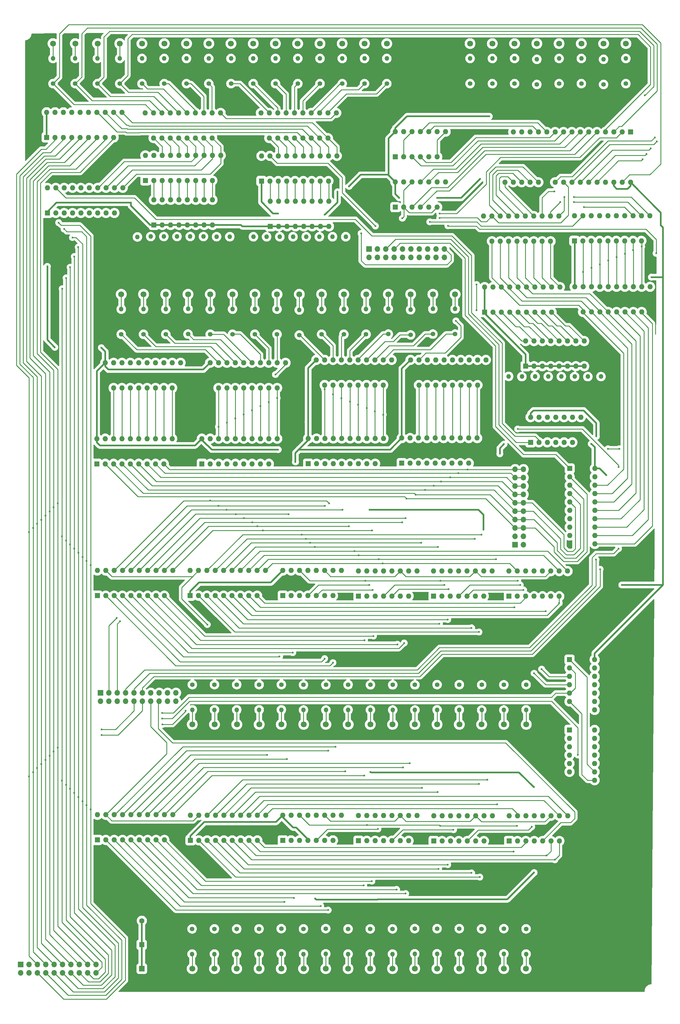
<source format=gbr>
G04 #@! TF.GenerationSoftware,KiCad,Pcbnew,8.0.2*
G04 #@! TF.CreationDate,2024-05-23T12:11:11+02:00*
G04 #@! TF.ProjectId,final-memory,66696e61-6c2d-46d6-956d-6f72792e6b69,rev?*
G04 #@! TF.SameCoordinates,Original*
G04 #@! TF.FileFunction,Copper,L1,Top*
G04 #@! TF.FilePolarity,Positive*
%FSLAX46Y46*%
G04 Gerber Fmt 4.6, Leading zero omitted, Abs format (unit mm)*
G04 Created by KiCad (PCBNEW 8.0.2) date 2024-05-23 12:11:11*
%MOMM*%
%LPD*%
G01*
G04 APERTURE LIST*
G04 #@! TA.AperFunction,ComponentPad*
%ADD10C,1.400000*%
G04 #@! TD*
G04 #@! TA.AperFunction,ComponentPad*
%ADD11O,1.400000X1.400000*%
G04 #@! TD*
G04 #@! TA.AperFunction,ComponentPad*
%ADD12R,1.800000X1.800000*%
G04 #@! TD*
G04 #@! TA.AperFunction,ComponentPad*
%ADD13C,1.800000*%
G04 #@! TD*
G04 #@! TA.AperFunction,ComponentPad*
%ADD14R,1.600000X1.600000*%
G04 #@! TD*
G04 #@! TA.AperFunction,ComponentPad*
%ADD15O,1.600000X1.600000*%
G04 #@! TD*
G04 #@! TA.AperFunction,ComponentPad*
%ADD16R,1.700000X1.700000*%
G04 #@! TD*
G04 #@! TA.AperFunction,ComponentPad*
%ADD17O,1.700000X1.700000*%
G04 #@! TD*
G04 #@! TA.AperFunction,ComponentPad*
%ADD18C,1.600000*%
G04 #@! TD*
G04 #@! TA.AperFunction,ViaPad*
%ADD19C,0.600000*%
G04 #@! TD*
G04 #@! TA.AperFunction,Conductor*
%ADD20C,0.250000*%
G04 #@! TD*
G04 #@! TA.AperFunction,Conductor*
%ADD21C,0.500000*%
G04 #@! TD*
G04 APERTURE END LIST*
D10*
X116331572Y-120120000D03*
D11*
X116331572Y-112500000D03*
D12*
X175396572Y-129940000D03*
D13*
X177936572Y-129940000D03*
D12*
X186671572Y-54000000D03*
D13*
X189211572Y-54000000D03*
D10*
X164421572Y-142000000D03*
D11*
X164421572Y-134380000D03*
D10*
X69446572Y-66120000D03*
D11*
X69446572Y-58500000D03*
D12*
X142896572Y-334250000D03*
D13*
X145436572Y-334250000D03*
D14*
X140091572Y-181250000D03*
D15*
X142631572Y-181250000D03*
X145171572Y-181250000D03*
X147711572Y-181250000D03*
X150251572Y-181250000D03*
X152791572Y-181250000D03*
X155331572Y-181250000D03*
X157871572Y-181250000D03*
X160411572Y-181250000D03*
X162951572Y-181250000D03*
X162951572Y-173630000D03*
X160411572Y-173630000D03*
X157871572Y-173630000D03*
X155331572Y-173630000D03*
X152791572Y-173630000D03*
X150251572Y-173630000D03*
X147711572Y-173630000D03*
X145171572Y-173630000D03*
X142631572Y-173630000D03*
X140091572Y-173630000D03*
D14*
X219421572Y-182710000D03*
D15*
X219421572Y-185250000D03*
X219421572Y-187790000D03*
X219421572Y-190330000D03*
X219421572Y-192870000D03*
X219421572Y-195410000D03*
X219421572Y-197950000D03*
X219421572Y-200490000D03*
X219421572Y-203030000D03*
X219421572Y-205570000D03*
X227041572Y-205570000D03*
X227041572Y-203030000D03*
X227041572Y-200490000D03*
X227041572Y-197950000D03*
X227041572Y-195410000D03*
X227041572Y-192870000D03*
X227041572Y-190330000D03*
X227041572Y-187790000D03*
X227041572Y-185250000D03*
X227041572Y-182710000D03*
D10*
X137421572Y-142310000D03*
D11*
X137421572Y-134690000D03*
D10*
X89696572Y-66120000D03*
D11*
X89696572Y-58500000D03*
D10*
X143501572Y-120130000D03*
D11*
X143501572Y-112510000D03*
D12*
X121411572Y-129940000D03*
D13*
X123951572Y-129940000D03*
D12*
X115896572Y-334250000D03*
D13*
X118436572Y-334250000D03*
D10*
X206196572Y-322190000D03*
D11*
X206196572Y-329810000D03*
D14*
X178171572Y-295550000D03*
D15*
X180711572Y-295550000D03*
X183251572Y-295550000D03*
X185791572Y-295550000D03*
X188331572Y-295550000D03*
X190871572Y-295550000D03*
X193411572Y-295550000D03*
X195951572Y-295550000D03*
X195951572Y-287930000D03*
X193411572Y-287930000D03*
X190871572Y-287930000D03*
X188331572Y-287930000D03*
X185791572Y-287930000D03*
X183251572Y-287930000D03*
X180711572Y-287930000D03*
X178171572Y-287930000D03*
D12*
X129421572Y-334250000D03*
D13*
X131961572Y-334250000D03*
D10*
X229711572Y-66370000D03*
D11*
X229711572Y-58750000D03*
D16*
X158551572Y-116210000D03*
D17*
X158551572Y-118750000D03*
X161091572Y-116210000D03*
X161091572Y-118750000D03*
X163631572Y-116210000D03*
X163631572Y-118750000D03*
X166171572Y-116210000D03*
X166171572Y-118750000D03*
X168711572Y-116210000D03*
X168711572Y-118750000D03*
X171251572Y-116210000D03*
X171251572Y-118750000D03*
X173791572Y-116210000D03*
X173791572Y-118750000D03*
X176331572Y-116210000D03*
X176331572Y-118750000D03*
X178871572Y-116210000D03*
X178871572Y-118750000D03*
X181411572Y-116210000D03*
X181411572Y-118750000D03*
D10*
X209461572Y-66370000D03*
D11*
X209461572Y-58750000D03*
D12*
X196911572Y-334250000D03*
D13*
X199451572Y-334250000D03*
D12*
X147891572Y-54000000D03*
D13*
X150431572Y-54000000D03*
D10*
X135501572Y-120130000D03*
D11*
X135501572Y-112510000D03*
D10*
X110411572Y-142060000D03*
D11*
X110411572Y-134440000D03*
D10*
X104331572Y-120060000D03*
D11*
X104331572Y-112440000D03*
D10*
X147501572Y-120130000D03*
D11*
X147501572Y-112510000D03*
D14*
X201046572Y-295550000D03*
D15*
X203586572Y-295550000D03*
X206126572Y-295550000D03*
X208666572Y-295550000D03*
X211206572Y-295550000D03*
X213746572Y-295550000D03*
X216286572Y-295550000D03*
X218826572Y-295550000D03*
X218826572Y-287930000D03*
X216286572Y-287930000D03*
X213746572Y-287930000D03*
X211206572Y-287930000D03*
X208666572Y-287930000D03*
X206126572Y-287930000D03*
X203586572Y-287930000D03*
X201046572Y-287930000D03*
D10*
X144171572Y-142060000D03*
D11*
X144171572Y-134440000D03*
D10*
X172486572Y-248250000D03*
D11*
X172486572Y-255870000D03*
D10*
X131501572Y-120130000D03*
D11*
X131501572Y-112510000D03*
D10*
X108331572Y-120060000D03*
D11*
X108331572Y-112440000D03*
D10*
X130196572Y-66120000D03*
D11*
X130196572Y-58500000D03*
D14*
X220931572Y-135300000D03*
D15*
X223471572Y-135300000D03*
X226011572Y-135300000D03*
X228551572Y-135300000D03*
X231091572Y-135300000D03*
X233631572Y-135300000D03*
X236171572Y-135300000D03*
X238711572Y-135300000D03*
X241251572Y-135300000D03*
X243791572Y-135300000D03*
X243791572Y-127680000D03*
X241251572Y-127680000D03*
X238711572Y-127680000D03*
X236171572Y-127680000D03*
X233631572Y-127680000D03*
X231091572Y-127680000D03*
X228551572Y-127680000D03*
X226011572Y-127680000D03*
X223471572Y-127680000D03*
X220931572Y-127680000D03*
D12*
X80431572Y-54000000D03*
D13*
X82971572Y-54000000D03*
D14*
X60996572Y-105300000D03*
D15*
X63536572Y-105300000D03*
X66076572Y-105300000D03*
X68616572Y-105300000D03*
X71156572Y-105300000D03*
X73696572Y-105300000D03*
X76236572Y-105300000D03*
X78776572Y-105300000D03*
X81316572Y-105300000D03*
X83856572Y-105300000D03*
X83856572Y-97680000D03*
X81316572Y-97680000D03*
X78776572Y-97680000D03*
X76236572Y-97680000D03*
X73696572Y-97680000D03*
X71156572Y-97680000D03*
X68616572Y-97680000D03*
X66076572Y-97680000D03*
X63536572Y-97680000D03*
X60996572Y-97680000D03*
D12*
X161881572Y-129940000D03*
D13*
X164421572Y-129940000D03*
D16*
X77131572Y-250710000D03*
D17*
X77131572Y-253250000D03*
X79671572Y-250710000D03*
X79671572Y-253250000D03*
X82211572Y-250710000D03*
X82211572Y-253250000D03*
X84751572Y-250710000D03*
X84751572Y-253250000D03*
X87291572Y-250710000D03*
X87291572Y-253250000D03*
X89831572Y-250710000D03*
X89831572Y-253250000D03*
X92371572Y-250710000D03*
X92371572Y-253250000D03*
X94911572Y-250710000D03*
X94911572Y-253250000D03*
X97451572Y-250710000D03*
X97451572Y-253250000D03*
X99991572Y-250710000D03*
X99991572Y-253250000D03*
D10*
X216211572Y-66120000D03*
D11*
X216211572Y-58500000D03*
D12*
X200171572Y-54000000D03*
D13*
X202711572Y-54000000D03*
D10*
X150921572Y-142060000D03*
D11*
X150921572Y-134440000D03*
D16*
X89646572Y-334250000D03*
D17*
X92186572Y-334250000D03*
D12*
X149711572Y-260250000D03*
D13*
X152251572Y-260250000D03*
D10*
X123911572Y-142060000D03*
D11*
X123911572Y-134440000D03*
D10*
X90161572Y-142060000D03*
D11*
X90161572Y-134440000D03*
D10*
X157671572Y-142060000D03*
D11*
X157671572Y-134440000D03*
D12*
X196921572Y-260250000D03*
D13*
X199461572Y-260250000D03*
D12*
X107431572Y-54000000D03*
D13*
X109971572Y-54000000D03*
D12*
X156421572Y-260250000D03*
D13*
X158961572Y-260250000D03*
D10*
X206196572Y-248190000D03*
D11*
X206196572Y-255810000D03*
D12*
X161406572Y-54000000D03*
D13*
X163946572Y-54000000D03*
D10*
X131936572Y-322130000D03*
D11*
X131936572Y-329750000D03*
D10*
X116696572Y-66120000D03*
D11*
X116696572Y-58500000D03*
D16*
X52931572Y-333000000D03*
D17*
X52931572Y-335540000D03*
X55471572Y-333000000D03*
X55471572Y-335540000D03*
X58011572Y-333000000D03*
X58011572Y-335540000D03*
X60551572Y-333000000D03*
X60551572Y-335540000D03*
X63091572Y-333000000D03*
X63091572Y-335540000D03*
X65631572Y-333000000D03*
X65631572Y-335540000D03*
X68171572Y-333000000D03*
X68171572Y-335540000D03*
X70711572Y-333000000D03*
X70711572Y-335540000D03*
X73251572Y-333000000D03*
X73251572Y-335540000D03*
X75791572Y-333000000D03*
X75791572Y-335540000D03*
D12*
X141141572Y-54000000D03*
D13*
X143681572Y-54000000D03*
D10*
X145436572Y-322130000D03*
D11*
X145436572Y-329750000D03*
D12*
X183421572Y-260250000D03*
D13*
X185961572Y-260250000D03*
D10*
X117161572Y-142060000D03*
D11*
X117161572Y-134440000D03*
D12*
X190186572Y-260250000D03*
D13*
X192726572Y-260250000D03*
D14*
X220851572Y-113750000D03*
D15*
X223391572Y-113750000D03*
X225931572Y-113750000D03*
X228471572Y-113750000D03*
X231011572Y-113750000D03*
X233551572Y-113750000D03*
X236091572Y-113750000D03*
X238631572Y-113750000D03*
X241171572Y-113750000D03*
X243711572Y-113750000D03*
X243711572Y-106130000D03*
X241171572Y-106130000D03*
X238631572Y-106130000D03*
X236091572Y-106130000D03*
X233551572Y-106130000D03*
X231011572Y-106130000D03*
X228471572Y-106130000D03*
X225931572Y-106130000D03*
X223391572Y-106130000D03*
X220851572Y-106130000D03*
D12*
X128121572Y-129940000D03*
D13*
X130661572Y-129940000D03*
D12*
X233936572Y-54000000D03*
D13*
X236476572Y-54000000D03*
D10*
X109946572Y-66120000D03*
D11*
X109946572Y-58500000D03*
D10*
X184671572Y-142000000D03*
D11*
X184671572Y-134380000D03*
D12*
X149671572Y-334250000D03*
D13*
X152211572Y-334250000D03*
D10*
X103661572Y-142000000D03*
D11*
X103661572Y-134380000D03*
D12*
X87156572Y-54000000D03*
D13*
X89696572Y-54000000D03*
D10*
X125236572Y-248190000D03*
D11*
X125236572Y-255810000D03*
D14*
X90681572Y-82620000D03*
D15*
X93221572Y-82620000D03*
X95761572Y-82620000D03*
X98301572Y-82620000D03*
X100841572Y-82620000D03*
X103381572Y-82620000D03*
X105921572Y-82620000D03*
X108461572Y-82620000D03*
X111001572Y-82620000D03*
X113541572Y-82620000D03*
X113541572Y-75000000D03*
X111001572Y-75000000D03*
X108461572Y-75000000D03*
X105921572Y-75000000D03*
X103381572Y-75000000D03*
X100841572Y-75000000D03*
X98301572Y-75000000D03*
X95761572Y-75000000D03*
X93221572Y-75000000D03*
X90681572Y-75000000D03*
D10*
X96911572Y-142060000D03*
D11*
X96911572Y-134440000D03*
D10*
X104911572Y-322190000D03*
D11*
X104911572Y-329810000D03*
D10*
X171171572Y-142250000D03*
D11*
X171171572Y-134630000D03*
D10*
X220921572Y-162500000D03*
D11*
X220921572Y-154880000D03*
D10*
X200921572Y-162440000D03*
D11*
X200921572Y-154820000D03*
D14*
X193601572Y-135370000D03*
D15*
X196141572Y-135370000D03*
X198681572Y-135370000D03*
X201221572Y-135370000D03*
X203761572Y-135370000D03*
X206301572Y-135370000D03*
X208841572Y-135370000D03*
X211381572Y-135370000D03*
X213921572Y-135370000D03*
X216461572Y-135370000D03*
X216461572Y-127750000D03*
X213921572Y-127750000D03*
X211381572Y-127750000D03*
X208841572Y-127750000D03*
X206301572Y-127750000D03*
X203761572Y-127750000D03*
X201221572Y-127750000D03*
X198681572Y-127750000D03*
X196141572Y-127750000D03*
X193601572Y-127750000D03*
D14*
X132381572Y-295370000D03*
D15*
X134921572Y-295370000D03*
X137461572Y-295370000D03*
X140001572Y-295370000D03*
X142541572Y-295370000D03*
X145081572Y-295370000D03*
X147621572Y-295370000D03*
X150161572Y-295370000D03*
X150161572Y-287750000D03*
X147621572Y-287750000D03*
X145081572Y-287750000D03*
X142541572Y-287750000D03*
X140001572Y-287750000D03*
X137461572Y-287750000D03*
X134921572Y-287750000D03*
X132381572Y-287750000D03*
D12*
X101121572Y-129940000D03*
D13*
X103661572Y-129940000D03*
D14*
X171141572Y-157430000D03*
D15*
X173681572Y-157430000D03*
X176221572Y-157430000D03*
X178761572Y-157430000D03*
X181301572Y-157430000D03*
X183841572Y-157430000D03*
X186381572Y-157430000D03*
X188921572Y-157430000D03*
X191461572Y-157430000D03*
X194001572Y-157430000D03*
X194001572Y-149810000D03*
X191461572Y-149810000D03*
X188921572Y-149810000D03*
X186381572Y-149810000D03*
X183841572Y-149810000D03*
X181301572Y-149810000D03*
X178761572Y-149810000D03*
X176221572Y-149810000D03*
X173681572Y-149810000D03*
X171141572Y-149810000D03*
D10*
X185946572Y-248190000D03*
D11*
X185946572Y-255810000D03*
D12*
X220421572Y-54000000D03*
D13*
X222961572Y-54000000D03*
D12*
X109146572Y-334250000D03*
D13*
X111686572Y-334250000D03*
D12*
X206921572Y-54000000D03*
D13*
X209461572Y-54000000D03*
D12*
X102396572Y-334250000D03*
D13*
X104936572Y-334250000D03*
D10*
X236461572Y-66120000D03*
D11*
X236461572Y-58500000D03*
D10*
X208921572Y-162440000D03*
D11*
X208921572Y-154820000D03*
D12*
X134881572Y-129940000D03*
D13*
X137421572Y-129940000D03*
D10*
X82946572Y-66120000D03*
D11*
X82946572Y-58500000D03*
D12*
X94371572Y-129940000D03*
D13*
X96911572Y-129940000D03*
D12*
X213671572Y-54000000D03*
D13*
X216211572Y-54000000D03*
D12*
X109171572Y-260250000D03*
D13*
X111711572Y-260250000D03*
D12*
X87621572Y-129940000D03*
D13*
X90161572Y-129940000D03*
D12*
X176671572Y-260250000D03*
D13*
X179211572Y-260250000D03*
D10*
X138696572Y-248250000D03*
D11*
X138696572Y-255870000D03*
D10*
X222961572Y-66120000D03*
D11*
X222961572Y-58500000D03*
D14*
X76171572Y-295250000D03*
D15*
X78711572Y-295250000D03*
X81251572Y-295250000D03*
X83791572Y-295250000D03*
X86331572Y-295250000D03*
X88871572Y-295250000D03*
X91411572Y-295250000D03*
X93951572Y-295250000D03*
X96491572Y-295250000D03*
X99031572Y-295250000D03*
X99031572Y-287630000D03*
X96491572Y-287630000D03*
X93951572Y-287630000D03*
X91411572Y-287630000D03*
X88871572Y-287630000D03*
X86331572Y-287630000D03*
X83791572Y-287630000D03*
X81251572Y-287630000D03*
X78711572Y-287630000D03*
X76171572Y-287630000D03*
D14*
X219371572Y-240625000D03*
D15*
X219371572Y-243165000D03*
X219371572Y-245705000D03*
X219371572Y-248245000D03*
X219371572Y-250785000D03*
X219371572Y-253325000D03*
X219371572Y-255865000D03*
X226991572Y-255865000D03*
X226991572Y-253325000D03*
X226991572Y-250785000D03*
X226991572Y-248245000D03*
X226991572Y-245705000D03*
X226991572Y-243165000D03*
X226991572Y-240625000D03*
D14*
X76141572Y-221250000D03*
D15*
X78681572Y-221250000D03*
X81221572Y-221250000D03*
X83761572Y-221250000D03*
X86301572Y-221250000D03*
X88841572Y-221250000D03*
X91381572Y-221250000D03*
X93921572Y-221250000D03*
X96461572Y-221250000D03*
X99001572Y-221250000D03*
X99001572Y-213630000D03*
X96461572Y-213630000D03*
X93921572Y-213630000D03*
X91381572Y-213630000D03*
X88841572Y-213630000D03*
X86301572Y-213630000D03*
X83761572Y-213630000D03*
X81221572Y-213630000D03*
X78681572Y-213630000D03*
X76141572Y-213630000D03*
D12*
X115936572Y-260250000D03*
D13*
X118476572Y-260250000D03*
D10*
X195961572Y-66120000D03*
D11*
X195961572Y-58500000D03*
D12*
X168646572Y-129940000D03*
D13*
X171186572Y-129940000D03*
D12*
X129421572Y-260250000D03*
D13*
X131961572Y-260250000D03*
D10*
X143696572Y-66120000D03*
D11*
X143696572Y-58500000D03*
D10*
X111696572Y-248190000D03*
D11*
X111696572Y-255810000D03*
D12*
X148381572Y-129940000D03*
D13*
X150921572Y-129940000D03*
D12*
X193421572Y-54000000D03*
D13*
X195961572Y-54000000D03*
D14*
X193311572Y-113870000D03*
D15*
X195851572Y-113870000D03*
X198391572Y-113870000D03*
X200931572Y-113870000D03*
X203471572Y-113870000D03*
X206011572Y-113870000D03*
X208551572Y-113870000D03*
X211091572Y-113870000D03*
X213631572Y-113870000D03*
X216171572Y-113870000D03*
X216171572Y-106250000D03*
X213631572Y-106250000D03*
X211091572Y-106250000D03*
X208551572Y-106250000D03*
X206011572Y-106250000D03*
X203471572Y-106250000D03*
X200931572Y-106250000D03*
X198391572Y-106250000D03*
X195851572Y-106250000D03*
X193311572Y-106250000D03*
D14*
X166546572Y-88300000D03*
D15*
X169086572Y-88300000D03*
X171626572Y-88300000D03*
X174166572Y-88300000D03*
X176706572Y-88300000D03*
X179246572Y-88300000D03*
X181786572Y-88300000D03*
X181786572Y-80680000D03*
X179246572Y-80680000D03*
X176706572Y-80680000D03*
X174166572Y-80680000D03*
X171626572Y-80680000D03*
X169086572Y-80680000D03*
X166546572Y-80680000D03*
D10*
X127501572Y-120130000D03*
D11*
X127501572Y-112510000D03*
D14*
X75996572Y-181300000D03*
D15*
X78536572Y-181300000D03*
X81076572Y-181300000D03*
X83616572Y-181300000D03*
X86156572Y-181300000D03*
X88696572Y-181300000D03*
X91236572Y-181300000D03*
X93776572Y-181300000D03*
X96316572Y-181300000D03*
X98856572Y-181300000D03*
X98856572Y-173680000D03*
X96316572Y-173680000D03*
X93776572Y-173680000D03*
X91236572Y-173680000D03*
X88696572Y-173680000D03*
X86156572Y-173680000D03*
X83616572Y-173680000D03*
X81076572Y-173680000D03*
X78536572Y-173680000D03*
X75996572Y-173680000D03*
D10*
X177921572Y-142000000D03*
D11*
X177921572Y-134380000D03*
D12*
X122711572Y-260250000D03*
D13*
X125251572Y-260250000D03*
D16*
X202881572Y-205820000D03*
D17*
X205421572Y-205820000D03*
X202881572Y-203280000D03*
X205421572Y-203280000D03*
X202881572Y-200740000D03*
X205421572Y-200740000D03*
X202881572Y-198200000D03*
X205421572Y-198200000D03*
X202881572Y-195660000D03*
X205421572Y-195660000D03*
X202881572Y-193120000D03*
X205421572Y-193120000D03*
X202881572Y-190580000D03*
X205421572Y-190580000D03*
X202881572Y-188040000D03*
X205421572Y-188040000D03*
X202881572Y-185500000D03*
X205421572Y-185500000D03*
X202881572Y-182960000D03*
X205421572Y-182960000D03*
D12*
X136171572Y-334250000D03*
D13*
X138711572Y-334250000D03*
D12*
X102421572Y-260250000D03*
D13*
X104961572Y-260250000D03*
D10*
X62696572Y-66120000D03*
D11*
X62696572Y-58500000D03*
D10*
X139501572Y-120130000D03*
D11*
X139501572Y-112510000D03*
D10*
X179186572Y-322130000D03*
D11*
X179186572Y-329750000D03*
D14*
X104311572Y-221250000D03*
D15*
X106851572Y-221250000D03*
X109391572Y-221250000D03*
X111931572Y-221250000D03*
X114471572Y-221250000D03*
X117011572Y-221250000D03*
X119551572Y-221250000D03*
X122091572Y-221250000D03*
X124631572Y-221250000D03*
X127171572Y-221250000D03*
X127171572Y-213630000D03*
X124631572Y-213630000D03*
X122091572Y-213630000D03*
X119551572Y-213630000D03*
X117011572Y-213630000D03*
X114471572Y-213630000D03*
X111931572Y-213630000D03*
X109391572Y-213630000D03*
X106851572Y-213630000D03*
X104311572Y-213630000D03*
D14*
X155351572Y-221380000D03*
D15*
X157891572Y-221380000D03*
X160431572Y-221380000D03*
X162971572Y-221380000D03*
X165511572Y-221380000D03*
X168051572Y-221380000D03*
X170591572Y-221380000D03*
X173131572Y-221380000D03*
X173131572Y-213760000D03*
X170591572Y-213760000D03*
X168051572Y-213760000D03*
X165511572Y-213760000D03*
X162971572Y-213760000D03*
X160431572Y-213760000D03*
X157891572Y-213760000D03*
X155351572Y-213760000D03*
D12*
X107871572Y-129940000D03*
D13*
X110411572Y-129940000D03*
D10*
X145486572Y-248250000D03*
D11*
X145486572Y-255870000D03*
D10*
X111686572Y-322190000D03*
D11*
X111686572Y-329810000D03*
D12*
X80871572Y-129940000D03*
D13*
X83411572Y-129940000D03*
D14*
X107866572Y-181300000D03*
D15*
X110406572Y-181300000D03*
X112946572Y-181300000D03*
X115486572Y-181300000D03*
X118026572Y-181300000D03*
X120566572Y-181300000D03*
X123106572Y-181300000D03*
X125646572Y-181300000D03*
X128186572Y-181300000D03*
X130726572Y-181300000D03*
X130726572Y-173680000D03*
X128186572Y-173680000D03*
X125646572Y-173680000D03*
X123106572Y-173680000D03*
X120566572Y-173680000D03*
X118026572Y-173680000D03*
X115486572Y-173680000D03*
X112946572Y-173680000D03*
X110406572Y-173680000D03*
X107866572Y-173680000D03*
D10*
X179196572Y-248190000D03*
D11*
X179196572Y-255810000D03*
D12*
X93931572Y-54000000D03*
D13*
X96471572Y-54000000D03*
D10*
X165686572Y-322190000D03*
D11*
X165686572Y-329810000D03*
D10*
X131986572Y-248190000D03*
D11*
X131986572Y-255810000D03*
D12*
X190161572Y-334250000D03*
D13*
X192701572Y-334250000D03*
D14*
X155341572Y-295500000D03*
D15*
X157881572Y-295500000D03*
X160421572Y-295500000D03*
X162961572Y-295500000D03*
X165501572Y-295500000D03*
X168041572Y-295500000D03*
X170581572Y-295500000D03*
X173121572Y-295500000D03*
X173121572Y-287880000D03*
X170581572Y-287880000D03*
X168041572Y-287880000D03*
X165501572Y-287880000D03*
X162961572Y-287880000D03*
X160421572Y-287880000D03*
X157881572Y-287880000D03*
X155341572Y-287880000D03*
D14*
X142566572Y-157430000D03*
D15*
X145106572Y-157430000D03*
X147646572Y-157430000D03*
X150186572Y-157430000D03*
X152726572Y-157430000D03*
X155266572Y-157430000D03*
X157806572Y-157430000D03*
X160346572Y-157430000D03*
X162886572Y-157430000D03*
X165426572Y-157430000D03*
X165426572Y-149810000D03*
X162886572Y-149810000D03*
X160346572Y-149810000D03*
X157806572Y-149810000D03*
X155266572Y-149810000D03*
X152726572Y-149810000D03*
X150186572Y-149810000D03*
X147646572Y-149810000D03*
X145106572Y-149810000D03*
X142566572Y-149810000D03*
D10*
X104986572Y-248190000D03*
D11*
X104986572Y-255810000D03*
D12*
X169896572Y-334250000D03*
D13*
X172436572Y-334250000D03*
D10*
X204921572Y-162500000D03*
D11*
X204921572Y-154880000D03*
D10*
X152186572Y-322190000D03*
D11*
X152186572Y-329810000D03*
D14*
X90721572Y-95490000D03*
D15*
X93261572Y-95490000D03*
X95801572Y-95490000D03*
X98341572Y-95490000D03*
X100881572Y-95490000D03*
X103421572Y-95490000D03*
X105961572Y-95490000D03*
X108501572Y-95490000D03*
X111041572Y-95490000D03*
X113581572Y-95490000D03*
X113581572Y-87870000D03*
X111041572Y-87870000D03*
X108501572Y-87870000D03*
X105961572Y-87870000D03*
X103421572Y-87870000D03*
X100881572Y-87870000D03*
X98341572Y-87870000D03*
X95801572Y-87870000D03*
X93261572Y-87870000D03*
X90721572Y-87870000D03*
D12*
X120906572Y-54000000D03*
D13*
X123446572Y-54000000D03*
D10*
X216921572Y-162500000D03*
D11*
X216921572Y-154880000D03*
D10*
X152236572Y-248190000D03*
D11*
X152236572Y-255810000D03*
D10*
X185946572Y-322130000D03*
D11*
X185946572Y-329750000D03*
D10*
X228921572Y-162500000D03*
D11*
X228921572Y-154880000D03*
D12*
X114636572Y-129940000D03*
D13*
X117176572Y-129940000D03*
D10*
X224921572Y-162500000D03*
D11*
X224921572Y-154880000D03*
D10*
X158986572Y-248250000D03*
D11*
X158986572Y-255870000D03*
D12*
X154656572Y-54000000D03*
D13*
X157196572Y-54000000D03*
D14*
X128626572Y-109370000D03*
D15*
X131166572Y-109370000D03*
X133706572Y-109370000D03*
X136246572Y-109370000D03*
X138786572Y-109370000D03*
X141326572Y-109370000D03*
X143866572Y-109370000D03*
X146406572Y-109370000D03*
X146406572Y-101750000D03*
X143866572Y-101750000D03*
X141326572Y-101750000D03*
X138786572Y-101750000D03*
X136246572Y-101750000D03*
X133706572Y-101750000D03*
X131166572Y-101750000D03*
X128626572Y-101750000D03*
D12*
X114141572Y-54000000D03*
D13*
X116681572Y-54000000D03*
D14*
X201016572Y-221430000D03*
D15*
X203556572Y-221430000D03*
X206096572Y-221430000D03*
X208636572Y-221430000D03*
X211176572Y-221430000D03*
X213716572Y-221430000D03*
X216256572Y-221430000D03*
X218796572Y-221430000D03*
X218796572Y-213810000D03*
X216256572Y-213810000D03*
X213716572Y-213810000D03*
X211176572Y-213810000D03*
X208636572Y-213810000D03*
X206096572Y-213810000D03*
X203556572Y-213810000D03*
X201016572Y-213810000D03*
D14*
X168496572Y-181120000D03*
D15*
X171036572Y-181120000D03*
X173576572Y-181120000D03*
X176116572Y-181120000D03*
X178656572Y-181120000D03*
X181196572Y-181120000D03*
X183736572Y-181120000D03*
X186276572Y-181120000D03*
X188816572Y-181120000D03*
X191356572Y-181120000D03*
X191356572Y-173500000D03*
X188816572Y-173500000D03*
X186276572Y-173500000D03*
X183736572Y-173500000D03*
X181196572Y-173500000D03*
X178656572Y-173500000D03*
X176116572Y-173500000D03*
X173576572Y-173500000D03*
X171036572Y-173500000D03*
X168496572Y-173500000D03*
D12*
X182131572Y-129940000D03*
D13*
X184671572Y-129940000D03*
D14*
X93301572Y-108940000D03*
D15*
X95841572Y-108940000D03*
X98381572Y-108940000D03*
X100921572Y-108940000D03*
X103461572Y-108940000D03*
X106001572Y-108940000D03*
X108541572Y-108940000D03*
X111081572Y-108940000D03*
X111081572Y-101320000D03*
X108541572Y-101320000D03*
X106001572Y-101320000D03*
X103461572Y-101320000D03*
X100921572Y-101320000D03*
X98381572Y-101320000D03*
X95841572Y-101320000D03*
X93301572Y-101320000D03*
D10*
X88331572Y-120190000D03*
D11*
X88331572Y-112570000D03*
D10*
X118446572Y-248190000D03*
D11*
X118446572Y-255810000D03*
D14*
X206046572Y-151740000D03*
D15*
X208586572Y-151740000D03*
X211126572Y-151740000D03*
X213666572Y-151740000D03*
X216206572Y-151740000D03*
X218746572Y-151740000D03*
X221286572Y-151740000D03*
X223826572Y-151740000D03*
X223826572Y-144120000D03*
X221286572Y-144120000D03*
X218746572Y-144120000D03*
X216206572Y-144120000D03*
X213666572Y-144120000D03*
X211126572Y-144120000D03*
X208586572Y-144120000D03*
X206046572Y-144120000D03*
D10*
X199446572Y-248250000D03*
D11*
X199446572Y-255870000D03*
D10*
X150446572Y-66120000D03*
D11*
X150446572Y-58500000D03*
D10*
X212921572Y-162500000D03*
D11*
X212921572Y-154880000D03*
D10*
X199446572Y-322130000D03*
D11*
X199446572Y-329750000D03*
D10*
X151501572Y-120130000D03*
D11*
X151501572Y-112510000D03*
D10*
X165736572Y-248250000D03*
D11*
X165736572Y-255870000D03*
D10*
X172411572Y-322130000D03*
D11*
X172411572Y-329750000D03*
D14*
X89606572Y-327000000D03*
D18*
X92106572Y-327000000D03*
D10*
X189211572Y-66120000D03*
D11*
X189211572Y-58500000D03*
D12*
X100681572Y-54000000D03*
D13*
X103221572Y-54000000D03*
D14*
X219371572Y-261915000D03*
D15*
X219371572Y-264455000D03*
X219371572Y-266995000D03*
X219371572Y-269535000D03*
X219371572Y-272075000D03*
X219371572Y-274615000D03*
X219371572Y-277155000D03*
X226991572Y-277155000D03*
X226991572Y-274615000D03*
X226991572Y-272075000D03*
X226991572Y-269535000D03*
X226991572Y-266995000D03*
X226991572Y-264455000D03*
X226991572Y-261915000D03*
D14*
X237861572Y-80760000D03*
D15*
X235321572Y-80760000D03*
X232781572Y-80760000D03*
X230241572Y-80760000D03*
X227701572Y-80760000D03*
X225161572Y-80760000D03*
X222621572Y-80760000D03*
X220081572Y-80760000D03*
X217541572Y-80760000D03*
X215001572Y-80760000D03*
X212461572Y-80760000D03*
X209921572Y-80760000D03*
X207381572Y-80760000D03*
X204841572Y-80760000D03*
X202301572Y-80760000D03*
X199761572Y-80760000D03*
X199761572Y-96000000D03*
X202301572Y-96000000D03*
X204841572Y-96000000D03*
X207381572Y-96000000D03*
X209921572Y-96000000D03*
X212461572Y-96000000D03*
X215001572Y-96000000D03*
X217541572Y-96000000D03*
X220081572Y-96000000D03*
X222621572Y-96000000D03*
X225161572Y-96000000D03*
X227701572Y-96000000D03*
X230241572Y-96000000D03*
X232781572Y-96000000D03*
X235321572Y-96000000D03*
X237861572Y-96000000D03*
D18*
X89661572Y-319750000D03*
X92161572Y-319750000D03*
D12*
X163146572Y-334250000D03*
D13*
X165686572Y-334250000D03*
D14*
X125761572Y-82620000D03*
D15*
X128301572Y-82620000D03*
X130841572Y-82620000D03*
X133381572Y-82620000D03*
X135921572Y-82620000D03*
X138461572Y-82620000D03*
X141001572Y-82620000D03*
X143541572Y-82620000D03*
X146081572Y-82620000D03*
X148621572Y-82620000D03*
X148621572Y-75000000D03*
X146081572Y-75000000D03*
X143541572Y-75000000D03*
X141001572Y-75000000D03*
X138461572Y-75000000D03*
X135921572Y-75000000D03*
X133381572Y-75000000D03*
X130841572Y-75000000D03*
X128301572Y-75000000D03*
X125761572Y-75000000D03*
D10*
X138696572Y-322190000D03*
D11*
X138696572Y-329810000D03*
D10*
X136946572Y-66120000D03*
D11*
X136946572Y-58500000D03*
D14*
X110366572Y-158300000D03*
D15*
X112906572Y-158300000D03*
X115446572Y-158300000D03*
X117986572Y-158300000D03*
X120526572Y-158300000D03*
X123066572Y-158300000D03*
X125606572Y-158300000D03*
X128146572Y-158300000D03*
X130686572Y-158300000D03*
X133226572Y-158300000D03*
X133226572Y-150680000D03*
X130686572Y-150680000D03*
X128146572Y-150680000D03*
X125606572Y-150680000D03*
X123066572Y-150680000D03*
X120526572Y-150680000D03*
X117986572Y-150680000D03*
X115446572Y-150680000D03*
X112906572Y-150680000D03*
X110366572Y-150680000D03*
D10*
X163946572Y-66120000D03*
D11*
X163946572Y-58500000D03*
D10*
X83411572Y-142060000D03*
D11*
X83411572Y-134440000D03*
D12*
X203646572Y-334250000D03*
D13*
X206186572Y-334250000D03*
D12*
X66946572Y-54000000D03*
D13*
X69486572Y-54000000D03*
D10*
X92331572Y-120060000D03*
D11*
X92331572Y-112440000D03*
D12*
X73696572Y-54000000D03*
D13*
X76236572Y-54000000D03*
D14*
X60786572Y-82430000D03*
D15*
X63326572Y-82430000D03*
X65866572Y-82430000D03*
X68406572Y-82430000D03*
X70946572Y-82430000D03*
X73486572Y-82430000D03*
X76026572Y-82430000D03*
X78566572Y-82430000D03*
X81106572Y-82430000D03*
X83646572Y-82430000D03*
X83646572Y-74810000D03*
X81106572Y-74810000D03*
X78566572Y-74810000D03*
X76026572Y-74810000D03*
X73486572Y-74810000D03*
X70946572Y-74810000D03*
X68406572Y-74810000D03*
X65866572Y-74810000D03*
X63326572Y-74810000D03*
X60786572Y-74810000D03*
D10*
X96446572Y-66120000D03*
D11*
X96446572Y-58500000D03*
D14*
X125931572Y-95620000D03*
D15*
X128471572Y-95620000D03*
X131011572Y-95620000D03*
X133551572Y-95620000D03*
X136091572Y-95620000D03*
X138631572Y-95620000D03*
X141171572Y-95620000D03*
X143711572Y-95620000D03*
X146251572Y-95620000D03*
X148791572Y-95620000D03*
X148791572Y-88000000D03*
X146251572Y-88000000D03*
X143711572Y-88000000D03*
X141171572Y-88000000D03*
X138631572Y-88000000D03*
X136091572Y-88000000D03*
X133551572Y-88000000D03*
X131011572Y-88000000D03*
X128471572Y-88000000D03*
X125931572Y-88000000D03*
D12*
X60171572Y-54000000D03*
D13*
X62711572Y-54000000D03*
D12*
X227171572Y-54000000D03*
D13*
X229711572Y-54000000D03*
D10*
X123446572Y-66120000D03*
D11*
X123446572Y-58500000D03*
D14*
X178141572Y-221380000D03*
D15*
X180681572Y-221380000D03*
X183221572Y-221380000D03*
X185761572Y-221380000D03*
X188301572Y-221380000D03*
X190841572Y-221380000D03*
X193381572Y-221380000D03*
X195921572Y-221380000D03*
X195921572Y-213760000D03*
X193381572Y-213760000D03*
X190841572Y-213760000D03*
X188301572Y-213760000D03*
X185761572Y-213760000D03*
X183221572Y-213760000D03*
X180681572Y-213760000D03*
X178141572Y-213760000D03*
D10*
X158936572Y-322190000D03*
D11*
X158936572Y-329810000D03*
D14*
X104381572Y-295370000D03*
D15*
X106921572Y-295370000D03*
X109461572Y-295370000D03*
X112001572Y-295370000D03*
X114541572Y-295370000D03*
X117081572Y-295370000D03*
X119621572Y-295370000D03*
X122161572Y-295370000D03*
X124701572Y-295370000D03*
X127241572Y-295370000D03*
X127241572Y-287750000D03*
X124701572Y-287750000D03*
X122161572Y-287750000D03*
X119621572Y-287750000D03*
X117081572Y-287750000D03*
X114541572Y-287750000D03*
X112001572Y-287750000D03*
X109461572Y-287750000D03*
X106921572Y-287750000D03*
X104381572Y-287750000D03*
D14*
X207546572Y-174800000D03*
D15*
X210086572Y-174800000D03*
X212626572Y-174800000D03*
X215166572Y-174800000D03*
X217706572Y-174800000D03*
X220246572Y-174800000D03*
X222786572Y-174800000D03*
X222786572Y-167180000D03*
X220246572Y-167180000D03*
X217706572Y-167180000D03*
X215166572Y-167180000D03*
X212626572Y-167180000D03*
X210086572Y-167180000D03*
X207546572Y-167180000D03*
D12*
X134391572Y-54000000D03*
D13*
X136931572Y-54000000D03*
D10*
X123501572Y-120130000D03*
D11*
X123501572Y-112510000D03*
D10*
X112331572Y-120120000D03*
D11*
X112331572Y-112500000D03*
D14*
X166546572Y-103550000D03*
D15*
X169086572Y-103550000D03*
X171626572Y-103550000D03*
X174166572Y-103550000D03*
X176706572Y-103550000D03*
X179246572Y-103550000D03*
X181786572Y-103550000D03*
X181786572Y-95930000D03*
X179246572Y-95930000D03*
X176706572Y-95930000D03*
X174166572Y-95930000D03*
X171626572Y-95930000D03*
X169086572Y-95930000D03*
X166546572Y-95930000D03*
D12*
X142936572Y-260250000D03*
D13*
X145476572Y-260250000D03*
D12*
X141631572Y-129940000D03*
D13*
X144171572Y-129940000D03*
D10*
X76196572Y-66120000D03*
D11*
X76196572Y-58500000D03*
D14*
X78546572Y-158300000D03*
D15*
X81086572Y-158300000D03*
X83626572Y-158300000D03*
X86166572Y-158300000D03*
X88706572Y-158300000D03*
X91246572Y-158300000D03*
X93786572Y-158300000D03*
X96326572Y-158300000D03*
X98866572Y-158300000D03*
X101406572Y-158300000D03*
X101406572Y-150680000D03*
X98866572Y-150680000D03*
X96326572Y-150680000D03*
X93786572Y-150680000D03*
X91246572Y-150680000D03*
X88706572Y-150680000D03*
X86166572Y-150680000D03*
X83626572Y-150680000D03*
X81086572Y-150680000D03*
X78546572Y-150680000D03*
D12*
X156396572Y-334250000D03*
D13*
X158936572Y-334250000D03*
D12*
X169921572Y-260250000D03*
D13*
X172461572Y-260250000D03*
D12*
X203711572Y-260250000D03*
D13*
X206251572Y-260250000D03*
D10*
X202711572Y-66120000D03*
D11*
X202711572Y-58500000D03*
D10*
X157196572Y-66120000D03*
D11*
X157196572Y-58500000D03*
D12*
X176646572Y-334250000D03*
D13*
X179186572Y-334250000D03*
D10*
X192736572Y-248250000D03*
D11*
X192736572Y-255870000D03*
D10*
X103196572Y-66120000D03*
D11*
X103196572Y-58500000D03*
D12*
X155146572Y-129940000D03*
D13*
X157686572Y-129940000D03*
D12*
X122671572Y-334250000D03*
D13*
X125211572Y-334250000D03*
D12*
X136211572Y-260250000D03*
D13*
X138751572Y-260250000D03*
D12*
X127641572Y-54000000D03*
D13*
X130181572Y-54000000D03*
D10*
X130661572Y-142060000D03*
D11*
X130661572Y-134440000D03*
D14*
X132391572Y-221250000D03*
D15*
X134931572Y-221250000D03*
X137471572Y-221250000D03*
X140011572Y-221250000D03*
X142551572Y-221250000D03*
X145091572Y-221250000D03*
X147631572Y-221250000D03*
X150171572Y-221250000D03*
X150171572Y-213630000D03*
X147631572Y-213630000D03*
X145091572Y-213630000D03*
X142551572Y-213630000D03*
X140011572Y-213630000D03*
X137471572Y-213630000D03*
X134931572Y-213630000D03*
X132391572Y-213630000D03*
D10*
X118446572Y-322190000D03*
D11*
X118446572Y-329810000D03*
D10*
X125196572Y-322190000D03*
D11*
X125196572Y-329810000D03*
D10*
X192696572Y-322190000D03*
D11*
X192696572Y-329810000D03*
D12*
X163171572Y-260250000D03*
D13*
X165711572Y-260250000D03*
D12*
X183396572Y-334250000D03*
D13*
X185936572Y-334250000D03*
D10*
X100331572Y-120060000D03*
D11*
X100331572Y-112440000D03*
D10*
X96331572Y-120060000D03*
D11*
X96331572Y-112440000D03*
D19*
X103000000Y-178000000D03*
X227500000Y-335750000D03*
X240500000Y-320250000D03*
X204000000Y-338250000D03*
X164500000Y-338500000D03*
X123500000Y-338500000D03*
X109000000Y-327250000D03*
X129250000Y-326750000D03*
X149750000Y-327250000D03*
X169500000Y-326750000D03*
X190000000Y-327000000D03*
X213250000Y-325250000D03*
X242500000Y-207250000D03*
X215750000Y-186250000D03*
X221250000Y-138000000D03*
X181000000Y-135000000D03*
X160750000Y-134750000D03*
X140000000Y-134750000D03*
X120250000Y-135250000D03*
X100000000Y-135250000D03*
X170250000Y-73500000D03*
X115000000Y-69750000D03*
X147000000Y-58500000D03*
X126750000Y-58500000D03*
X107250000Y-58250000D03*
X87500000Y-58250000D03*
X66500000Y-58250000D03*
X198000000Y-142000000D03*
X107500000Y-301250000D03*
X81500000Y-310750000D03*
X209250000Y-315750000D03*
X98000000Y-325000000D03*
X114250000Y-319250000D03*
X140000000Y-319250000D03*
X167750000Y-319250000D03*
X193750000Y-318750000D03*
X241500000Y-297750000D03*
X241500000Y-264250000D03*
X241500000Y-239000000D03*
X225750000Y-307750000D03*
X229750000Y-287500000D03*
X212750000Y-270000000D03*
X212000000Y-257250000D03*
X226750000Y-229750000D03*
X222500000Y-217250000D03*
X168750000Y-241000000D03*
X195000000Y-244500000D03*
X111750000Y-229000000D03*
X216000000Y-196500000D03*
X230500000Y-172000000D03*
X203250000Y-165000000D03*
X136250000Y-163500000D03*
X106000000Y-158250000D03*
X63250000Y-137000000D03*
X78250000Y-135250000D03*
X77000000Y-128250000D03*
X109500000Y-123750000D03*
X120500000Y-118000000D03*
X149250000Y-123500000D03*
X64250000Y-117000000D03*
X81250000Y-120500000D03*
X161500000Y-105750000D03*
X119250000Y-98750000D03*
X159750000Y-90250000D03*
X120250000Y-90250000D03*
X120500000Y-84000000D03*
X86500000Y-85500000D03*
X57750000Y-67000000D03*
X160500000Y-76250000D03*
X221000000Y-77000000D03*
X240250000Y-60250000D03*
X179750000Y-68750000D03*
X171500000Y-61750000D03*
X175250000Y-54250000D03*
X168671572Y-106925000D03*
X195951572Y-315250000D03*
X213500000Y-187500000D03*
X199750000Y-75750000D03*
X150617372Y-314867372D03*
X238750000Y-211500000D03*
X170000000Y-315250000D03*
X150750000Y-238675000D03*
X229750000Y-220500000D03*
X234000000Y-162500000D03*
X140000000Y-218500000D03*
X168750000Y-238800000D03*
X180231319Y-109450003D03*
X132750000Y-293000000D03*
X195875000Y-233625000D03*
X77375000Y-146125000D03*
X199500000Y-175325000D03*
X208625000Y-305125000D03*
X208595202Y-279250000D03*
X167750000Y-100750000D03*
X198250000Y-178250000D03*
X235250000Y-218000000D03*
X244222333Y-124750000D03*
X152500000Y-97250000D03*
X177250000Y-274800000D03*
X140091572Y-168658428D03*
X61000000Y-121500000D03*
X226000000Y-175250000D03*
X158750000Y-195250000D03*
X193250000Y-201250000D03*
X142250000Y-313000000D03*
X131000000Y-105500000D03*
X185750000Y-313250000D03*
X179250000Y-100750000D03*
X149000000Y-98898704D03*
X227507628Y-172992372D03*
X193250000Y-196750000D03*
X137250000Y-177000000D03*
X192250000Y-95000000D03*
X161250000Y-313250000D03*
X195041637Y-76041637D03*
X136250000Y-180750000D03*
X131000000Y-177000000D03*
X247000000Y-109000000D03*
X145125000Y-105840000D03*
X159000000Y-274675000D03*
X63250000Y-146000000D03*
X230500000Y-184750000D03*
X86381318Y-102175000D03*
X207921572Y-291250000D03*
X214921572Y-301250000D03*
X64171572Y-193250000D03*
X64171572Y-267250000D03*
X162750000Y-211500000D03*
X203421572Y-291000000D03*
X158000000Y-290750000D03*
X180171572Y-291000000D03*
X202421572Y-298750000D03*
X184171572Y-292175000D03*
X161250000Y-291925000D03*
X155421572Y-209000000D03*
X61671572Y-269750000D03*
X61671572Y-195750000D03*
X212421572Y-300000000D03*
X204421572Y-218000000D03*
X197096572Y-210250000D03*
X197421572Y-284500000D03*
X62921572Y-268500000D03*
X161500000Y-210250000D03*
X62921572Y-194500000D03*
X154171572Y-207750000D03*
X60421572Y-197000000D03*
X60421572Y-271000000D03*
X208636572Y-244750000D03*
X210921572Y-243500000D03*
X55421572Y-276000000D03*
X55421572Y-202000000D03*
X138171572Y-202750000D03*
X194421572Y-277000000D03*
X192671572Y-202750000D03*
X179671572Y-304000000D03*
X192171572Y-306500000D03*
X205421572Y-219500000D03*
X181421572Y-218000000D03*
X182421572Y-302750000D03*
X182671572Y-219250000D03*
X174671572Y-279500000D03*
X57921572Y-199500000D03*
X140671572Y-205250000D03*
X57921572Y-273500000D03*
X174421572Y-205250000D03*
X191921572Y-278250000D03*
X56671572Y-200750000D03*
X56671572Y-274750000D03*
X139421572Y-204000000D03*
X190671572Y-204000000D03*
X142171572Y-206500000D03*
X179421572Y-280750000D03*
X59171572Y-272250000D03*
X59171572Y-198250000D03*
X179500000Y-206500000D03*
X189671572Y-305250000D03*
X158671572Y-217988596D03*
X166921572Y-310250000D03*
X159671572Y-219500000D03*
X156921572Y-309000000D03*
X65421572Y-277250000D03*
X65496572Y-128250000D03*
X157091572Y-275750000D03*
X65421572Y-203250000D03*
X159500000Y-201500000D03*
X126421572Y-201500000D03*
X159421572Y-307750000D03*
X123171572Y-199000000D03*
X67921572Y-205750000D03*
X67921572Y-279750000D03*
X67921572Y-121750000D03*
X168671572Y-199000000D03*
X168921572Y-273250000D03*
X151336572Y-274500000D03*
X66671572Y-204500000D03*
X66671572Y-125000000D03*
X66671572Y-278500000D03*
X124671572Y-200250000D03*
X152500000Y-200250000D03*
X69171572Y-207000000D03*
X69171572Y-118500000D03*
X170921572Y-272000000D03*
X69171572Y-281000000D03*
X169671572Y-197750000D03*
X120671572Y-197750000D03*
X169671572Y-311500000D03*
X143921572Y-315250000D03*
X71671572Y-209500000D03*
X68616572Y-112750000D03*
X71671572Y-283500000D03*
X115421572Y-195250000D03*
X127671572Y-269500000D03*
X150500000Y-195250000D03*
X70421572Y-208250000D03*
X70340721Y-115669149D03*
X118171572Y-196575000D03*
X134171572Y-196575000D03*
X70421572Y-282250000D03*
X133671572Y-270750000D03*
X146171572Y-316500000D03*
X72921572Y-284750000D03*
X66076572Y-110175000D03*
X145171572Y-194000000D03*
X112921572Y-194000000D03*
X72921572Y-210750000D03*
X146171572Y-268250000D03*
X132921572Y-314000000D03*
X135752423Y-312830851D03*
X74171572Y-212000000D03*
X64421572Y-108250000D03*
X148421572Y-267000000D03*
X146421572Y-193250000D03*
X74171572Y-286000000D03*
X110406572Y-192425000D03*
X202671572Y-224750000D03*
X212171572Y-226000000D03*
X216250000Y-223500000D03*
X191921572Y-232250000D03*
X182421572Y-228500000D03*
X189671572Y-231000000D03*
X179921572Y-229750000D03*
X169250000Y-235583273D03*
X159921572Y-233500000D03*
X167171572Y-236000000D03*
X157171572Y-234750000D03*
X135421572Y-238500000D03*
X147631572Y-241540000D03*
X131421572Y-239675000D03*
X145091572Y-240330000D03*
X216575000Y-102000000D03*
X220750000Y-102000000D03*
X217825000Y-100500000D03*
X220750000Y-100500000D03*
X214750000Y-98750000D03*
X223750000Y-103500000D03*
X223471572Y-123175000D03*
X226011572Y-121925000D03*
X231091572Y-119720000D03*
X241251572Y-115500000D03*
X228551572Y-120925000D03*
X238665938Y-116600000D03*
X233631572Y-118675000D03*
X236171572Y-117675000D03*
X180421572Y-186675000D03*
X172671572Y-190635000D03*
X117986572Y-167550000D03*
X130686572Y-161370000D03*
X123116572Y-165050000D03*
X185671572Y-184175000D03*
X175561572Y-189250000D03*
X128186572Y-162620000D03*
X120526572Y-166390000D03*
X188421572Y-183000000D03*
X169921572Y-191810000D03*
X125616572Y-163800000D03*
X112906572Y-170090000D03*
X115446572Y-168800000D03*
X162886572Y-166425000D03*
X145106572Y-158750000D03*
X178171572Y-187925000D03*
X152766572Y-162425000D03*
X150186572Y-161425000D03*
X183171572Y-185425000D03*
X147646572Y-160280000D03*
X160346572Y-165425000D03*
X155266572Y-163425000D03*
X157846572Y-164425000D03*
X184921572Y-138000000D03*
X95846572Y-256750000D03*
X95921572Y-260250000D03*
X102921572Y-256075916D03*
X109500000Y-230000000D03*
X77421572Y-261750000D03*
X203671572Y-216750000D03*
X180231572Y-216750000D03*
X157421572Y-216750000D03*
X95846572Y-258500000D03*
X221921572Y-269500000D03*
X82000000Y-228000000D03*
X234500000Y-176750000D03*
X231000000Y-176750000D03*
X234250000Y-207000000D03*
X203671572Y-170750000D03*
X234250000Y-182250000D03*
X83000000Y-229000000D03*
X228671572Y-213250000D03*
X227421572Y-210338299D03*
X77421572Y-263500000D03*
X130171572Y-154250000D03*
X160500000Y-109250000D03*
X245647333Y-117524239D03*
X182496572Y-109200003D03*
X156171572Y-111500000D03*
X180000000Y-106850003D03*
X176992979Y-107992979D03*
X180000000Y-105500000D03*
X191171572Y-134750000D03*
X191171572Y-127000000D03*
X244000000Y-85750000D03*
X241500000Y-89074998D03*
X242246572Y-69673634D03*
X245825000Y-83638954D03*
X242750000Y-87425000D03*
X245246572Y-82419149D03*
D20*
X141001572Y-75000000D02*
X149881572Y-66120000D01*
X179111572Y-98605000D02*
X174166572Y-103550000D01*
X220961572Y-87500000D02*
X193999594Y-87500000D01*
X227701572Y-80760000D02*
X220961572Y-87500000D01*
X193999594Y-87500000D02*
X182894594Y-98605000D01*
X182894594Y-98605000D02*
X179111572Y-98605000D01*
X179246572Y-88300000D02*
X179246572Y-83220000D01*
X169086572Y-103550000D02*
X169086572Y-98470000D01*
X169086572Y-83220000D02*
X171626572Y-80680000D01*
X170761572Y-105225000D02*
X177571572Y-105225000D01*
X179246572Y-83220000D02*
X181786572Y-80680000D01*
X169086572Y-103550000D02*
X170761572Y-105225000D01*
X169171572Y-106425000D02*
X169171572Y-103635000D01*
X177571572Y-105225000D02*
X179246572Y-103550000D01*
X169086572Y-98470000D02*
X171626572Y-95930000D01*
X169171572Y-103635000D02*
X169086572Y-103550000D01*
X168671572Y-106925000D02*
X169171572Y-106425000D01*
X169086572Y-88300000D02*
X169086572Y-83220000D01*
X138461572Y-71355000D02*
X143696572Y-66120000D01*
X138461572Y-75000000D02*
X138461572Y-71355000D01*
X219486572Y-86435000D02*
X193650380Y-86435000D01*
X177571572Y-97605000D02*
X171626572Y-103550000D01*
X225161572Y-80760000D02*
X219486572Y-86435000D01*
X182480380Y-97605000D02*
X177571572Y-97605000D01*
X193650380Y-86435000D02*
X182480380Y-97605000D01*
X133381572Y-69305000D02*
X130196572Y-66120000D01*
X133381572Y-75000000D02*
X133381572Y-69305000D01*
X222621572Y-80760000D02*
X217946572Y-85435000D01*
X192986572Y-85435000D02*
X185421572Y-93000000D01*
X179636572Y-93000000D02*
X176706572Y-95930000D01*
X217946572Y-85435000D02*
X192986572Y-85435000D01*
X185421572Y-93000000D02*
X179636572Y-93000000D01*
X184921572Y-92000000D02*
X178096572Y-92000000D01*
X178096572Y-92000000D02*
X174166572Y-95930000D01*
X216406572Y-84435000D02*
X192486572Y-84435000D01*
X192486572Y-84435000D02*
X184921572Y-92000000D01*
X220081572Y-80760000D02*
X216406572Y-84435000D01*
D21*
X156396572Y-334253428D02*
X154250000Y-336400000D01*
X115631572Y-93440000D02*
X115631572Y-84710000D01*
X196921572Y-260250000D02*
X196900000Y-260250000D01*
X218250000Y-56150000D02*
X225000000Y-56150000D01*
X200171572Y-54000000D02*
X200150000Y-54000000D01*
X129921572Y-218500000D02*
X140000000Y-218500000D01*
X176650000Y-260250000D02*
X174500000Y-262400000D01*
X216461572Y-135370000D02*
X220861572Y-135370000D01*
X107400000Y-54000000D02*
X105250000Y-56150000D01*
X107871572Y-129911572D02*
X105750000Y-127790000D01*
X141631572Y-129940000D02*
X141631572Y-129921572D01*
X158030000Y-82620000D02*
X184500000Y-56150000D01*
X132750000Y-293000000D02*
X129611572Y-293000000D01*
X204921572Y-162500000D02*
X208861572Y-162500000D01*
X175396572Y-129936572D02*
X173250000Y-127790000D01*
X204861572Y-162440000D02*
X204921572Y-162500000D01*
X174500000Y-262400000D02*
X181250000Y-262400000D01*
X162951572Y-181250000D02*
X165701572Y-178500000D01*
X176646572Y-334253428D02*
X174500000Y-336400000D01*
X174500000Y-336400000D02*
X181250000Y-336400000D01*
X181786572Y-88300000D02*
X189326572Y-80760000D01*
X194750000Y-262400000D02*
X201561572Y-262400000D01*
X100906572Y-179250000D02*
X98856572Y-181300000D01*
X196900000Y-334250000D02*
X194750000Y-336400000D01*
X134391572Y-54008428D02*
X132250000Y-56150000D01*
X102421572Y-260250000D02*
X102421572Y-261650000D01*
X199750000Y-75750000D02*
X199750000Y-57900000D01*
X195951572Y-315250000D02*
X203113604Y-315250000D01*
X129807942Y-179250000D02*
X100906572Y-179250000D01*
X147500000Y-336400000D02*
X154250000Y-336400000D01*
X191356572Y-181120000D02*
X194001572Y-178475000D01*
X159750000Y-127790000D02*
X166500000Y-127790000D01*
X88331572Y-120190000D02*
X92201572Y-120190000D01*
X103146572Y-336400000D02*
X107000000Y-336400000D01*
X102396572Y-335650000D02*
X103146572Y-336400000D01*
X148621572Y-82620000D02*
X158030000Y-82620000D01*
X222296572Y-292080000D02*
X222296572Y-280080000D01*
X104331572Y-120060000D02*
X108331572Y-120060000D01*
X161881572Y-129940000D02*
X161881572Y-129921572D01*
X107871572Y-129940000D02*
X107871572Y-129911572D01*
X139500000Y-127790000D02*
X146250000Y-127790000D01*
X94371572Y-129911572D02*
X92250000Y-127790000D01*
X135501572Y-120130000D02*
X139501572Y-120130000D01*
X154650000Y-54000000D02*
X152500000Y-56150000D01*
X145750000Y-56150000D02*
X152500000Y-56150000D01*
X220921572Y-162500000D02*
X224921572Y-162500000D01*
X183396572Y-334253428D02*
X181250000Y-336400000D01*
X208921572Y-162440000D02*
X212861572Y-162440000D01*
X155146572Y-129940000D02*
X155146572Y-129936572D01*
X123501572Y-120130000D02*
X127501572Y-120130000D01*
X183400000Y-260250000D02*
X181250000Y-262400000D01*
X168646572Y-129936572D02*
X166500000Y-127790000D01*
X154250000Y-262400000D02*
X161000000Y-262400000D01*
X141631572Y-129940000D02*
X141631572Y-135342283D01*
X80871572Y-129940000D02*
X80871572Y-128540000D01*
X190150000Y-260250000D02*
X188000000Y-262400000D01*
X195951572Y-315250000D02*
X170000000Y-315250000D01*
X92106572Y-319805000D02*
X92161572Y-319750000D01*
X183396572Y-334250000D02*
X183396572Y-334253428D01*
X196911572Y-334250000D02*
X196900000Y-334250000D01*
X181250000Y-262400000D02*
X188000000Y-262400000D01*
X190150000Y-334250000D02*
X188000000Y-336400000D01*
X120500000Y-262400000D02*
X127250000Y-262400000D01*
X151501572Y-120130000D02*
X147501572Y-120130000D01*
X228921572Y-162500000D02*
X234000000Y-162500000D01*
X114141572Y-54000000D02*
X114141572Y-54008428D01*
X161881572Y-129921572D02*
X159750000Y-127790000D01*
X122671572Y-334250000D02*
X122650000Y-334250000D01*
X133226572Y-178800000D02*
X133226572Y-158300000D01*
X165701572Y-178500000D02*
X193976572Y-178500000D01*
X83856572Y-105300000D02*
X83856572Y-115715000D01*
X114636572Y-129926572D02*
X112500000Y-127790000D01*
X193421572Y-54000000D02*
X193400000Y-54000000D01*
X148791572Y-94488630D02*
X147742942Y-93440000D01*
X220421572Y-54000000D02*
X220400000Y-54000000D01*
X92186572Y-327080000D02*
X92106572Y-327000000D01*
X140750000Y-262400000D02*
X147500000Y-262400000D01*
X147500000Y-262400000D02*
X154250000Y-262400000D01*
X146250000Y-127790000D02*
X153000000Y-127790000D01*
X141631572Y-129921572D02*
X139500000Y-127790000D01*
X190161572Y-334250000D02*
X190150000Y-334250000D01*
X168700000Y-238750000D02*
X168750000Y-238800000D01*
X208317032Y-233625000D02*
X218796572Y-223145460D01*
X135276572Y-156250000D02*
X133226572Y-158300000D01*
X141141572Y-54008428D02*
X139000000Y-56150000D01*
X222296572Y-280080000D02*
X219371572Y-277155000D01*
X128121572Y-129911572D02*
X126000000Y-127790000D01*
X196900000Y-260250000D02*
X194750000Y-262400000D01*
X148381572Y-129940000D02*
X148381572Y-129921572D01*
X119250000Y-127790000D02*
X126000000Y-127790000D01*
X132250000Y-56150000D02*
X139000000Y-56150000D01*
X220921572Y-162500000D02*
X216921572Y-162500000D01*
X193875000Y-235625000D02*
X179352028Y-235625000D01*
X155146572Y-129936572D02*
X153000000Y-127790000D01*
X227171572Y-54000000D02*
X227150000Y-54000000D01*
X206921572Y-54000000D02*
X206900000Y-54000000D01*
X120900000Y-54000000D02*
X118750000Y-56150000D01*
X231786572Y-56150000D02*
X233936572Y-54000000D01*
X180231319Y-109450003D02*
X181656316Y-110875000D01*
X85500000Y-127790000D02*
X92250000Y-127790000D01*
X100681572Y-54000000D02*
X100650000Y-54000000D01*
X109146572Y-334250000D02*
X109146572Y-334253428D01*
X112500000Y-127790000D02*
X119250000Y-127790000D01*
X156396572Y-334250000D02*
X156396572Y-334253428D01*
X130726572Y-180168630D02*
X129807942Y-179250000D01*
X94371572Y-129940000D02*
X94371572Y-129911572D01*
X201561572Y-262400000D02*
X203711572Y-260250000D01*
X152500000Y-56150000D02*
X159250000Y-56150000D01*
X184500000Y-56150000D02*
X191250000Y-56150000D01*
X192601572Y-179875000D02*
X191356572Y-181120000D01*
X154250000Y-336400000D02*
X161000000Y-336400000D01*
X136211572Y-260250000D02*
X136150000Y-260250000D01*
X108391572Y-120120000D02*
X108331572Y-120060000D01*
X161406572Y-54000000D02*
X161400000Y-54000000D01*
X163146572Y-334250000D02*
X163146572Y-334253428D01*
X112000000Y-56150000D02*
X118750000Y-56150000D01*
X220400000Y-54000000D02*
X218250000Y-56150000D01*
X116341572Y-120130000D02*
X116331572Y-120120000D01*
X92250000Y-127790000D02*
X99000000Y-127790000D01*
X181656316Y-110875000D02*
X190316572Y-110875000D01*
X107431572Y-54000000D02*
X107400000Y-54000000D01*
X149650000Y-260250000D02*
X147500000Y-262400000D01*
X120906572Y-54000000D02*
X120900000Y-54000000D01*
X128121572Y-129940000D02*
X128121572Y-129911572D01*
X92201572Y-120190000D02*
X92331572Y-120060000D01*
X131501572Y-120130000D02*
X135501572Y-120130000D01*
X205875000Y-179875000D02*
X192601572Y-179875000D01*
X92331572Y-120060000D02*
X96331572Y-120060000D01*
X169921572Y-260250000D02*
X169900000Y-260250000D01*
X125500000Y-56150000D02*
X132250000Y-56150000D01*
X121400000Y-129940000D02*
X119250000Y-127790000D01*
X109150000Y-260250000D02*
X107000000Y-262400000D01*
X191250000Y-56150000D02*
X198000000Y-56150000D01*
X161000000Y-262400000D02*
X167750000Y-262400000D01*
X98500000Y-56150000D02*
X105250000Y-56150000D01*
X154656572Y-54000000D02*
X154650000Y-54000000D01*
X188000000Y-336400000D02*
X194750000Y-336400000D01*
X200150000Y-54000000D02*
X198000000Y-56150000D01*
X218826572Y-299537032D02*
X218826572Y-295550000D01*
X151000000Y-315250000D02*
X170000000Y-315250000D01*
X143501572Y-120130000D02*
X147501572Y-120130000D01*
X81621572Y-127790000D02*
X85500000Y-127790000D01*
X92106572Y-327000000D02*
X92106572Y-319805000D01*
X115631572Y-84710000D02*
X113541572Y-82620000D01*
X140750000Y-336400000D02*
X147500000Y-336400000D01*
X132750000Y-127790000D02*
X139500000Y-127790000D01*
X227150000Y-54000000D02*
X225000000Y-56150000D01*
X163146572Y-334253428D02*
X161000000Y-336400000D01*
X176177028Y-238800000D02*
X168750000Y-238800000D01*
X129400000Y-334250000D02*
X127250000Y-336400000D01*
X92186572Y-334250000D02*
X102396572Y-334250000D01*
X118750000Y-56150000D02*
X125500000Y-56150000D01*
X122650000Y-334250000D02*
X120500000Y-336400000D01*
X101121572Y-129911572D02*
X99000000Y-127790000D01*
X198000000Y-56150000D02*
X204750000Y-56150000D01*
X220861572Y-135370000D02*
X220931572Y-135300000D01*
X167750000Y-262400000D02*
X174500000Y-262400000D01*
X200921572Y-162440000D02*
X204861572Y-162440000D01*
X194750000Y-336400000D02*
X201496572Y-336400000D01*
X92186572Y-334250000D02*
X92186572Y-327080000D01*
X109146572Y-334253428D02*
X107000000Y-336400000D01*
X100650000Y-54000000D02*
X98500000Y-56150000D01*
X238750000Y-211500000D02*
X229750000Y-220500000D01*
X156400000Y-260250000D02*
X154250000Y-262400000D01*
X115896572Y-334253428D02*
X113750000Y-336400000D01*
X142900000Y-260250000D02*
X140750000Y-262400000D01*
X195875000Y-233625000D02*
X208317032Y-233625000D01*
X134881572Y-129921572D02*
X132750000Y-127790000D01*
X142936572Y-260250000D02*
X142900000Y-260250000D01*
X212861572Y-162440000D02*
X212921572Y-162500000D01*
X167750000Y-336400000D02*
X174500000Y-336400000D01*
X153000000Y-121628428D02*
X153000000Y-127790000D01*
X147891572Y-54000000D02*
X147891572Y-54008428D01*
X105750000Y-127790000D02*
X112500000Y-127790000D01*
X109171572Y-260250000D02*
X109150000Y-260250000D01*
X107000000Y-262400000D02*
X113750000Y-262400000D01*
X120500000Y-336400000D02*
X127250000Y-336400000D01*
X141141572Y-54000000D02*
X141141572Y-54008428D01*
X168646572Y-129940000D02*
X168646572Y-129936572D01*
X91781572Y-56150000D02*
X98500000Y-56150000D01*
X113581572Y-95490000D02*
X115631572Y-93440000D01*
X148791572Y-95620000D02*
X148791572Y-94488630D01*
X190186572Y-260250000D02*
X190150000Y-260250000D01*
X91781572Y-56150000D02*
X93931572Y-54000000D01*
X100331572Y-120060000D02*
X104331572Y-120060000D01*
X169896572Y-334250000D02*
X169896572Y-334253428D01*
X163171572Y-260250000D02*
X163150000Y-260250000D01*
X186650000Y-54000000D02*
X184500000Y-56150000D01*
X127171572Y-221250000D02*
X129921572Y-218500000D01*
X199750000Y-57900000D02*
X198000000Y-56150000D01*
X136150000Y-334250000D02*
X134000000Y-336400000D01*
X127250000Y-336400000D02*
X134000000Y-336400000D01*
X216921572Y-162500000D02*
X212921572Y-162500000D01*
X131501572Y-120130000D02*
X127501572Y-120130000D01*
X188000000Y-262400000D02*
X194750000Y-262400000D01*
X193976572Y-178500000D02*
X194001572Y-178475000D01*
X127641572Y-54000000D02*
X127641572Y-54008428D01*
X181250000Y-336400000D02*
X188000000Y-336400000D01*
X213650000Y-54000000D02*
X211500000Y-56150000D01*
X102421572Y-261650000D02*
X103171572Y-262400000D01*
X201496572Y-336400000D02*
X203646572Y-334250000D01*
X102396572Y-334250000D02*
X102396572Y-335650000D01*
X107000000Y-336400000D02*
X113750000Y-336400000D01*
X113750000Y-336400000D02*
X120500000Y-336400000D01*
X105250000Y-56150000D02*
X112000000Y-56150000D01*
X149671572Y-334250000D02*
X149650000Y-334250000D01*
X148381572Y-129921572D02*
X146250000Y-127790000D01*
X179981572Y-127790000D02*
X182131572Y-129940000D01*
X115936572Y-260250000D02*
X115900000Y-260250000D01*
X136171572Y-334250000D02*
X136150000Y-334250000D01*
X87156572Y-55400000D02*
X87906572Y-56150000D01*
X113750000Y-262400000D02*
X120500000Y-262400000D01*
X99000000Y-127790000D02*
X105750000Y-127790000D01*
X103171572Y-262400000D02*
X107000000Y-262400000D01*
X134000000Y-262400000D02*
X140750000Y-262400000D01*
X130726572Y-181300000D02*
X133226572Y-178800000D01*
X175396572Y-129940000D02*
X175396572Y-129936572D01*
X161400000Y-54000000D02*
X159250000Y-56150000D01*
X147742942Y-93440000D02*
X115631572Y-93440000D01*
X87621572Y-129940000D02*
X87621572Y-129911572D01*
X115896572Y-334250000D02*
X115896572Y-334253428D01*
X139000000Y-56150000D02*
X145750000Y-56150000D01*
X129421572Y-260250000D02*
X129400000Y-260250000D01*
X126000000Y-127790000D02*
X132750000Y-127790000D01*
X112331572Y-120120000D02*
X108391572Y-120120000D01*
X87621572Y-129911572D02*
X85500000Y-127790000D01*
X224921572Y-162500000D02*
X228921572Y-162500000D01*
X183421572Y-260250000D02*
X183400000Y-260250000D01*
X129611572Y-293000000D02*
X127241572Y-295370000D01*
X101121572Y-129940000D02*
X101121572Y-129911572D01*
X83856572Y-115715000D02*
X88331572Y-120190000D01*
X179352028Y-235625000D02*
X176177028Y-238800000D01*
X163150000Y-260250000D02*
X161000000Y-262400000D01*
X127641572Y-54008428D02*
X125500000Y-56150000D01*
X213671572Y-54000000D02*
X213650000Y-54000000D01*
X136150000Y-260250000D02*
X134000000Y-262400000D01*
X176646572Y-334250000D02*
X176646572Y-334253428D01*
X153000000Y-127790000D02*
X159750000Y-127790000D01*
X166500000Y-127790000D02*
X173250000Y-127790000D01*
X189326572Y-80760000D02*
X199761572Y-80760000D01*
X121411572Y-129940000D02*
X121400000Y-129940000D01*
X225000000Y-56150000D02*
X231786572Y-56150000D01*
X150825000Y-238750000D02*
X168700000Y-238750000D01*
X176671572Y-260250000D02*
X176650000Y-260250000D01*
X213500000Y-187500000D02*
X205875000Y-179875000D01*
X150750000Y-238675000D02*
X150825000Y-238750000D01*
X129400000Y-260250000D02*
X127250000Y-262400000D01*
X114141572Y-54008428D02*
X112000000Y-56150000D01*
X87156572Y-54000000D02*
X87156572Y-55400000D01*
X190316572Y-110875000D02*
X193311572Y-113870000D01*
X169900000Y-260250000D02*
X167750000Y-262400000D01*
X206900000Y-54000000D02*
X204750000Y-56150000D01*
X194001572Y-178475000D02*
X194001572Y-157430000D01*
X141631572Y-135342283D02*
X135276572Y-141697283D01*
X173250000Y-127790000D02*
X179981572Y-127790000D01*
X211500000Y-56150000D02*
X218250000Y-56150000D01*
X156421572Y-260250000D02*
X156400000Y-260250000D01*
X115900000Y-260250000D02*
X113750000Y-262400000D01*
X122650000Y-260250000D02*
X120500000Y-262400000D01*
X130726572Y-181300000D02*
X130726572Y-180168630D01*
X87906572Y-56150000D02*
X91781572Y-56150000D01*
X116331572Y-120120000D02*
X112331572Y-120120000D01*
X114636572Y-129940000D02*
X114636572Y-129926572D01*
X127250000Y-262400000D02*
X134000000Y-262400000D01*
X96331572Y-120060000D02*
X100331572Y-120060000D01*
X134391572Y-54000000D02*
X134391572Y-54008428D01*
X151501572Y-120130000D02*
X153000000Y-121628428D01*
X150617372Y-314867372D02*
X151000000Y-315250000D01*
X149711572Y-260250000D02*
X149650000Y-260250000D01*
X139501572Y-120130000D02*
X143501572Y-120130000D01*
X142896572Y-334250000D02*
X142896572Y-334253428D01*
X161000000Y-336400000D02*
X167750000Y-336400000D01*
X149650000Y-334250000D02*
X147500000Y-336400000D01*
X142896572Y-334253428D02*
X140750000Y-336400000D01*
X116341572Y-120130000D02*
X123501572Y-120130000D01*
X204750000Y-56150000D02*
X211500000Y-56150000D01*
X203113604Y-315250000D02*
X218826572Y-299537032D01*
X134881572Y-129940000D02*
X134881572Y-129921572D01*
X122711572Y-260250000D02*
X122650000Y-260250000D01*
X208861572Y-162500000D02*
X208921572Y-162440000D01*
X186671572Y-54000000D02*
X186650000Y-54000000D01*
X169896572Y-334253428D02*
X167750000Y-336400000D01*
X147891572Y-54008428D02*
X145750000Y-56150000D01*
X195875000Y-233625000D02*
X193875000Y-235625000D01*
X80871572Y-128540000D02*
X81621572Y-127790000D01*
X134000000Y-336400000D02*
X140750000Y-336400000D01*
X193400000Y-54000000D02*
X191250000Y-56150000D01*
X135276572Y-141697283D02*
X135276572Y-156250000D01*
X218826572Y-295550000D02*
X222296572Y-292080000D01*
X129421572Y-334250000D02*
X129400000Y-334250000D01*
X218796572Y-223145460D02*
X218796572Y-221430000D01*
X159250000Y-56150000D02*
X184500000Y-56150000D01*
X140000000Y-295009290D02*
X136500000Y-291509290D01*
X208586572Y-151740000D02*
X206046572Y-151740000D01*
X227507628Y-172992372D02*
X227500000Y-172984744D01*
X143866572Y-109370000D02*
X141326572Y-109370000D01*
X108296572Y-152750000D02*
X110366572Y-150680000D01*
X227041572Y-182710000D02*
X227041572Y-176291572D01*
X146406572Y-109370000D02*
X143866572Y-109370000D01*
X226991572Y-238758428D02*
X247750000Y-218000000D01*
X92190000Y-108940000D02*
X93301572Y-108940000D01*
X140091572Y-174158428D02*
X137250000Y-177000000D01*
X223826572Y-151740000D02*
X221286572Y-151740000D01*
X177250000Y-274800000D02*
X204050000Y-274800000D01*
X136500000Y-291509290D02*
X136500000Y-291500000D01*
X79485202Y-152750000D02*
X108296572Y-152750000D01*
X195000000Y-76000000D02*
X170095202Y-76000000D01*
X204050000Y-274800000D02*
X208500000Y-279250000D01*
X236950000Y-98050000D02*
X237861572Y-97138428D01*
X136246572Y-109370000D02*
X138786572Y-109370000D01*
X177250000Y-274800000D02*
X159125000Y-274800000D01*
X247750000Y-109750000D02*
X247000000Y-109000000D01*
X76935202Y-175750000D02*
X105796572Y-175750000D01*
X166546572Y-95930000D02*
X164496572Y-93880000D01*
X60996572Y-105300000D02*
X60996572Y-104940862D01*
X104311572Y-219950000D02*
X107011572Y-217250000D01*
X104311572Y-221250000D02*
X104311572Y-219950000D01*
X227500000Y-172984744D02*
X227500000Y-168994290D01*
X140091572Y-173630000D02*
X140091572Y-174158428D01*
X216206572Y-151740000D02*
X213666572Y-151740000D01*
X120120000Y-109370000D02*
X119690000Y-108940000D01*
X193601572Y-135370000D02*
X193601572Y-135729138D01*
X61000000Y-143750000D02*
X63250000Y-146000000D01*
X156000000Y-93750000D02*
X164366572Y-93750000D01*
X105796572Y-175750000D02*
X107866572Y-173680000D01*
X136500000Y-291500000D02*
X135500000Y-291500000D01*
X226991572Y-240625000D02*
X226991572Y-238758428D01*
X232781572Y-97131370D02*
X233700202Y-98050000D01*
X208500000Y-279250000D02*
X208595202Y-279250000D01*
X100921572Y-108940000D02*
X103461572Y-108940000D01*
X164366572Y-93750000D02*
X164496572Y-93880000D01*
X208465202Y-165130000D02*
X207546572Y-166048630D01*
X132381572Y-288381572D02*
X132381572Y-287750000D01*
X108541572Y-108940000D02*
X111081572Y-108940000D01*
X103461572Y-108940000D02*
X106001572Y-108940000D01*
X140091572Y-168658428D02*
X140091572Y-152285000D01*
X142567372Y-313317372D02*
X161182628Y-313317372D01*
X106001572Y-108940000D02*
X108541572Y-108940000D01*
X75996572Y-174811370D02*
X76935202Y-175750000D01*
X220931572Y-113830000D02*
X220851572Y-113750000D01*
X140001572Y-295370000D02*
X140000000Y-295368428D01*
X149000000Y-102055710D02*
X145215710Y-105840000D01*
X213666572Y-151740000D02*
X211126572Y-151740000D01*
X138786572Y-109370000D02*
X141326572Y-109370000D01*
X247046572Y-105185000D02*
X237861572Y-96000000D01*
X164496572Y-82730000D02*
X166546572Y-80680000D01*
X159125000Y-274800000D02*
X159000000Y-274675000D01*
X128771572Y-217250000D02*
X132391572Y-213630000D01*
X170095202Y-76000000D02*
X166546572Y-79548630D01*
X237861572Y-97138428D02*
X237861572Y-96000000D01*
X199500000Y-175325000D02*
X198250000Y-176575000D01*
X166546572Y-95930000D02*
X166546572Y-99546572D01*
X60996572Y-104940862D02*
X63762434Y-102175000D01*
X135500000Y-291500000D02*
X132381572Y-288381572D01*
X93301572Y-108940000D02*
X95841572Y-108940000D01*
X109557434Y-175730000D02*
X109605000Y-175730000D01*
X136250000Y-180750000D02*
X136250000Y-178000000D01*
X247750000Y-123250000D02*
X247750000Y-109750000D01*
X232781572Y-96000000D02*
X232781572Y-97131370D01*
X206046572Y-148174138D02*
X206046572Y-151740000D01*
X78546572Y-150680000D02*
X78546572Y-151811370D01*
X218746572Y-151740000D02*
X216206572Y-151740000D01*
X193601572Y-135729138D02*
X206046572Y-148174138D01*
X193250000Y-196750000D02*
X191750000Y-195250000D01*
X198250000Y-176575000D02*
X198250000Y-178250000D01*
X200500000Y-313250000D02*
X184250000Y-313250000D01*
X221286572Y-151740000D02*
X218746572Y-151740000D01*
X128626572Y-109370000D02*
X131166572Y-109370000D01*
X168496572Y-157503428D02*
X168500000Y-157500000D01*
X247750000Y-218000000D02*
X247750000Y-123250000D01*
X192250000Y-95000000D02*
X186500000Y-100750000D01*
X168500000Y-157500000D02*
X168500000Y-152451572D01*
X132381572Y-287750000D02*
X130331572Y-289800000D01*
X110875000Y-177000000D02*
X131000000Y-177000000D01*
X228460000Y-182710000D02*
X230500000Y-184750000D01*
X107011572Y-217250000D02*
X128771572Y-217250000D01*
X107866572Y-174039138D02*
X109557434Y-175730000D01*
X223635710Y-165130000D02*
X208465202Y-165130000D01*
X125931572Y-101954138D02*
X125931572Y-95620000D01*
X193601572Y-135370000D02*
X193601572Y-127750000D01*
X129477434Y-105500000D02*
X125931572Y-101954138D01*
X166546572Y-79548630D02*
X166546572Y-80680000D01*
X220931572Y-127680000D02*
X220931572Y-113830000D01*
X161182628Y-313317372D02*
X161250000Y-313250000D01*
X60786572Y-74810000D02*
X60786572Y-82430000D01*
X108651572Y-289800000D02*
X104381572Y-294070000D01*
X247750000Y-124750000D02*
X247750000Y-123250000D01*
X140091572Y-168658428D02*
X140091572Y-173630000D01*
X244222333Y-124750000D02*
X247750000Y-124750000D01*
X152500000Y-97250000D02*
X156000000Y-93750000D01*
X211126572Y-151740000D02*
X208586572Y-151740000D01*
X89661572Y-326945000D02*
X89606572Y-327000000D01*
X136250000Y-178000000D02*
X137250000Y-177000000D01*
X89661572Y-319750000D02*
X89661572Y-326945000D01*
X227041572Y-182710000D02*
X228460000Y-182710000D01*
X98381572Y-108940000D02*
X100921572Y-108940000D01*
X166546572Y-99546572D02*
X167750000Y-100750000D01*
X75996572Y-173680000D02*
X75996572Y-174811370D01*
X75996572Y-173680000D02*
X75996572Y-153230000D01*
X164996572Y-177000000D02*
X137250000Y-177000000D01*
X184250000Y-313250000D02*
X185750000Y-313250000D01*
X86381318Y-103131318D02*
X92190000Y-108940000D01*
X133706572Y-109370000D02*
X136246572Y-109370000D01*
X89646572Y-327040000D02*
X89606572Y-327000000D01*
X78546572Y-147296572D02*
X78546572Y-150680000D01*
X145215710Y-105840000D02*
X145125000Y-105840000D01*
X119690000Y-108940000D02*
X111081572Y-108940000D01*
X227500000Y-168994290D02*
X223635710Y-165130000D01*
X233700202Y-98050000D02*
X236950000Y-98050000D01*
X78546572Y-151811370D02*
X79485202Y-152750000D01*
X109605000Y-175730000D02*
X110875000Y-177000000D01*
X107866572Y-173680000D02*
X107866572Y-174039138D01*
X142250000Y-313000000D02*
X142567372Y-313317372D01*
X140000000Y-295368428D02*
X140000000Y-295009290D01*
X164496572Y-93880000D02*
X164496572Y-82730000D01*
X161250000Y-313250000D02*
X184250000Y-313250000D01*
X140091572Y-152285000D02*
X142566572Y-149810000D01*
X149000000Y-98898704D02*
X149000000Y-102055710D01*
X168496572Y-173500000D02*
X168496572Y-157503428D01*
X63762434Y-102175000D02*
X86381318Y-102175000D01*
X195041637Y-76041637D02*
X195000000Y-76000000D01*
X130331572Y-289800000D02*
X108651572Y-289800000D01*
X247000000Y-109000000D02*
X247046572Y-108953428D01*
X227041572Y-176291572D02*
X226000000Y-175250000D01*
X235250000Y-218000000D02*
X247750000Y-218000000D01*
X89646572Y-334250000D02*
X89646572Y-327040000D01*
X128626572Y-109370000D02*
X120120000Y-109370000D01*
X77375000Y-146125000D02*
X78546572Y-147296572D01*
X168496572Y-173500000D02*
X164996572Y-177000000D01*
X75996572Y-153230000D02*
X78546572Y-150680000D01*
X61000000Y-121500000D02*
X61000000Y-143750000D01*
X95841572Y-108940000D02*
X98381572Y-108940000D01*
X86381318Y-102175000D02*
X86381318Y-103131318D01*
X208625000Y-305125000D02*
X200500000Y-313250000D01*
X247046572Y-108953428D02*
X247046572Y-105185000D01*
X193250000Y-201250000D02*
X193250000Y-196750000D01*
X186500000Y-100750000D02*
X179250000Y-100750000D01*
X158750000Y-195250000D02*
X191750000Y-195250000D01*
X131166572Y-109370000D02*
X133706572Y-109370000D01*
X131000000Y-105500000D02*
X129477434Y-105500000D01*
X207546572Y-166048630D02*
X207546572Y-167180000D01*
X168500000Y-152451572D02*
X171141572Y-149810000D01*
X104381572Y-294070000D02*
X104381572Y-295370000D01*
D20*
X135921572Y-75000000D02*
X135921572Y-67145000D01*
X135921572Y-67145000D02*
X136946572Y-66120000D01*
X212461572Y-80760000D02*
X209701572Y-78000000D01*
X209701572Y-78000000D02*
X176846572Y-78000000D01*
X176846572Y-78000000D02*
X174166572Y-80680000D01*
X150171572Y-68000000D02*
X155316572Y-68000000D01*
X143541572Y-74630000D02*
X150171572Y-68000000D01*
X143541572Y-75000000D02*
X143541572Y-74630000D01*
X155316572Y-68000000D02*
X157196572Y-66120000D01*
X119421572Y-66120000D02*
X116696572Y-66120000D01*
X128301572Y-75000000D02*
X119421572Y-66120000D01*
X160816572Y-69250000D02*
X163946572Y-66120000D01*
X151671572Y-69250000D02*
X160816572Y-69250000D01*
X146081572Y-75000000D02*
X146081572Y-74840000D01*
X146081572Y-74840000D02*
X151671572Y-69250000D01*
X175866572Y-90000000D02*
X174166572Y-88300000D01*
X215001572Y-80760000D02*
X213326572Y-82435000D01*
X190986572Y-82435000D02*
X183421572Y-90000000D01*
X183421572Y-90000000D02*
X175866572Y-90000000D01*
X213326572Y-82435000D02*
X190986572Y-82435000D01*
X209921572Y-80760000D02*
X208166572Y-79005000D01*
X178381572Y-79005000D02*
X176706572Y-80680000D01*
X208166572Y-79005000D02*
X178381572Y-79005000D01*
X130841572Y-73515000D02*
X123446572Y-66120000D01*
X130841572Y-75000000D02*
X130841572Y-73515000D01*
X174326572Y-91000000D02*
X171626572Y-88300000D01*
X191568679Y-83435000D02*
X184003679Y-91000000D01*
X217541572Y-80760000D02*
X214866572Y-83435000D01*
X214866572Y-83435000D02*
X191568679Y-83435000D01*
X184003679Y-91000000D02*
X174326572Y-91000000D01*
X128626572Y-101750000D02*
X128626572Y-95775000D01*
X128626572Y-95775000D02*
X128471572Y-95620000D01*
X141326572Y-101750000D02*
X141326572Y-95775000D01*
X141326572Y-95775000D02*
X141171572Y-95620000D01*
X133706572Y-101750000D02*
X133706572Y-95775000D01*
X133706572Y-95775000D02*
X133551572Y-95620000D01*
X131166572Y-101750000D02*
X131166572Y-95775000D01*
X131166572Y-95775000D02*
X131011572Y-95620000D01*
X143866572Y-101750000D02*
X143866572Y-95775000D01*
X143866572Y-95775000D02*
X143711572Y-95620000D01*
X136091572Y-101595000D02*
X136246572Y-101750000D01*
X136091572Y-95620000D02*
X136091572Y-101595000D01*
X138786572Y-95775000D02*
X138631572Y-95620000D01*
X138786572Y-101750000D02*
X138786572Y-95775000D01*
X146406572Y-101750000D02*
X146406572Y-95775000D01*
X146406572Y-95775000D02*
X146251572Y-95620000D01*
X108541572Y-101320000D02*
X108541572Y-95530000D01*
X108541572Y-95530000D02*
X108501572Y-95490000D01*
X103461572Y-95530000D02*
X103421572Y-95490000D01*
X103461572Y-101320000D02*
X103461572Y-95530000D01*
X93301572Y-95530000D02*
X93261572Y-95490000D01*
X93301572Y-101320000D02*
X93301572Y-95530000D01*
X111081572Y-101320000D02*
X111081572Y-95530000D01*
X111081572Y-95530000D02*
X111041572Y-95490000D01*
X100921572Y-95530000D02*
X100881572Y-95490000D01*
X100921572Y-101320000D02*
X100921572Y-95530000D01*
X106001572Y-95530000D02*
X105961572Y-95490000D01*
X106001572Y-101320000D02*
X106001572Y-95530000D01*
X98381572Y-95530000D02*
X98341572Y-95490000D01*
X98381572Y-101320000D02*
X98381572Y-95530000D01*
X95841572Y-95530000D02*
X95801572Y-95490000D01*
X95841572Y-101320000D02*
X95841572Y-95530000D01*
X218051572Y-139500000D02*
X219206572Y-139500000D01*
X219206572Y-139500000D02*
X223826572Y-144120000D01*
X213921572Y-135370000D02*
X218051572Y-139500000D01*
X211126572Y-143705000D02*
X207171572Y-139750000D01*
X207171572Y-139750000D02*
X205630786Y-139750000D01*
X205351571Y-139499999D02*
X201221572Y-135370000D01*
X211126572Y-144120000D02*
X211126572Y-143705000D01*
X205630786Y-139750000D02*
X205380785Y-139499999D01*
X205380785Y-139499999D02*
X205351571Y-139499999D01*
X216206572Y-144120000D02*
X210836572Y-138750000D01*
X209681572Y-138750000D02*
X206301572Y-135370000D01*
X210836572Y-138750000D02*
X209681572Y-138750000D01*
X213637358Y-144120000D02*
X208267358Y-138750000D01*
X213666572Y-144120000D02*
X213637358Y-144120000D01*
X207141572Y-138750000D02*
X203761572Y-135370000D01*
X208267358Y-138750000D02*
X207141572Y-138750000D01*
X206046572Y-144120000D02*
X204891572Y-144120000D01*
X204891572Y-144120000D02*
X196141572Y-135370000D01*
X204937358Y-140500000D02*
X204187358Y-139750000D01*
X208586572Y-144120000D02*
X204966572Y-140500000D01*
X204187358Y-139750000D02*
X203061572Y-139750000D01*
X204966572Y-140500000D02*
X204937358Y-140500000D01*
X203061572Y-139750000D02*
X198681572Y-135370000D01*
X221257358Y-144120000D02*
X216637358Y-139500000D01*
X221286572Y-144120000D02*
X221257358Y-144120000D01*
X216637358Y-139500000D02*
X215511572Y-139500000D01*
X215511572Y-139500000D02*
X211381572Y-135370000D01*
X211250785Y-137749999D02*
X211221571Y-137749999D01*
X214097358Y-139500000D02*
X213000786Y-139500000D01*
X211221571Y-137749999D02*
X208841572Y-135370000D01*
X218717358Y-144120000D02*
X214097358Y-139500000D01*
X213000786Y-139500000D02*
X211250785Y-137749999D01*
X218746572Y-144120000D02*
X218717358Y-144120000D01*
X206921572Y-292250000D02*
X191631572Y-292250000D01*
X191631572Y-292250000D02*
X188331572Y-295550000D01*
X207921572Y-291250000D02*
X206921572Y-292250000D01*
X126831572Y-297500000D02*
X124701572Y-295370000D01*
X206126572Y-296046250D02*
X204672822Y-297500000D01*
X204672822Y-297500000D02*
X126831572Y-297500000D01*
X206126572Y-295550000D02*
X206126572Y-296046250D01*
X214921572Y-301250000D02*
X216286572Y-299885000D01*
X214921572Y-301250000D02*
X122961572Y-301250000D01*
X122961572Y-301250000D02*
X117081572Y-295370000D01*
X216286572Y-299885000D02*
X216286572Y-295550000D01*
X202006572Y-285750000D02*
X129241572Y-285750000D01*
X70921572Y-93000000D02*
X81106572Y-82815000D01*
X64171572Y-319000000D02*
X64171572Y-152750000D01*
X129241572Y-285750000D02*
X127241572Y-287750000D01*
X201246572Y-211500000D02*
X203556572Y-213810000D01*
X64171572Y-152750000D02*
X58921572Y-147500000D01*
X75791572Y-333000000D02*
X64181572Y-321390000D01*
X127171572Y-213630000D02*
X129301572Y-211500000D01*
X64181572Y-319010000D02*
X64171572Y-319000000D01*
X203586572Y-287930000D02*
X203586572Y-287330000D01*
X81106572Y-82815000D02*
X81106572Y-82430000D01*
X58921572Y-147500000D02*
X58921572Y-96250000D01*
X58921572Y-96250000D02*
X62171572Y-93000000D01*
X62171572Y-93000000D02*
X70921572Y-93000000D01*
X64181572Y-321390000D02*
X64181572Y-319010000D01*
X203586572Y-287330000D02*
X202006572Y-285750000D01*
X129301572Y-211500000D02*
X201246572Y-211500000D01*
X140421572Y-290750000D02*
X140171572Y-290500000D01*
X158000000Y-290750000D02*
X140421572Y-290750000D01*
X179921572Y-290750000D02*
X180171572Y-291000000D01*
X140171572Y-290460000D02*
X137461572Y-287750000D01*
X140171572Y-290500000D02*
X140171572Y-290460000D01*
X180171572Y-291000000D02*
X203421572Y-291000000D01*
X158000000Y-290750000D02*
X179921572Y-290750000D01*
X202421572Y-298750000D02*
X125541572Y-298750000D01*
X125541572Y-298750000D02*
X122161572Y-295370000D01*
X168826572Y-292175000D02*
X165501572Y-295500000D01*
X184171572Y-292175000D02*
X168826572Y-292175000D01*
X161175000Y-292000000D02*
X145911572Y-292000000D01*
X161250000Y-291925000D02*
X161175000Y-292000000D01*
X145911572Y-292000000D02*
X142541572Y-295370000D01*
X126661572Y-283250000D02*
X211606572Y-283250000D01*
X61671572Y-153500000D02*
X56671572Y-148500000D01*
X61343144Y-91000000D02*
X67814072Y-91000000D01*
X122091572Y-213630000D02*
X126721572Y-209000000D01*
X122161572Y-287750000D02*
X126661572Y-283250000D01*
X211606572Y-283250000D02*
X216286572Y-287930000D01*
X211446572Y-209000000D02*
X216256572Y-213810000D01*
X76026572Y-82787500D02*
X76026572Y-82430000D01*
X56671572Y-148500000D02*
X56671572Y-95671572D01*
X61671572Y-323960000D02*
X61671572Y-153500000D01*
X126721572Y-209000000D02*
X155421572Y-209000000D01*
X67814072Y-91000000D02*
X76026572Y-82787500D01*
X70711572Y-333000000D02*
X61671572Y-323960000D01*
X155421572Y-209000000D02*
X211446572Y-209000000D01*
X56671572Y-95671572D02*
X61343144Y-91000000D01*
X124251572Y-300000000D02*
X119621572Y-295370000D01*
X212421572Y-300000000D02*
X124251572Y-300000000D01*
X212421572Y-300000000D02*
X213746572Y-298675000D01*
X213746572Y-298675000D02*
X213746572Y-295550000D01*
X189141572Y-218000000D02*
X185761572Y-221380000D01*
X204421572Y-218000000D02*
X189141572Y-218000000D01*
X69671572Y-92000000D02*
X61757358Y-92000000D01*
X197421572Y-284500000D02*
X127951572Y-284500000D01*
X127951572Y-284500000D02*
X124701572Y-287750000D01*
X62921572Y-152914214D02*
X62921572Y-320000000D01*
X62931572Y-320010000D02*
X62931572Y-322680000D01*
X57921572Y-95835786D02*
X57921572Y-147914214D01*
X78566572Y-82430000D02*
X78566572Y-83105000D01*
X78566572Y-83105000D02*
X69671572Y-92000000D01*
X61757358Y-92000000D02*
X57921572Y-95835786D01*
X62921572Y-320000000D02*
X62931572Y-320010000D01*
X197096572Y-210250000D02*
X128011572Y-210250000D01*
X57921572Y-147914214D02*
X62921572Y-152914214D01*
X128011572Y-210250000D02*
X124631572Y-213630000D01*
X62931572Y-322680000D02*
X73251572Y-333000000D01*
X60421572Y-154000000D02*
X60421572Y-325250000D01*
X218826572Y-287930000D02*
X212896572Y-282000000D01*
X125371572Y-282000000D02*
X119621572Y-287750000D01*
X66171572Y-90000000D02*
X60928930Y-90000000D01*
X55671571Y-95257359D02*
X55671572Y-149250000D01*
X218796572Y-213810000D02*
X212736572Y-207750000D01*
X60421572Y-325250000D02*
X68171572Y-333000000D01*
X60928930Y-90000000D02*
X55671571Y-95257359D01*
X55671572Y-149250000D02*
X60421572Y-154000000D01*
X73486572Y-82685000D02*
X66171572Y-90000000D01*
X212896572Y-282000000D02*
X125371572Y-282000000D01*
X212736572Y-207750000D02*
X125431572Y-207750000D01*
X73486572Y-82430000D02*
X73486572Y-82685000D01*
X125431572Y-207750000D02*
X119551572Y-213630000D01*
X219366572Y-248250000D02*
X219371572Y-248245000D01*
X208636572Y-244750000D02*
X212136572Y-248250000D01*
X212136572Y-248250000D02*
X219366572Y-248250000D01*
X210921572Y-243500000D02*
X213171572Y-245750000D01*
X213171572Y-245750000D02*
X219326572Y-245750000D01*
X219326572Y-245750000D02*
X219371572Y-245705000D01*
X63326572Y-82430000D02*
X63326572Y-83240000D01*
X60566574Y-85999998D02*
X59171574Y-85999998D01*
X63326572Y-83240000D02*
X60566574Y-85999998D01*
X55421572Y-330410000D02*
X58011572Y-333000000D01*
X51671569Y-93500003D02*
X51671569Y-151492639D01*
X120211572Y-277000000D02*
X109461572Y-287750000D01*
X194421572Y-277000000D02*
X120211572Y-277000000D01*
X120271572Y-202750000D02*
X109391572Y-213630000D01*
X192671572Y-202750000D02*
X120271572Y-202750000D01*
X59171574Y-85999998D02*
X51671569Y-93500003D01*
X51671569Y-151492639D02*
X55421572Y-155242642D01*
X55421572Y-155242642D02*
X55421572Y-330410000D01*
X179671572Y-304000000D02*
X120631572Y-304000000D01*
X120631572Y-304000000D02*
X112001572Y-295370000D01*
X118051572Y-306500000D02*
X106921572Y-295370000D01*
X192171572Y-306500000D02*
X118051572Y-306500000D01*
X205421572Y-219500000D02*
X190181572Y-219500000D01*
X190181572Y-219500000D02*
X188301572Y-221380000D01*
X181421572Y-218000000D02*
X166351572Y-218000000D01*
X166351572Y-218000000D02*
X162971572Y-221380000D01*
X182421572Y-302750000D02*
X121921572Y-302750000D01*
X121921572Y-302750000D02*
X114541572Y-295370000D01*
X182671572Y-219250000D02*
X167641572Y-219250000D01*
X167641572Y-219250000D02*
X165511572Y-221380000D01*
X57931572Y-327840000D02*
X57931572Y-325510000D01*
X114471572Y-213630000D02*
X122851572Y-205250000D01*
X57921572Y-325500000D02*
X57921572Y-154914214D01*
X57921572Y-154914214D02*
X53671572Y-150664214D01*
X53671570Y-94428932D02*
X60100504Y-87999998D01*
X53671572Y-95257360D02*
X53671570Y-95257358D01*
X122851572Y-205250000D02*
X174421572Y-205250000D01*
X53671570Y-95257358D02*
X53671570Y-94428932D01*
X63091572Y-333000000D02*
X57931572Y-327840000D01*
X174671572Y-279500000D02*
X122791572Y-279500000D01*
X68406572Y-83015000D02*
X68406572Y-82430000D01*
X60100504Y-87999998D02*
X63421574Y-87999998D01*
X63421574Y-87999998D02*
X68406572Y-83015000D01*
X57931572Y-325510000D02*
X57921572Y-325500000D01*
X122791572Y-279500000D02*
X114541572Y-287750000D01*
X53671572Y-150664214D02*
X53671572Y-95257360D01*
X56681572Y-329130000D02*
X56681572Y-313260000D01*
X65866572Y-83055000D02*
X65866572Y-82430000D01*
X60551572Y-333000000D02*
X56681572Y-329130000D01*
X121561572Y-204000000D02*
X111931572Y-213630000D01*
X121501572Y-278250000D02*
X112001572Y-287750000D01*
X191921572Y-278250000D02*
X121501572Y-278250000D01*
X190671572Y-204000000D02*
X121561572Y-204000000D01*
X56671572Y-313250000D02*
X56671572Y-155078428D01*
X52671572Y-151078428D02*
X52671572Y-146750000D01*
X56671572Y-155078428D02*
X52671572Y-151078428D01*
X61921574Y-86999998D02*
X65866572Y-83055000D01*
X59686290Y-86999998D02*
X61921574Y-86999998D01*
X52671572Y-146750000D02*
X52671570Y-146749998D01*
X52671569Y-94014719D02*
X59686290Y-86999998D01*
X52671570Y-146749998D02*
X52671569Y-94014719D01*
X64671573Y-88999999D02*
X60514717Y-88999999D01*
X179421572Y-280750000D02*
X124081572Y-280750000D01*
X70946572Y-82430000D02*
X70946572Y-82725000D01*
X179500000Y-206500000D02*
X124141572Y-206500000D01*
X59181572Y-326550000D02*
X59181572Y-312760000D01*
X54671571Y-94843145D02*
X54671571Y-150249999D01*
X59171572Y-154750000D02*
X59171572Y-312750000D01*
X54671571Y-150249999D02*
X59171572Y-154750000D01*
X124141572Y-206500000D02*
X117011572Y-213630000D01*
X70946572Y-82725000D02*
X64671573Y-88999999D01*
X124081572Y-280750000D02*
X117081572Y-287750000D01*
X60514717Y-88999999D02*
X54671571Y-94843145D01*
X65631572Y-333000000D02*
X59181572Y-326550000D01*
X189671572Y-305250000D02*
X119341572Y-305250000D01*
X119341572Y-305250000D02*
X109461572Y-295370000D01*
X143261572Y-218000000D02*
X140011572Y-221250000D01*
X158671572Y-217988596D02*
X158660168Y-218000000D01*
X158660168Y-218000000D02*
X143261572Y-218000000D01*
X166921572Y-310250000D02*
X106411572Y-310250000D01*
X106411572Y-310250000D02*
X91411572Y-295250000D01*
X144301572Y-219500000D02*
X142551572Y-221250000D01*
X159671572Y-219500000D02*
X144301572Y-219500000D01*
X224821572Y-277155000D02*
X226991572Y-277155000D01*
X223121573Y-275455001D02*
X224821572Y-277155000D01*
X219371572Y-253325000D02*
X223121573Y-257075001D01*
X223121573Y-257075001D02*
X223121573Y-275455001D01*
X156921572Y-309000000D02*
X107701572Y-309000000D01*
X107701572Y-309000000D02*
X93951572Y-295250000D01*
X77516572Y-332285481D02*
X65421572Y-320190481D01*
X65421572Y-277250000D02*
X65421572Y-320190481D01*
X111131572Y-201500000D02*
X99001572Y-213630000D01*
X159500000Y-201500000D02*
X111131572Y-201500000D01*
X157091572Y-275750000D02*
X110911572Y-275750000D01*
X65496572Y-128250000D02*
X65421572Y-128325000D01*
X77516572Y-333815000D02*
X77516572Y-332285481D01*
X75791572Y-335540000D02*
X77516572Y-333815000D01*
X65421572Y-128325000D02*
X65421572Y-203250000D01*
X110911572Y-275750000D02*
X99031572Y-287630000D01*
X65421572Y-203250000D02*
X65421572Y-277250000D01*
X108991572Y-307750000D02*
X96491572Y-295250000D01*
X159421572Y-307750000D02*
X108991572Y-307750000D01*
X73436572Y-338265000D02*
X70711572Y-335540000D01*
X67921572Y-279750000D02*
X67921572Y-318490000D01*
X76920305Y-338265000D02*
X73436572Y-338265000D01*
X94092764Y-213630000D02*
X108722764Y-199000000D01*
X108331572Y-273250000D02*
X93951572Y-287630000D01*
X168921572Y-273250000D02*
X108331572Y-273250000D01*
X79516572Y-335668733D02*
X76920305Y-338265000D01*
X93921572Y-213630000D02*
X94092764Y-213630000D01*
X67921572Y-121750000D02*
X67921572Y-205750000D01*
X67921572Y-318490000D02*
X79516572Y-330085000D01*
X67921572Y-205750000D02*
X67921572Y-279750000D01*
X79516572Y-330085000D02*
X79516572Y-335668733D01*
X108722764Y-199000000D02*
X168671572Y-199000000D01*
X78516572Y-335254519D02*
X76506091Y-337265000D01*
X66671572Y-125000000D02*
X66671572Y-204500000D01*
X66671572Y-319490000D02*
X78516572Y-331335000D01*
X66671572Y-319490000D02*
X66671572Y-278500000D01*
X66671572Y-278500000D02*
X66671572Y-204500000D01*
X76506091Y-337265000D02*
X74976572Y-337265000D01*
X151336572Y-274500000D02*
X109621572Y-274500000D01*
X109621572Y-274500000D02*
X96491572Y-287630000D01*
X74976572Y-337265000D02*
X73251572Y-335540000D01*
X109841572Y-200250000D02*
X96461572Y-213630000D01*
X78516572Y-331335000D02*
X78516572Y-335254519D01*
X152500000Y-200250000D02*
X109841572Y-200250000D01*
X107041572Y-272000000D02*
X91411572Y-287630000D01*
X77334519Y-339265000D02*
X71896572Y-339265000D01*
X80516572Y-328647500D02*
X80516572Y-336082947D01*
X69171572Y-317302500D02*
X80516572Y-328647500D01*
X107261572Y-197750000D02*
X91381572Y-213630000D01*
X169671572Y-197750000D02*
X107261572Y-197750000D01*
X71896572Y-339265000D02*
X68171572Y-335540000D01*
X80516572Y-336082947D02*
X77334519Y-339265000D01*
X69171572Y-118500000D02*
X69171572Y-317302500D01*
X170921572Y-272000000D02*
X107041572Y-272000000D01*
X105121572Y-311500000D02*
X88871572Y-295250000D01*
X169671572Y-311500000D02*
X105121572Y-311500000D01*
X101251572Y-315250000D02*
X81251572Y-295250000D01*
X143921572Y-315250000D02*
X101251572Y-315250000D01*
X71671572Y-283500000D02*
X71671572Y-315740000D01*
X69671572Y-112750000D02*
X71671572Y-114750000D01*
X86331572Y-287630000D02*
X104461572Y-269500000D01*
X104681572Y-195250000D02*
X150500000Y-195250000D01*
X71671572Y-283500000D02*
X71671572Y-209500000D01*
X86301572Y-213630000D02*
X104681572Y-195250000D01*
X71671572Y-114750000D02*
X71671572Y-209500000D01*
X104461572Y-269500000D02*
X127671572Y-269500000D01*
X71671572Y-315740000D02*
X82516572Y-326585000D01*
X82516572Y-337079214D02*
X78330786Y-341265000D01*
X68616572Y-112750000D02*
X69671572Y-112750000D01*
X78330786Y-341265000D02*
X68816572Y-341265000D01*
X82516572Y-326585000D02*
X82516572Y-337079214D01*
X68816572Y-341265000D02*
X63091572Y-335540000D01*
X134171572Y-196575000D02*
X134096572Y-196500000D01*
X70421572Y-316115000D02*
X81516572Y-327210000D01*
X81516572Y-327210000D02*
X81516572Y-336665000D01*
X70421572Y-316115000D02*
X70421572Y-282250000D01*
X133671572Y-270750000D02*
X105751572Y-270750000D01*
X77916572Y-340265000D02*
X70356572Y-340265000D01*
X134096572Y-196500000D02*
X105971572Y-196500000D01*
X105971572Y-196500000D02*
X88841572Y-213630000D01*
X81516572Y-336665000D02*
X77916572Y-340265000D01*
X70340721Y-115669149D02*
X70346572Y-115675000D01*
X70346572Y-115675000D02*
X70346572Y-208175000D01*
X70421572Y-282250000D02*
X70421572Y-208250000D01*
X70356572Y-340265000D02*
X65631572Y-335540000D01*
X70346572Y-208175000D02*
X70421572Y-208250000D01*
X105751572Y-270750000D02*
X88871572Y-287630000D01*
X99961572Y-316500000D02*
X78711572Y-295250000D01*
X146171572Y-316500000D02*
X99961572Y-316500000D01*
X72921572Y-210750000D02*
X72921572Y-284750000D01*
X103391572Y-194000000D02*
X83761572Y-213630000D01*
X83516572Y-325585000D02*
X83516572Y-337493428D01*
X146171572Y-268250000D02*
X103171572Y-268250000D01*
X67276572Y-342265000D02*
X60551572Y-335540000D01*
X72921572Y-314990000D02*
X72921572Y-284750000D01*
X71421572Y-111000000D02*
X72921572Y-112500000D01*
X103171572Y-268250000D02*
X83791572Y-287630000D01*
X72921572Y-112500000D02*
X72921572Y-210750000D01*
X72921572Y-314990000D02*
X83516572Y-325585000D01*
X145171572Y-194000000D02*
X103391572Y-194000000D01*
X78745000Y-342265000D02*
X67276572Y-342265000D01*
X66901572Y-111000000D02*
X71421572Y-111000000D01*
X83516572Y-337493428D02*
X78745000Y-342265000D01*
X66076572Y-110175000D02*
X66901572Y-111000000D01*
X132921572Y-314000000D02*
X102541572Y-314000000D01*
X102541572Y-314000000D02*
X83791572Y-295250000D01*
X135752423Y-312830851D02*
X135671572Y-312750000D01*
X135671572Y-312750000D02*
X103831572Y-312750000D01*
X103831572Y-312750000D02*
X86331572Y-295250000D01*
X148421572Y-267000000D02*
X102052764Y-267000000D01*
X110481572Y-192500000D02*
X145671572Y-192500000D01*
X64421572Y-108250000D02*
X65171572Y-109000000D01*
X84671572Y-337752642D02*
X78924214Y-343500000D01*
X78924214Y-343500000D02*
X65971572Y-343500000D01*
X102052764Y-267000000D02*
X81422764Y-287630000D01*
X70835786Y-109000000D02*
X74171572Y-112335786D01*
X74171572Y-286000000D02*
X74171572Y-314500000D01*
X65971572Y-343500000D02*
X58011572Y-335540000D01*
X110406572Y-192425000D02*
X110481572Y-192500000D01*
X74171572Y-314500000D02*
X84671572Y-325000000D01*
X74171572Y-286000000D02*
X74171572Y-212000000D01*
X65171572Y-109000000D02*
X70835786Y-109000000D01*
X74171572Y-112335786D02*
X74171572Y-212000000D01*
X81422764Y-287630000D02*
X81251572Y-287630000D01*
X110406572Y-192425000D02*
X110331572Y-192500000D01*
X84671572Y-325000000D02*
X84671572Y-337752642D01*
X110331572Y-192500000D02*
X102351572Y-192500000D01*
X102351572Y-192500000D02*
X81221572Y-213630000D01*
X145671572Y-192500000D02*
X146421572Y-193250000D01*
X125591572Y-224750000D02*
X122091572Y-221250000D01*
X202671572Y-224750000D02*
X125591572Y-224750000D01*
X124301572Y-226000000D02*
X119551572Y-221250000D01*
X212171572Y-226000000D02*
X124301572Y-226000000D01*
X204421572Y-223500000D02*
X206096572Y-221825000D01*
X124631572Y-221250000D02*
X126881572Y-223500000D01*
X206096572Y-221825000D02*
X206096572Y-221430000D01*
X126881572Y-223500000D02*
X204421572Y-223500000D01*
X216250000Y-223500000D02*
X216256572Y-223493428D01*
X212583273Y-227250000D02*
X123011572Y-227250000D01*
X216250000Y-223500000D02*
X216250000Y-223583273D01*
X216250000Y-223583273D02*
X212583273Y-227250000D01*
X123011572Y-227250000D02*
X117011572Y-221250000D01*
X216256572Y-223493428D02*
X216256572Y-221430000D01*
X191921572Y-232250000D02*
X117851572Y-232250000D01*
X117851572Y-232250000D02*
X106851572Y-221250000D01*
X182421572Y-228500000D02*
X121721572Y-228500000D01*
X121721572Y-228500000D02*
X114471572Y-221250000D01*
X119141572Y-231000000D02*
X109391572Y-221250000D01*
X189671572Y-231000000D02*
X119141572Y-231000000D01*
X120431572Y-229750000D02*
X111931572Y-221250000D01*
X179921572Y-229750000D02*
X120431572Y-229750000D01*
X104841572Y-237250000D02*
X88841572Y-221250000D01*
X167583273Y-237250000D02*
X104841572Y-237250000D01*
X169250000Y-235583273D02*
X167583273Y-237250000D01*
X108711572Y-233500000D02*
X96461572Y-221250000D01*
X159921572Y-233500000D02*
X108711572Y-233500000D01*
X106131572Y-236000000D02*
X91381572Y-221250000D01*
X167171572Y-236000000D02*
X106131572Y-236000000D01*
X107421572Y-234750000D02*
X93921572Y-221250000D01*
X157171572Y-234750000D02*
X107421572Y-234750000D01*
X86472764Y-221250000D02*
X86301572Y-221250000D01*
X103722764Y-238500000D02*
X86472764Y-221250000D01*
X135421572Y-238500000D02*
X103722764Y-238500000D01*
X147631572Y-241540000D02*
X146671572Y-242500000D01*
X99931572Y-242500000D02*
X78681572Y-221250000D01*
X146671572Y-242500000D02*
X99931572Y-242500000D01*
X102261572Y-239750000D02*
X83761572Y-221250000D01*
X131346572Y-239750000D02*
X102261572Y-239750000D01*
X131421572Y-239675000D02*
X131346572Y-239750000D01*
X144171572Y-241250000D02*
X101221572Y-241250000D01*
X101221572Y-241250000D02*
X81221572Y-221250000D01*
X145091572Y-240330000D02*
X144171572Y-241250000D01*
X206196572Y-334240000D02*
X206186572Y-334250000D01*
X206196572Y-329810000D02*
X206196572Y-334240000D01*
X199451572Y-334250000D02*
X199451572Y-333780000D01*
X199451572Y-333780000D02*
X199446572Y-333775000D01*
X199446572Y-333775000D02*
X199446572Y-329750000D01*
X192701572Y-334250000D02*
X192701572Y-329815000D01*
X192701572Y-329815000D02*
X192696572Y-329810000D01*
X185946572Y-329750000D02*
X185946572Y-334240000D01*
X185946572Y-334240000D02*
X185936572Y-334250000D01*
X179186572Y-329750000D02*
X179186572Y-334250000D01*
X172436572Y-329775000D02*
X172411572Y-329750000D01*
X172436572Y-334250000D02*
X172436572Y-329775000D01*
X165686572Y-329810000D02*
X165686572Y-334250000D01*
X158936572Y-329810000D02*
X158936572Y-334250000D01*
X152211572Y-334250000D02*
X152211572Y-329835000D01*
X152211572Y-329835000D02*
X152186572Y-329810000D01*
X145436572Y-334250000D02*
X145436572Y-329750000D01*
X138711572Y-329825000D02*
X138696572Y-329810000D01*
X138711572Y-334250000D02*
X138711572Y-329825000D01*
X131961572Y-329775000D02*
X131936572Y-329750000D01*
X131961572Y-334250000D02*
X131961572Y-329775000D01*
X125211572Y-329825000D02*
X125196572Y-329810000D01*
X125211572Y-334250000D02*
X125211572Y-329825000D01*
X118436572Y-329820000D02*
X118446572Y-329810000D01*
X118436572Y-334250000D02*
X118436572Y-329820000D01*
X111686572Y-334250000D02*
X111686572Y-329810000D01*
X104936572Y-334250000D02*
X104936572Y-329835000D01*
X104936572Y-329835000D02*
X104911572Y-329810000D01*
X82946572Y-54025000D02*
X82971572Y-54000000D01*
X82946572Y-58500000D02*
X82946572Y-54025000D01*
X76236572Y-54000000D02*
X76236572Y-58460000D01*
X76236572Y-58460000D02*
X76196572Y-58500000D01*
X69446572Y-58500000D02*
X69446572Y-54040000D01*
X69446572Y-54040000D02*
X69486572Y-54000000D01*
X62696572Y-54015000D02*
X62711572Y-54000000D01*
X62696572Y-58500000D02*
X62696572Y-54015000D01*
X184671572Y-129940000D02*
X184671572Y-134380000D01*
X177936572Y-129940000D02*
X177936572Y-134365000D01*
X177936572Y-134365000D02*
X177921572Y-134380000D01*
X171186572Y-129940000D02*
X171186572Y-134615000D01*
X171186572Y-134615000D02*
X171171572Y-134630000D01*
X164421572Y-134380000D02*
X164421572Y-129940000D01*
X157671572Y-134440000D02*
X157671572Y-129955000D01*
X157671572Y-129955000D02*
X157686572Y-129940000D01*
X150921572Y-134440000D02*
X150921572Y-129940000D01*
X144171572Y-134440000D02*
X144171572Y-129940000D01*
X137421572Y-134690000D02*
X137421572Y-129940000D01*
X130661572Y-134440000D02*
X130661572Y-129940000D01*
X123911572Y-129980000D02*
X123951572Y-129940000D01*
X123911572Y-134440000D02*
X123911572Y-129980000D01*
X117161572Y-129955000D02*
X117176572Y-129940000D01*
X117161572Y-134440000D02*
X117161572Y-129955000D01*
X110411572Y-129940000D02*
X110411572Y-134440000D01*
X103661572Y-134380000D02*
X103661572Y-129940000D01*
X96911572Y-134440000D02*
X96911572Y-129940000D01*
X90161572Y-134440000D02*
X90161572Y-129940000D01*
X83411572Y-134440000D02*
X83411572Y-129940000D01*
X206196572Y-255810000D02*
X206196572Y-260195000D01*
X206196572Y-260195000D02*
X206251572Y-260250000D01*
X199446572Y-260235000D02*
X199461572Y-260250000D01*
X199446572Y-255870000D02*
X199446572Y-260235000D01*
X192736572Y-255870000D02*
X192736572Y-260240000D01*
X192736572Y-260240000D02*
X192726572Y-260250000D01*
X185946572Y-260235000D02*
X185961572Y-260250000D01*
X185946572Y-255810000D02*
X185946572Y-260235000D01*
X179196572Y-255810000D02*
X179196572Y-260235000D01*
X179196572Y-260235000D02*
X179211572Y-260250000D01*
X172486572Y-255870000D02*
X172486572Y-260225000D01*
X172486572Y-260225000D02*
X172461572Y-260250000D01*
X165736572Y-255870000D02*
X165736572Y-260225000D01*
X165736572Y-260225000D02*
X165711572Y-260250000D01*
X158961572Y-255895000D02*
X158986572Y-255870000D01*
X158961572Y-260250000D02*
X158961572Y-255895000D01*
X152236572Y-255810000D02*
X152236572Y-260235000D01*
X152236572Y-260235000D02*
X152251572Y-260250000D01*
X145486572Y-255870000D02*
X145486572Y-260240000D01*
X145486572Y-260240000D02*
X145476572Y-260250000D01*
X138696572Y-260195000D02*
X138751572Y-260250000D01*
X138696572Y-255870000D02*
X138696572Y-260195000D01*
X131986572Y-255810000D02*
X131986572Y-260225000D01*
X131986572Y-260225000D02*
X131961572Y-260250000D01*
X125236572Y-260235000D02*
X125251572Y-260250000D01*
X125236572Y-255810000D02*
X125236572Y-260235000D01*
X118446572Y-260220000D02*
X118476572Y-260250000D01*
X118446572Y-255810000D02*
X118446572Y-260220000D01*
X111711572Y-255825000D02*
X111696572Y-255810000D01*
X111711572Y-260250000D02*
X111711572Y-255825000D01*
X104986572Y-260225000D02*
X104961572Y-260250000D01*
X104986572Y-255810000D02*
X104986572Y-260225000D01*
X238391572Y-203030000D02*
X243250000Y-198171572D01*
X243250000Y-198171572D02*
X243250000Y-140078428D01*
X238711572Y-135540000D02*
X238711572Y-135300000D01*
X243250000Y-140078428D02*
X238711572Y-135540000D01*
X211091572Y-124920000D02*
X213921572Y-127750000D01*
X211091572Y-113870000D02*
X211091572Y-124920000D01*
X227041572Y-203030000D02*
X238391572Y-203030000D01*
X213631572Y-113870000D02*
X213631572Y-124920000D01*
X213631572Y-124920000D02*
X216461572Y-127750000D01*
X241251572Y-135580000D02*
X241251572Y-135300000D01*
X244500000Y-200171572D02*
X244500000Y-138828428D01*
X227041572Y-205570000D02*
X239101572Y-205570000D01*
X239101572Y-205570000D02*
X244500000Y-200171572D01*
X244500000Y-138828428D02*
X241251572Y-135580000D01*
X216575000Y-102000000D02*
X213631572Y-104943428D01*
X241171572Y-106130000D02*
X237041572Y-102000000D01*
X213631572Y-104943428D02*
X213631572Y-106250000D01*
X237041572Y-102000000D02*
X220750000Y-102000000D01*
X198086572Y-94835000D02*
X198596572Y-94325000D01*
X198596572Y-94325000D02*
X200626572Y-94325000D01*
X198086572Y-98325000D02*
X198086572Y-94835000D01*
X206011572Y-106250000D02*
X198086572Y-98325000D01*
X200626572Y-94325000D02*
X202301572Y-96000000D01*
X208551572Y-113870000D02*
X208551572Y-124920000D01*
X242000000Y-195171572D02*
X242000000Y-141128428D01*
X227041572Y-200490000D02*
X236681572Y-200490000D01*
X236681572Y-200490000D02*
X242000000Y-195171572D01*
X208551572Y-124920000D02*
X211381572Y-127750000D01*
X242000000Y-141128428D02*
X236171572Y-135300000D01*
X195851572Y-113870000D02*
X195851572Y-124920000D01*
X235750000Y-147828428D02*
X223471572Y-135550000D01*
X223471572Y-135300000D02*
X223471572Y-134609315D01*
X204171572Y-133250000D02*
X200356572Y-129435000D01*
X222112257Y-133250000D02*
X204171572Y-133250000D01*
X227041572Y-187790000D02*
X230881572Y-187790000D01*
X235750000Y-182921572D02*
X235750000Y-147828428D01*
X195851572Y-124920000D02*
X198681572Y-127750000D01*
X230881572Y-187790000D02*
X235750000Y-182921572D01*
X200356572Y-129425000D02*
X198681572Y-127750000D01*
X200356572Y-129435000D02*
X200356572Y-129425000D01*
X223471572Y-134609315D02*
X222112257Y-133250000D01*
X223471572Y-135550000D02*
X223471572Y-135300000D01*
X195086571Y-102944999D02*
X195086571Y-93256573D01*
X205246572Y-91325000D02*
X209921572Y-96000000D01*
X198391572Y-106250000D02*
X195086571Y-102944999D01*
X197018144Y-91325000D02*
X205246572Y-91325000D01*
X195086571Y-93256573D02*
X197018144Y-91325000D01*
X217825000Y-100500000D02*
X217750000Y-100575000D01*
X243711572Y-106130000D02*
X238081572Y-100500000D01*
X217750000Y-100575000D02*
X217750000Y-104671572D01*
X217750000Y-104671572D02*
X216171572Y-106250000D01*
X238081572Y-100500000D02*
X220750000Y-100500000D01*
X204841572Y-96000000D02*
X202166572Y-93325000D01*
X197846572Y-93325000D02*
X197086572Y-94085000D01*
X197086572Y-94085000D02*
X197086572Y-99865000D01*
X202166572Y-93325000D02*
X197846572Y-93325000D01*
X197086572Y-99865000D02*
X203471572Y-106250000D01*
X206011572Y-113870000D02*
X206011572Y-124920000D01*
X240750000Y-192171572D02*
X234971572Y-197950000D01*
X206011572Y-124920000D02*
X208841572Y-127750000D01*
X234971572Y-197950000D02*
X227041572Y-197950000D01*
X233631572Y-135300000D02*
X233631572Y-135460000D01*
X233631572Y-135460000D02*
X240750000Y-142578428D01*
X240750000Y-142578428D02*
X240750000Y-192171572D01*
X223750000Y-103500000D02*
X236001572Y-103500000D01*
X214750000Y-98750000D02*
X213000000Y-98750000D01*
X211091572Y-100658428D02*
X211091572Y-106250000D01*
X213000000Y-98750000D02*
X211091572Y-100658428D01*
X236001572Y-103500000D02*
X238631572Y-106130000D01*
X196086571Y-93670787D02*
X197432358Y-92325000D01*
X196086572Y-101405000D02*
X196086571Y-93670787D01*
X200931572Y-106250000D02*
X196086572Y-101405000D01*
X203706572Y-92325000D02*
X207381572Y-96000000D01*
X197432358Y-92325000D02*
X203706572Y-92325000D01*
X239500000Y-190171572D02*
X234261572Y-195410000D01*
X239500000Y-144078428D02*
X239500000Y-190171572D01*
X231091572Y-135300000D02*
X231091572Y-135670000D01*
X231091572Y-135300000D02*
X231091572Y-135294416D01*
X231091572Y-135294416D02*
X225547156Y-129750000D01*
X234261572Y-195410000D02*
X227041572Y-195410000D01*
X225547156Y-129750000D02*
X208171572Y-129750000D01*
X206301572Y-127880000D02*
X206301572Y-127750000D01*
X231091572Y-135670000D02*
X239500000Y-144078428D01*
X203471572Y-124920000D02*
X206301572Y-127750000D01*
X203471572Y-113870000D02*
X203471572Y-124920000D01*
X208171572Y-129750000D02*
X206301572Y-127880000D01*
X228551572Y-135130000D02*
X224421572Y-131000000D01*
X200931572Y-113870000D02*
X200931572Y-124920000D01*
X228551572Y-135300000D02*
X238250000Y-144998428D01*
X238250000Y-187421572D02*
X232801572Y-192870000D01*
X232801572Y-192870000D02*
X227041572Y-192870000D01*
X228551572Y-135300000D02*
X228551572Y-135130000D01*
X238250000Y-144998428D02*
X238250000Y-187421572D01*
X224421572Y-131000000D02*
X206421572Y-131000000D01*
X206421572Y-131000000D02*
X203761572Y-128340000D01*
X203761572Y-128340000D02*
X203761572Y-127750000D01*
X200931572Y-124920000D02*
X203761572Y-127750000D01*
X198391572Y-124970000D02*
X201171572Y-127750000D01*
X237000000Y-185671572D02*
X232341572Y-190330000D01*
X222921572Y-132000000D02*
X204921572Y-132000000D01*
X201171572Y-127750000D02*
X201221572Y-127750000D01*
X201221572Y-128300000D02*
X201221572Y-127750000D01*
X232341572Y-190330000D02*
X227041572Y-190330000D01*
X204921572Y-132000000D02*
X201221572Y-128300000D01*
X198391572Y-113870000D02*
X198391572Y-124970000D01*
X226011572Y-135090000D02*
X222921572Y-132000000D01*
X226011572Y-135300000D02*
X226011572Y-135090000D01*
X226011572Y-135300000D02*
X237000000Y-146288428D01*
X237000000Y-146288428D02*
X237000000Y-185671572D01*
X199761572Y-97460000D02*
X208551572Y-106250000D01*
X199761572Y-96000000D02*
X199761572Y-97460000D01*
X223471572Y-113830000D02*
X223391572Y-113750000D01*
X223471572Y-123175000D02*
X223471572Y-127680000D01*
X223471572Y-123175000D02*
X223471572Y-113830000D01*
X226011572Y-121925000D02*
X226011572Y-113830000D01*
X226011572Y-121925000D02*
X226011572Y-127680000D01*
X226011572Y-113830000D02*
X225931572Y-113750000D01*
X231091572Y-113830000D02*
X231011572Y-113750000D01*
X231091572Y-119720000D02*
X231091572Y-127680000D01*
X231091572Y-119720000D02*
X231091572Y-113830000D01*
X241251572Y-113830000D02*
X241171572Y-113750000D01*
X241251572Y-115500000D02*
X241251572Y-113830000D01*
X241251572Y-115500000D02*
X241251572Y-127680000D01*
X228551572Y-113830000D02*
X228471572Y-113750000D01*
X228551572Y-120925000D02*
X228551572Y-127680000D01*
X228551572Y-120925000D02*
X228551572Y-113830000D01*
X238665938Y-116600000D02*
X238665938Y-113784366D01*
X238711572Y-116645634D02*
X238711572Y-127680000D01*
X238665938Y-116600000D02*
X238711572Y-116645634D01*
X238665938Y-113784366D02*
X238631572Y-113750000D01*
X233631572Y-118675000D02*
X233631572Y-127680000D01*
X233631572Y-118675000D02*
X233631572Y-113830000D01*
X233631572Y-113830000D02*
X233551572Y-113750000D01*
X236171572Y-113830000D02*
X236091572Y-113750000D01*
X236171572Y-127680000D02*
X236171572Y-117675000D01*
X236171572Y-117675000D02*
X236171572Y-113830000D01*
X180421572Y-186675000D02*
X94071572Y-186675000D01*
X198976572Y-186675000D02*
X202881572Y-190580000D01*
X94071572Y-186675000D02*
X88696572Y-181300000D01*
X180421572Y-186675000D02*
X198976572Y-186675000D01*
X202881572Y-190580000D02*
X205421572Y-190580000D01*
X172286572Y-190250000D02*
X90026572Y-190250000D01*
X172671572Y-190635000D02*
X195316572Y-190635000D01*
X223671572Y-207500000D02*
X223671572Y-192040000D01*
X223671572Y-192040000D02*
X219421572Y-187790000D01*
X217968144Y-209875000D02*
X221296572Y-209875000D01*
X172671572Y-190635000D02*
X172286572Y-190250000D01*
X208621572Y-198200000D02*
X215671572Y-205250000D01*
X205421572Y-198200000D02*
X208621572Y-198200000D01*
X215671572Y-207578428D02*
X217968144Y-209875000D01*
X90026572Y-190250000D02*
X81076572Y-181300000D01*
X195316572Y-190635000D02*
X202881572Y-198200000D01*
X215671572Y-205250000D02*
X215671572Y-207578428D01*
X221296572Y-209875000D02*
X223671572Y-207500000D01*
X205421572Y-198200000D02*
X202881572Y-198200000D01*
X117986572Y-167550000D02*
X117986572Y-158300000D01*
X118026572Y-166340000D02*
X118026572Y-173680000D01*
X117986572Y-167550000D02*
X117986572Y-173300000D01*
X86166572Y-158300000D02*
X86166572Y-173670000D01*
X86166572Y-173670000D02*
X86156572Y-173680000D01*
X117986572Y-173300000D02*
X118026572Y-173340000D01*
X98856572Y-173680000D02*
X98856572Y-158310000D01*
X130686572Y-173640000D02*
X130726572Y-173680000D01*
X98856572Y-158310000D02*
X98866572Y-158300000D01*
X130686572Y-161370000D02*
X130686572Y-173640000D01*
X130686572Y-161370000D02*
X130686572Y-158300000D01*
X123106572Y-158340000D02*
X123106572Y-165040000D01*
X123066572Y-158300000D02*
X123106572Y-158340000D01*
X91246572Y-173670000D02*
X91236572Y-173680000D01*
X123106572Y-158060000D02*
X123106572Y-173680000D01*
X123106572Y-165040000D02*
X123116572Y-165050000D01*
X91246572Y-158300000D02*
X91246572Y-173670000D01*
X205421572Y-185500000D02*
X202881572Y-185500000D01*
X201556572Y-184175000D02*
X202881572Y-185500000D01*
X96651572Y-184175000D02*
X93776572Y-181300000D01*
X185671572Y-184175000D02*
X201556572Y-184175000D01*
X185671572Y-184175000D02*
X96651572Y-184175000D01*
X216671572Y-204000000D02*
X216671572Y-207164214D01*
X218382358Y-208875000D02*
X220710786Y-208875000D01*
X91566572Y-189250000D02*
X83616572Y-181300000D01*
X205421572Y-195660000D02*
X208331572Y-195660000D01*
X175561572Y-189250000D02*
X196471572Y-189250000D01*
X216671572Y-207164214D02*
X218382358Y-208875000D01*
X175561572Y-189250000D02*
X91566572Y-189250000D01*
X222671572Y-206914214D02*
X222671572Y-193580000D01*
X196471572Y-189250000D02*
X202881572Y-195660000D01*
X220710786Y-208875000D02*
X222671572Y-206914214D01*
X202881572Y-195660000D02*
X205421572Y-195660000D01*
X208331572Y-195660000D02*
X216671572Y-204000000D01*
X222671572Y-193580000D02*
X219421572Y-190330000D01*
X96326572Y-158300000D02*
X96326572Y-173670000D01*
X128186572Y-158340000D02*
X128146572Y-158300000D01*
X128186572Y-162620000D02*
X128186572Y-158340000D01*
X128186572Y-173680000D02*
X128186572Y-162620000D01*
X96326572Y-173670000D02*
X96316572Y-173680000D01*
X88696572Y-158310000D02*
X88706572Y-158300000D01*
X120526572Y-166390000D02*
X120526572Y-158300000D01*
X120526572Y-159390000D02*
X120526572Y-173640000D01*
X88696572Y-173680000D02*
X88696572Y-158310000D01*
X120526572Y-173640000D02*
X120566572Y-173680000D01*
X188421572Y-183000000D02*
X202841572Y-183000000D01*
X188421572Y-183000000D02*
X98016572Y-183000000D01*
X202881572Y-182960000D02*
X205421572Y-182960000D01*
X98016572Y-183000000D02*
X96316572Y-181300000D01*
X202841572Y-183000000D02*
X202881572Y-182960000D01*
X205421572Y-200740000D02*
X202881572Y-200740000D01*
X169921572Y-191810000D02*
X193951572Y-191810000D01*
X221710786Y-210875000D02*
X217553930Y-210875000D01*
X169921572Y-191810000D02*
X169361572Y-191250000D01*
X224671572Y-190500000D02*
X224671572Y-207914214D01*
X169361572Y-191250000D02*
X88486572Y-191250000D01*
X214671572Y-207992642D02*
X214671572Y-206500000D01*
X88486572Y-191250000D02*
X78536572Y-181300000D01*
X214671572Y-206500000D02*
X208911572Y-200740000D01*
X217553930Y-210875000D02*
X214671572Y-207992642D01*
X208911572Y-200740000D02*
X205421572Y-200740000D01*
X219421572Y-185250000D02*
X224671572Y-190500000D01*
X193951572Y-191810000D02*
X202881572Y-200740000D01*
X224671572Y-207914214D02*
X221710786Y-210875000D01*
X93776572Y-158310000D02*
X93786572Y-158300000D01*
X125606572Y-158300000D02*
X125606572Y-163790000D01*
X93776572Y-173680000D02*
X93776572Y-158310000D01*
X125616572Y-163800000D02*
X125646572Y-163830000D01*
X125646572Y-163830000D02*
X125646572Y-173680000D01*
X125606572Y-163790000D02*
X125616572Y-163800000D01*
X81086572Y-173670000D02*
X81076572Y-173680000D01*
X81086572Y-173210000D02*
X80616572Y-173680000D01*
X112906572Y-173640000D02*
X112946572Y-173680000D01*
X112906572Y-163090000D02*
X112906572Y-173640000D01*
X81086572Y-158300000D02*
X81086572Y-173670000D01*
X112906572Y-170090000D02*
X112906572Y-158300000D01*
X115446572Y-161800000D02*
X115446572Y-173640000D01*
X83616572Y-158310000D02*
X83626572Y-158300000D01*
X83616572Y-173680000D02*
X83616572Y-158310000D01*
X115446572Y-173640000D02*
X115486572Y-173680000D01*
X115446572Y-168800000D02*
X115446572Y-158300000D01*
X191356572Y-173310000D02*
X191356572Y-157535000D01*
X162886572Y-166425000D02*
X162886572Y-157430000D01*
X162886572Y-162750000D02*
X162886572Y-173270000D01*
X191356572Y-157535000D02*
X191461572Y-157430000D01*
X162951572Y-173530000D02*
X162921572Y-173500000D01*
X162886572Y-173270000D02*
X162926572Y-173310000D01*
X145106572Y-158750000D02*
X145106572Y-157430000D01*
X145106572Y-173270000D02*
X145146572Y-173310000D01*
X173681572Y-173205000D02*
X173576572Y-173310000D01*
X173681572Y-157430000D02*
X173681572Y-173205000D01*
X145106572Y-158750000D02*
X145106572Y-173270000D01*
X217671572Y-202750000D02*
X217671572Y-206750000D01*
X178171572Y-187925000D02*
X197686572Y-187925000D01*
X205421572Y-193120000D02*
X208041572Y-193120000D01*
X92781572Y-187925000D02*
X86156572Y-181300000D01*
X205421572Y-193120000D02*
X202881572Y-193120000D01*
X217671572Y-206750000D02*
X218796572Y-207875000D01*
X197686572Y-187925000D02*
X202881572Y-193120000D01*
X221096572Y-207075000D02*
X221096572Y-194545000D01*
X208041572Y-193120000D02*
X217671572Y-202750000D01*
X220296572Y-207875000D02*
X221096572Y-207075000D01*
X178171572Y-187925000D02*
X92781572Y-187925000D01*
X218796572Y-207875000D02*
X220296572Y-207875000D01*
X221096572Y-194545000D02*
X219421572Y-192870000D01*
X181196572Y-157535000D02*
X181301572Y-157430000D01*
X152766572Y-162425000D02*
X152766572Y-157470000D01*
X181196572Y-173310000D02*
X181196572Y-157535000D01*
X152766572Y-157470000D02*
X152726572Y-157430000D01*
X152766572Y-157730000D02*
X152766572Y-173310000D01*
X150186572Y-161425000D02*
X150186572Y-173270000D01*
X178761572Y-173205000D02*
X178656572Y-173310000D01*
X150186572Y-161425000D02*
X150186572Y-157430000D01*
X150186572Y-173270000D02*
X150226572Y-173310000D01*
X178761572Y-157430000D02*
X178761572Y-173205000D01*
X95361572Y-185425000D02*
X91236572Y-181300000D01*
X200266572Y-185425000D02*
X202881572Y-188040000D01*
X202881572Y-188040000D02*
X205421572Y-188040000D01*
X183171572Y-185425000D02*
X95361572Y-185425000D01*
X183171572Y-185425000D02*
X200266572Y-185425000D01*
X147711572Y-173630000D02*
X147646572Y-173565000D01*
X176116572Y-173310000D02*
X176116572Y-157535000D01*
X147646572Y-160280000D02*
X147646572Y-157430000D01*
X147646572Y-173565000D02*
X147646572Y-160280000D01*
X176116572Y-157535000D02*
X176221572Y-157430000D01*
X160346572Y-165425000D02*
X160346572Y-157430000D01*
X160346572Y-161460000D02*
X160346572Y-173270000D01*
X188921572Y-157430000D02*
X188921572Y-173205000D01*
X188921572Y-173205000D02*
X188816572Y-173310000D01*
X160346572Y-173270000D02*
X160386572Y-173310000D01*
X183841572Y-157430000D02*
X183841572Y-173205000D01*
X183841572Y-173205000D02*
X183736572Y-173310000D01*
X155266572Y-173270000D02*
X155306572Y-173310000D01*
X155266572Y-163425000D02*
X155266572Y-157430000D01*
X155266572Y-158980000D02*
X155266572Y-173270000D01*
X157846572Y-157470000D02*
X157806572Y-157430000D01*
X157846572Y-164425000D02*
X157846572Y-157470000D01*
X186276572Y-173310000D02*
X186276572Y-157535000D01*
X157846572Y-160210000D02*
X157846572Y-173310000D01*
X186276572Y-157535000D02*
X186381572Y-157430000D01*
X105296572Y-143635000D02*
X103661572Y-142000000D01*
X120526572Y-150680000D02*
X113481572Y-143635000D01*
X113481572Y-143635000D02*
X105296572Y-143635000D01*
X115446572Y-150680000D02*
X110516572Y-145750000D01*
X93851572Y-145750000D02*
X90161572Y-142060000D01*
X110516572Y-145750000D02*
X93851572Y-145750000D01*
X114446572Y-142060000D02*
X123066572Y-150680000D01*
X110411572Y-142060000D02*
X114446572Y-142060000D01*
X112906572Y-150680000D02*
X108976572Y-146750000D01*
X108976572Y-146750000D02*
X88101572Y-146750000D01*
X88101572Y-146750000D02*
X83411572Y-142060000D01*
X130686572Y-150680000D02*
X130686572Y-142085000D01*
X130686572Y-142085000D02*
X130661572Y-142060000D01*
X117986572Y-150680000D02*
X112056572Y-144750000D01*
X99601572Y-144750000D02*
X96911572Y-142060000D01*
X112056572Y-144750000D02*
X99601572Y-144750000D01*
X125606572Y-148185000D02*
X119421572Y-142000000D01*
X117221572Y-142000000D02*
X117161572Y-142060000D01*
X125606572Y-150680000D02*
X125606572Y-148185000D01*
X119421572Y-142000000D02*
X117221572Y-142000000D01*
X162874072Y-142000000D02*
X164421572Y-142000000D01*
X155266572Y-149810000D02*
X155266572Y-149607500D01*
X155266572Y-149607500D02*
X162874072Y-142000000D01*
X175546572Y-142000000D02*
X177921572Y-142000000D01*
X172046572Y-145500000D02*
X175546572Y-142000000D01*
X164656572Y-145500000D02*
X172046572Y-145500000D01*
X160346572Y-149810000D02*
X164656572Y-145500000D01*
X152726572Y-147005000D02*
X157671572Y-142060000D01*
X152726572Y-149810000D02*
X152726572Y-147005000D01*
X147646572Y-149810000D02*
X147646572Y-145535000D01*
X147646572Y-145535000D02*
X144171572Y-142060000D01*
X150186572Y-142795000D02*
X150921572Y-142060000D01*
X150186572Y-149810000D02*
X150186572Y-142795000D01*
X145106572Y-149810000D02*
X137606572Y-142310000D01*
X137606572Y-142310000D02*
X137421572Y-142310000D01*
X137751572Y-142310000D02*
X137421572Y-142310000D01*
X165921572Y-144250000D02*
X167921572Y-142250000D01*
X163366572Y-144250000D02*
X165921572Y-144250000D01*
X167921572Y-142250000D02*
X171171572Y-142250000D01*
X157806572Y-149810000D02*
X163366572Y-144250000D01*
X165946572Y-146750000D02*
X162886572Y-149810000D01*
X184671572Y-142000000D02*
X181921572Y-142000000D01*
X181921572Y-142000000D02*
X177171572Y-146750000D01*
X177171572Y-146750000D02*
X165946572Y-146750000D01*
X186421572Y-139500000D02*
X186421572Y-143000000D01*
X175741572Y-147750000D02*
X173681572Y-149810000D01*
X181671572Y-147750000D02*
X175741572Y-147750000D01*
X186421572Y-143000000D02*
X181671572Y-147750000D01*
X184921572Y-138000000D02*
X186421572Y-139500000D01*
X213746572Y-287930000D02*
X211926572Y-289750000D01*
X192691572Y-289750000D02*
X190871572Y-287930000D01*
X168041572Y-287880000D02*
X166366572Y-289555000D01*
X166366572Y-289555000D02*
X146886572Y-289555000D01*
X189196572Y-289605000D02*
X169766572Y-289605000D01*
X211926572Y-289750000D02*
X192691572Y-289750000D01*
X169766572Y-289605000D02*
X168041572Y-287880000D01*
X190871572Y-287930000D02*
X189196572Y-289605000D01*
X146886572Y-289555000D02*
X145081572Y-287750000D01*
X215136572Y-250785000D02*
X219371572Y-250785000D01*
X103921572Y-252000000D02*
X213921572Y-252000000D01*
X99171572Y-256750000D02*
X103921572Y-252000000D01*
X213921572Y-252000000D02*
X215136572Y-250785000D01*
X95846572Y-256750000D02*
X99171572Y-256750000D01*
X219636572Y-250785000D02*
X219371572Y-250785000D01*
X221171572Y-244750000D02*
X221171572Y-249250000D01*
X221171572Y-249250000D02*
X219636572Y-250785000D01*
X219586572Y-243165000D02*
X221171572Y-244750000D01*
X219371572Y-243165000D02*
X219586572Y-243165000D01*
X102921572Y-256250000D02*
X98921572Y-260250000D01*
X106851572Y-213630000D02*
X105115786Y-215365786D01*
X101750000Y-222250000D02*
X101750000Y-218731572D01*
X104986571Y-215495001D02*
X80546573Y-215495001D01*
X98921572Y-260250000D02*
X95921572Y-260250000D01*
X101750000Y-218731572D02*
X105115786Y-215365786D01*
X80546573Y-215495001D02*
X78681572Y-213630000D01*
X105115786Y-215365786D02*
X104986571Y-215495001D01*
X102921572Y-256075916D02*
X102921572Y-256250000D01*
X109500000Y-230000000D02*
X101750000Y-222250000D01*
X81671572Y-261750000D02*
X77421572Y-261750000D01*
X87291572Y-253250000D02*
X87291572Y-256130000D01*
X203671572Y-216750000D02*
X140591572Y-216750000D01*
X87291572Y-256130000D02*
X81671572Y-261750000D01*
X140591572Y-216750000D02*
X137471572Y-213630000D01*
X221921572Y-261250000D02*
X213921572Y-253250000D01*
X104085786Y-253250000D02*
X98835786Y-258500000D01*
X224671572Y-272295000D02*
X224671572Y-245925000D01*
X224671572Y-245925000D02*
X219371572Y-240625000D01*
X213921572Y-253250000D02*
X104085786Y-253250000D01*
X226991572Y-274615000D02*
X224671572Y-272295000D01*
X221921572Y-269250000D02*
X221921572Y-261250000D01*
X98835786Y-258500000D02*
X95846572Y-258500000D01*
X82000000Y-228000000D02*
X79671572Y-230328428D01*
X79671572Y-230328428D02*
X79671572Y-250710000D01*
X234500000Y-176750000D02*
X231000000Y-176750000D01*
X223250000Y-170750000D02*
X203671572Y-170750000D01*
X226171572Y-209750000D02*
X226171572Y-218085786D01*
X173171572Y-243750000D02*
X90509491Y-243750000D01*
X84751572Y-249507919D02*
X84751572Y-250710000D01*
X207257358Y-237000000D02*
X179921572Y-237000000D01*
X234250000Y-182250000D02*
X234250000Y-181750000D01*
X90509491Y-243750000D02*
X84751572Y-249507919D01*
X234250000Y-207000000D02*
X232750000Y-208500000D01*
X226171572Y-218085786D02*
X207257358Y-237000000D01*
X179921572Y-237000000D02*
X173171572Y-243750000D01*
X232750000Y-208500000D02*
X227421572Y-208500000D01*
X227421572Y-208500000D02*
X226171572Y-209750000D01*
X234250000Y-181750000D02*
X223250000Y-170750000D01*
X83000000Y-229000000D02*
X82211572Y-229788428D01*
X82211572Y-229788428D02*
X82211572Y-250710000D01*
X180750000Y-239000000D02*
X173999999Y-245750001D01*
X93262052Y-245750001D02*
X89831572Y-249180481D01*
X89831572Y-249180481D02*
X89831572Y-250710000D01*
X208085785Y-239000001D02*
X180750000Y-239000000D01*
X228671572Y-218414214D02*
X208085785Y-239000001D01*
X173999999Y-245750001D02*
X93262052Y-245750001D01*
X228671572Y-213250000D02*
X228671572Y-218414214D01*
X97171572Y-265750000D02*
X97171572Y-269170000D01*
X105246572Y-289425000D02*
X106921572Y-287750000D01*
X92371572Y-253250000D02*
X92371572Y-260950000D01*
X80506572Y-289425000D02*
X105246572Y-289425000D01*
X97171572Y-269170000D02*
X78711572Y-287630000D01*
X92371572Y-260950000D02*
X97171572Y-265750000D01*
X78711572Y-287630000D02*
X80506572Y-289425000D01*
X173585786Y-244750000D02*
X92049491Y-244750000D01*
X227421572Y-218250000D02*
X207671572Y-238000000D01*
X227421572Y-210338299D02*
X227421572Y-218250000D01*
X207671572Y-238000000D02*
X180335786Y-238000000D01*
X180335786Y-238000000D02*
X173585786Y-244750000D01*
X87291572Y-249507919D02*
X87291572Y-250710000D01*
X92049491Y-244750000D02*
X87291572Y-249507919D01*
X190841572Y-213760000D02*
X192566572Y-215485000D01*
X192566572Y-215485000D02*
X212041572Y-215485000D01*
X77671572Y-263500000D02*
X77421572Y-263500000D01*
X146896572Y-215435000D02*
X166376572Y-215435000D01*
X145091572Y-213630000D02*
X146896572Y-215435000D01*
X166376572Y-215435000D02*
X168051572Y-213760000D01*
X89831572Y-253250000D02*
X89831572Y-256090000D01*
X189166572Y-215435000D02*
X190841572Y-213760000D01*
X212041572Y-215485000D02*
X213716572Y-213810000D01*
X169726572Y-215435000D02*
X189166572Y-215435000D01*
X89831572Y-256090000D02*
X82421572Y-263500000D01*
X168051572Y-213760000D02*
X169726572Y-215435000D01*
X82421572Y-263500000D02*
X77671572Y-263500000D01*
X133226572Y-151195000D02*
X133226572Y-150680000D01*
X130171572Y-154250000D02*
X133226572Y-151195000D01*
X219671572Y-290000000D02*
X216756572Y-290000000D01*
X220921572Y-286750000D02*
X220921572Y-288750000D01*
X94671572Y-261500000D02*
X98996572Y-265825000D01*
X94671572Y-253490000D02*
X94671572Y-261500000D01*
X199996572Y-265825000D02*
X220921572Y-286750000D01*
X94911572Y-253250000D02*
X94671572Y-253490000D01*
X98996572Y-265825000D02*
X199996572Y-265825000D01*
X216756572Y-290000000D02*
X211206572Y-295550000D01*
X220921572Y-288750000D02*
X219671572Y-290000000D01*
X160500000Y-109250000D02*
X150466572Y-99216572D01*
X203221572Y-174800000D02*
X197921572Y-169500000D01*
X183335786Y-113250000D02*
X166591572Y-113250000D01*
X150466572Y-94572640D02*
X146143932Y-90250000D01*
X207546572Y-174800000D02*
X203221572Y-174800000D01*
X197921572Y-145164214D02*
X188671571Y-135914213D01*
X166591572Y-113250000D02*
X163631572Y-116210000D01*
X188671571Y-135914213D02*
X188671572Y-118585786D01*
X130721572Y-90250000D02*
X128471572Y-88000000D01*
X188671572Y-118585786D02*
X183335786Y-113250000D01*
X197921572Y-169500000D02*
X197921572Y-145164214D01*
X146143932Y-90250000D02*
X130721572Y-90250000D01*
X150466572Y-99216572D02*
X150466572Y-94572640D01*
X245647333Y-117524239D02*
X245671572Y-117500000D01*
X245671572Y-117500000D02*
X245671572Y-113341192D01*
X182546569Y-109250000D02*
X182496572Y-109200003D01*
X242580382Y-110250002D02*
X192114338Y-110250002D01*
X191114336Y-109250000D02*
X182546569Y-109250000D01*
X245671572Y-113341192D02*
X242580382Y-110250002D01*
X192114338Y-110250002D02*
X191114336Y-109250000D01*
X183421572Y-118000000D02*
X181631572Y-116210000D01*
X182171572Y-121000000D02*
X183421572Y-119750000D01*
X181631572Y-116210000D02*
X181411572Y-116210000D01*
X113541572Y-75000000D02*
X115216572Y-76675000D01*
X183421572Y-119750000D02*
X183421572Y-118000000D01*
X157421572Y-121000000D02*
X182171572Y-121000000D01*
X115216572Y-76675000D02*
X146946572Y-76675000D01*
X156171572Y-119750000D02*
X157421572Y-121000000D01*
X156171572Y-111500000D02*
X156171572Y-119750000D01*
X146946572Y-76675000D02*
X148621572Y-75000000D01*
X219000000Y-97458428D02*
X217541572Y-96000000D01*
X180100003Y-106750000D02*
X191442764Y-106750000D01*
X216750000Y-108250000D02*
X219000000Y-106000000D01*
X192617764Y-107925000D02*
X194176572Y-107925000D01*
X197851572Y-108250000D02*
X216750000Y-108250000D01*
X195851572Y-106250000D02*
X197851572Y-108250000D01*
X219000000Y-106000000D02*
X219000000Y-97458428D01*
X194176572Y-107925000D02*
X195851572Y-106250000D01*
X191442764Y-106750000D02*
X192617764Y-107925000D01*
X180000000Y-106850003D02*
X180100003Y-106750000D01*
X220271571Y-109250001D02*
X223391572Y-106130000D01*
X176992979Y-107992979D02*
X177025003Y-108025003D01*
X191303553Y-108025003D02*
X192528551Y-109250001D01*
X177025003Y-108025003D02*
X191303553Y-108025003D01*
X192528551Y-109250001D02*
X220271571Y-109250001D01*
X222500000Y-88500000D02*
X228500000Y-82500000D01*
X198421572Y-88500000D02*
X222500000Y-88500000D01*
X228500000Y-82500000D02*
X233581572Y-82500000D01*
X194086571Y-92835001D02*
X198421572Y-88500000D01*
X233581572Y-82500000D02*
X235321572Y-80760000D01*
X194086571Y-96585001D02*
X194086571Y-92835001D01*
X185171572Y-105500000D02*
X194086571Y-96585001D01*
X180000000Y-105500000D02*
X185171572Y-105500000D01*
X191171572Y-127000000D02*
X191171572Y-134750000D01*
X196921572Y-170000000D02*
X196921572Y-145578428D01*
X167997053Y-114485000D02*
X166272053Y-116210000D01*
X215211572Y-178500000D02*
X205421572Y-178500000D01*
X205421572Y-178500000D02*
X196921572Y-170000000D01*
X219421572Y-182710000D02*
X215211572Y-178500000D01*
X187671571Y-136328427D02*
X187671571Y-118999999D01*
X187671571Y-118999999D02*
X183156572Y-114485000D01*
X166272053Y-116210000D02*
X166171572Y-116210000D01*
X183156572Y-114485000D02*
X167997053Y-114485000D01*
X196921572Y-145578428D02*
X187671571Y-136328427D01*
X244000000Y-85750000D02*
X243500000Y-86250000D01*
X108461572Y-75000000D02*
X108461572Y-70040000D01*
X104541572Y-66120000D02*
X103196572Y-66120000D01*
X232371572Y-86250000D02*
X222621572Y-96000000D01*
X108461572Y-70040000D02*
X104541572Y-66120000D01*
X243500000Y-86250000D02*
X232371572Y-86250000D01*
X79921572Y-50250000D02*
X78171572Y-52000000D01*
X80076572Y-70000000D02*
X76196572Y-66120000D01*
X244921572Y-67000000D02*
X244921572Y-54578428D01*
X98301572Y-75000000D02*
X93301572Y-70000000D01*
X240593144Y-50250000D02*
X79921572Y-50250000D01*
X244921572Y-54578428D02*
X240593144Y-50250000D01*
X93301572Y-70000000D02*
X80076572Y-70000000D01*
X241074998Y-89500000D02*
X234201572Y-89500000D01*
X241500000Y-89074998D02*
X241074998Y-89500000D01*
X234201572Y-89500000D02*
X227701572Y-96000000D01*
X78171572Y-52000000D02*
X78171572Y-64145000D01*
X242246572Y-69673634D02*
X242247938Y-69673634D01*
X78171572Y-64145000D02*
X76196572Y-66120000D01*
X242247938Y-69673634D02*
X244921572Y-67000000D01*
X95761572Y-75000000D02*
X92011572Y-71250000D01*
X74576572Y-71250000D02*
X69446572Y-66120000D01*
X92011572Y-71250000D02*
X74576572Y-71250000D01*
X73171572Y-49250000D02*
X241007358Y-49250000D01*
X71421572Y-51000000D02*
X73171572Y-49250000D01*
X234456572Y-79085000D02*
X232781572Y-80760000D01*
X241007358Y-49250000D02*
X245921572Y-54164214D01*
X71421572Y-64145000D02*
X71421572Y-51000000D01*
X245921572Y-68328428D02*
X235165000Y-79085000D01*
X245921572Y-54164214D02*
X245921572Y-68328428D01*
X235165000Y-79085000D02*
X234456572Y-79085000D01*
X69446572Y-66120000D02*
X71421572Y-64145000D01*
X243921572Y-55000000D02*
X243921572Y-66338299D01*
X94591572Y-68750000D02*
X85576572Y-68750000D01*
X86671572Y-51250000D02*
X240171572Y-51250000D01*
X240171572Y-51250000D02*
X243921572Y-55000000D01*
X230241572Y-80018299D02*
X230241572Y-80760000D01*
X85381572Y-52540000D02*
X86671572Y-51250000D01*
X85576572Y-68750000D02*
X82946572Y-66120000D01*
X85381572Y-63685000D02*
X85381572Y-52540000D01*
X243921572Y-66338299D02*
X230241572Y-80018299D01*
X82946572Y-66120000D02*
X85381572Y-63685000D01*
X100841572Y-75000000D02*
X94591572Y-68750000D01*
X244888954Y-84575000D02*
X231506572Y-84575000D01*
X96131571Y-67749999D02*
X91326571Y-67749999D01*
X231506572Y-84575000D02*
X220081572Y-96000000D01*
X245825000Y-83638954D02*
X244888954Y-84575000D01*
X103381572Y-75000000D02*
X96131571Y-67749999D01*
X91326571Y-67749999D02*
X89696572Y-66120000D01*
X242750000Y-87425000D02*
X242275002Y-87899998D01*
X233261574Y-87899998D02*
X225161572Y-96000000D01*
X111001572Y-75000000D02*
X110921572Y-74920000D01*
X110921572Y-67095000D02*
X109946572Y-66120000D01*
X110921572Y-74920000D02*
X110921572Y-67095000D01*
X242275002Y-87899998D02*
X233261574Y-87899998D01*
X97791572Y-66120000D02*
X96446572Y-66120000D01*
X231000000Y-83500000D02*
X220175000Y-94325000D01*
X105921572Y-74250000D02*
X97791572Y-66120000D01*
X216676572Y-94325000D02*
X215001572Y-96000000D01*
X245246572Y-82419149D02*
X244165721Y-83500000D01*
X105921572Y-75000000D02*
X105921572Y-74250000D01*
X244165721Y-83500000D02*
X231000000Y-83500000D01*
X220175000Y-94325000D02*
X216676572Y-94325000D01*
X243750000Y-93750000D02*
X237571572Y-93750000D01*
X64671572Y-51000000D02*
X67421572Y-48250000D01*
X93221572Y-75000000D02*
X90721572Y-72500000D01*
X64671572Y-64145000D02*
X64671572Y-51000000D01*
X69076572Y-72500000D02*
X62696572Y-66120000D01*
X67421572Y-48250000D02*
X241421572Y-48250000D01*
X247000000Y-90500000D02*
X243750000Y-93750000D01*
X247000000Y-53828428D02*
X247000000Y-90500000D01*
X62696572Y-66120000D02*
X64671572Y-64145000D01*
X237571572Y-93750000D02*
X235321572Y-96000000D01*
X241421572Y-48250000D02*
X247000000Y-53828428D01*
X90721572Y-72500000D02*
X69076572Y-72500000D01*
X128146572Y-146295000D02*
X123911572Y-142060000D01*
X128146572Y-150680000D02*
X128146572Y-146295000D01*
X133551572Y-85330000D02*
X130841572Y-82620000D01*
X133551572Y-88000000D02*
X133551572Y-85330000D01*
X143711572Y-85330000D02*
X141001572Y-82620000D01*
X85169214Y-79755000D02*
X83511572Y-79755000D01*
X141001572Y-82620000D02*
X138326572Y-79945000D01*
X143711572Y-88000000D02*
X143711572Y-85330000D01*
X138326572Y-79945000D02*
X85359214Y-79945000D01*
X85359214Y-79945000D02*
X85169214Y-79755000D01*
X83511572Y-79755000D02*
X78566572Y-74810000D01*
X85773428Y-78945000D02*
X139866572Y-78945000D01*
X81106572Y-74810000D02*
X85051571Y-78754999D01*
X85051571Y-78754999D02*
X85583427Y-78754999D01*
X146251572Y-85330000D02*
X143541572Y-82620000D01*
X146251572Y-88000000D02*
X146251572Y-85330000D01*
X139866572Y-78945000D02*
X143541572Y-82620000D01*
X85583427Y-78754999D02*
X85773428Y-78945000D01*
X141171572Y-88000000D02*
X141171572Y-85330000D01*
X76197764Y-74810000D02*
X82137764Y-80750000D01*
X89006572Y-80945000D02*
X136786572Y-80945000D01*
X136786572Y-80945000D02*
X138461572Y-82620000D01*
X141171572Y-85330000D02*
X138461572Y-82620000D01*
X88951572Y-81000000D02*
X89006572Y-80945000D01*
X76026572Y-74810000D02*
X76197764Y-74810000D01*
X82137764Y-80750000D02*
X82947764Y-80750000D01*
X82952764Y-80755000D02*
X84755000Y-80755000D01*
X85000000Y-81000000D02*
X88951572Y-81000000D01*
X84755000Y-80755000D02*
X85000000Y-81000000D01*
X82947764Y-80750000D02*
X82952764Y-80755000D01*
X131011572Y-85330000D02*
X128301572Y-82620000D01*
X131011572Y-88000000D02*
X131011572Y-85330000D01*
X136091572Y-85330000D02*
X133381572Y-82620000D01*
X136091572Y-88000000D02*
X136091572Y-85330000D01*
X86781572Y-77945000D02*
X141406572Y-77945000D01*
X141406572Y-77945000D02*
X146081572Y-82620000D01*
X148791572Y-88000000D02*
X148791572Y-85330000D01*
X83646572Y-74810000D02*
X86781572Y-77945000D01*
X148791572Y-85330000D02*
X146081572Y-82620000D01*
X138631572Y-85330000D02*
X135921572Y-82620000D01*
X138631572Y-88000000D02*
X138631572Y-85330000D01*
X100881572Y-85200000D02*
X98301572Y-82620000D01*
X100881572Y-87870000D02*
X100881572Y-85200000D01*
X113581572Y-90340000D02*
X113581572Y-87870000D01*
X83856572Y-97680000D02*
X88036572Y-93500000D01*
X88036572Y-93500000D02*
X110421572Y-93500000D01*
X113581572Y-85200000D02*
X111001572Y-82620000D01*
X110421572Y-93500000D02*
X113581572Y-90340000D01*
X113581572Y-87870000D02*
X113581572Y-85200000D01*
X86746572Y-92250000D02*
X81316572Y-97680000D01*
X111041572Y-88880000D02*
X107671572Y-92250000D01*
X111041572Y-87870000D02*
X111041572Y-88880000D01*
X111041572Y-87870000D02*
X111041572Y-85200000D01*
X107671572Y-92250000D02*
X86746572Y-92250000D01*
X111041572Y-85200000D02*
X108461572Y-82620000D01*
X95801572Y-87870000D02*
X95801572Y-85200000D01*
X95801572Y-85200000D02*
X93221572Y-82620000D01*
X98341572Y-87870000D02*
X98341572Y-85200000D01*
X98341572Y-85200000D02*
X95761572Y-82620000D01*
X105671572Y-91000000D02*
X85456572Y-91000000D01*
X85456572Y-91000000D02*
X78776572Y-97680000D01*
X108501572Y-87870000D02*
X108501572Y-88170000D01*
X108501572Y-85200000D02*
X105921572Y-82620000D01*
X108501572Y-88170000D02*
X105671572Y-91000000D01*
X108501572Y-87870000D02*
X108501572Y-85200000D01*
X103421572Y-87870000D02*
X103421572Y-85200000D01*
X103421572Y-85200000D02*
X100841572Y-82620000D01*
X105961572Y-88460000D02*
X105961572Y-87870000D01*
X84337764Y-89750000D02*
X104671572Y-89750000D01*
X76236572Y-97680000D02*
X76407764Y-97680000D01*
X105961572Y-85200000D02*
X103381572Y-82620000D01*
X105961572Y-87870000D02*
X105961572Y-85200000D01*
X104671572Y-89750000D02*
X105961572Y-88460000D01*
X76407764Y-97680000D02*
X84337764Y-89750000D01*
X210171572Y-174190000D02*
X210171572Y-175000000D01*
X63536572Y-97680000D02*
X66606572Y-100750000D01*
X189671573Y-118171573D02*
X189671572Y-135500000D01*
X189671572Y-135500000D02*
X198921572Y-144750000D01*
X87421572Y-100750000D02*
X93936572Y-107265000D01*
X210086572Y-174105000D02*
X210086572Y-174800000D01*
X159421572Y-112250000D02*
X183750000Y-112250000D01*
X208981572Y-173000000D02*
X210086572Y-174105000D01*
X198921572Y-144750000D02*
X198921572Y-169085786D01*
X66606572Y-100750000D02*
X87421572Y-100750000D01*
X154436572Y-107265000D02*
X159421572Y-112250000D01*
X202835786Y-173000000D02*
X208981572Y-173000000D01*
X93936572Y-107265000D02*
X154436572Y-107265000D01*
X183750000Y-112250000D02*
X189671573Y-118171573D01*
X198921572Y-169085786D02*
X202835786Y-173000000D01*
G04 #@! TA.AperFunction,Conductor*
G36*
X244982765Y-222270525D02*
G01*
X245038698Y-222312397D01*
X245063115Y-222377861D01*
X245063428Y-222387556D01*
X244266265Y-338873018D01*
X244246122Y-338939921D01*
X244193006Y-338985313D01*
X244151114Y-338995853D01*
X243886138Y-339014804D01*
X243606534Y-339075628D01*
X243338405Y-339175635D01*
X243087262Y-339312770D01*
X243087254Y-339312775D01*
X242858184Y-339484254D01*
X242858166Y-339484270D01*
X242655842Y-339686594D01*
X242655826Y-339686612D01*
X242484347Y-339915682D01*
X242484342Y-339915690D01*
X242347207Y-340166833D01*
X242247200Y-340434962D01*
X242186376Y-340714566D01*
X242186376Y-340714572D01*
X242165962Y-341000000D01*
X242173711Y-341108353D01*
X242174341Y-341117154D01*
X242159489Y-341185427D01*
X242110084Y-341234832D01*
X242050657Y-341250000D01*
X82697578Y-341250000D01*
X82630539Y-341230315D01*
X82584784Y-341177511D01*
X82574840Y-341108353D01*
X82603865Y-341044797D01*
X82609897Y-341038319D01*
X85343847Y-338304369D01*
X85343850Y-338304366D01*
X85438569Y-338162610D01*
X85492670Y-338031997D01*
X85503812Y-338005099D01*
X85537072Y-337837886D01*
X85537072Y-333350649D01*
X88056072Y-333350649D01*
X88056072Y-335149335D01*
X88056073Y-335149352D01*
X88066432Y-335250760D01*
X88066433Y-335250763D01*
X88120881Y-335415076D01*
X88120886Y-335415087D01*
X88211755Y-335562407D01*
X88211758Y-335562411D01*
X88334160Y-335684813D01*
X88334164Y-335684816D01*
X88481484Y-335775685D01*
X88481487Y-335775686D01*
X88481493Y-335775690D01*
X88645811Y-335830139D01*
X88747229Y-335840500D01*
X90545914Y-335840499D01*
X90647333Y-335830139D01*
X90811651Y-335775690D01*
X90958983Y-335684814D01*
X91081386Y-335562411D01*
X91172262Y-335415079D01*
X91226711Y-335250761D01*
X91237072Y-335149343D01*
X91237071Y-334250000D01*
X103290999Y-334250000D01*
X103311259Y-334507427D01*
X103371536Y-334758500D01*
X103371540Y-334758512D01*
X103470353Y-334997070D01*
X103470355Y-334997074D01*
X103470356Y-334997075D01*
X103605275Y-335217244D01*
X103772976Y-335413596D01*
X103969328Y-335581297D01*
X104189497Y-335716216D01*
X104189499Y-335716216D01*
X104189501Y-335716218D01*
X104263884Y-335747028D01*
X104428062Y-335815033D01*
X104679148Y-335875313D01*
X104936572Y-335895573D01*
X105193996Y-335875313D01*
X105445082Y-335815033D01*
X105683647Y-335716216D01*
X105903816Y-335581297D01*
X106100168Y-335413596D01*
X106267869Y-335217244D01*
X106402788Y-334997075D01*
X106501605Y-334758510D01*
X106561885Y-334507424D01*
X106582145Y-334250000D01*
X110040999Y-334250000D01*
X110061259Y-334507427D01*
X110121536Y-334758500D01*
X110121540Y-334758512D01*
X110220353Y-334997070D01*
X110220355Y-334997074D01*
X110220356Y-334997075D01*
X110355275Y-335217244D01*
X110522976Y-335413596D01*
X110719328Y-335581297D01*
X110939497Y-335716216D01*
X110939499Y-335716216D01*
X110939501Y-335716218D01*
X111013884Y-335747028D01*
X111178062Y-335815033D01*
X111429148Y-335875313D01*
X111686572Y-335895573D01*
X111943996Y-335875313D01*
X112195082Y-335815033D01*
X112433647Y-335716216D01*
X112653816Y-335581297D01*
X112850168Y-335413596D01*
X113017869Y-335217244D01*
X113152788Y-334997075D01*
X113251605Y-334758510D01*
X113311885Y-334507424D01*
X113332145Y-334250000D01*
X116790999Y-334250000D01*
X116811259Y-334507427D01*
X116871536Y-334758500D01*
X116871540Y-334758512D01*
X116970353Y-334997070D01*
X116970355Y-334997074D01*
X116970356Y-334997075D01*
X117105275Y-335217244D01*
X117272976Y-335413596D01*
X117469328Y-335581297D01*
X117689497Y-335716216D01*
X117689499Y-335716216D01*
X117689501Y-335716218D01*
X117763884Y-335747028D01*
X117928062Y-335815033D01*
X118179148Y-335875313D01*
X118436572Y-335895573D01*
X118693996Y-335875313D01*
X118945082Y-335815033D01*
X119183647Y-335716216D01*
X119403816Y-335581297D01*
X119600168Y-335413596D01*
X119767869Y-335217244D01*
X119902788Y-334997075D01*
X120001605Y-334758510D01*
X120061885Y-334507424D01*
X120082145Y-334250000D01*
X123565999Y-334250000D01*
X123586259Y-334507427D01*
X123646536Y-334758500D01*
X123646540Y-334758512D01*
X123745353Y-334997070D01*
X123745355Y-334997074D01*
X123745356Y-334997075D01*
X123880275Y-335217244D01*
X124047976Y-335413596D01*
X124244328Y-335581297D01*
X124464497Y-335716216D01*
X124464499Y-335716216D01*
X124464501Y-335716218D01*
X124538884Y-335747028D01*
X124703062Y-335815033D01*
X124954148Y-335875313D01*
X125211572Y-335895573D01*
X125468996Y-335875313D01*
X125720082Y-335815033D01*
X125958647Y-335716216D01*
X126178816Y-335581297D01*
X126375168Y-335413596D01*
X126542869Y-335217244D01*
X126677788Y-334997075D01*
X126776605Y-334758510D01*
X126836885Y-334507424D01*
X126857145Y-334250000D01*
X130315999Y-334250000D01*
X130336259Y-334507427D01*
X130396536Y-334758500D01*
X130396540Y-334758512D01*
X130495353Y-334997070D01*
X130495355Y-334997074D01*
X130495356Y-334997075D01*
X130630275Y-335217244D01*
X130797976Y-335413596D01*
X130994328Y-335581297D01*
X131214497Y-335716216D01*
X131214499Y-335716216D01*
X131214501Y-335716218D01*
X131288884Y-335747028D01*
X131453062Y-335815033D01*
X131704148Y-335875313D01*
X131961572Y-335895573D01*
X132218996Y-335875313D01*
X132470082Y-335815033D01*
X132708647Y-335716216D01*
X132928816Y-335581297D01*
X133125168Y-335413596D01*
X133292869Y-335217244D01*
X133427788Y-334997075D01*
X133526605Y-334758510D01*
X133586885Y-334507424D01*
X133607145Y-334250000D01*
X137065999Y-334250000D01*
X137086259Y-334507427D01*
X137146536Y-334758500D01*
X137146540Y-334758512D01*
X137245353Y-334997070D01*
X137245355Y-334997074D01*
X137245356Y-334997075D01*
X137380275Y-335217244D01*
X137547976Y-335413596D01*
X137744328Y-335581297D01*
X137964497Y-335716216D01*
X137964499Y-335716216D01*
X137964501Y-335716218D01*
X138038884Y-335747028D01*
X138203062Y-335815033D01*
X138454148Y-335875313D01*
X138711572Y-335895573D01*
X138968996Y-335875313D01*
X139220082Y-335815033D01*
X139458647Y-335716216D01*
X139678816Y-335581297D01*
X139875168Y-335413596D01*
X140042869Y-335217244D01*
X140177788Y-334997075D01*
X140276605Y-334758510D01*
X140336885Y-334507424D01*
X140357145Y-334250000D01*
X143790999Y-334250000D01*
X143811259Y-334507427D01*
X143871536Y-334758500D01*
X143871540Y-334758512D01*
X143970353Y-334997070D01*
X143970355Y-334997074D01*
X143970356Y-334997075D01*
X144105275Y-335217244D01*
X144272976Y-335413596D01*
X144469328Y-335581297D01*
X144689497Y-335716216D01*
X144689499Y-335716216D01*
X144689501Y-335716218D01*
X144763884Y-335747028D01*
X144928062Y-335815033D01*
X145179148Y-335875313D01*
X145436572Y-335895573D01*
X145693996Y-335875313D01*
X145945082Y-335815033D01*
X146183647Y-335716216D01*
X146403816Y-335581297D01*
X146600168Y-335413596D01*
X146767869Y-335217244D01*
X146902788Y-334997075D01*
X147001605Y-334758510D01*
X147061885Y-334507424D01*
X147082145Y-334250000D01*
X150565999Y-334250000D01*
X150586259Y-334507427D01*
X150646536Y-334758500D01*
X150646540Y-334758512D01*
X150745353Y-334997070D01*
X150745355Y-334997074D01*
X150745356Y-334997075D01*
X150880275Y-335217244D01*
X151047976Y-335413596D01*
X151244328Y-335581297D01*
X151464497Y-335716216D01*
X151464499Y-335716216D01*
X151464501Y-335716218D01*
X151538884Y-335747028D01*
X151703062Y-335815033D01*
X151954148Y-335875313D01*
X152211572Y-335895573D01*
X152468996Y-335875313D01*
X152720082Y-335815033D01*
X152958647Y-335716216D01*
X153178816Y-335581297D01*
X153375168Y-335413596D01*
X153542869Y-335217244D01*
X153677788Y-334997075D01*
X153776605Y-334758510D01*
X153836885Y-334507424D01*
X153857145Y-334250000D01*
X157290999Y-334250000D01*
X157311259Y-334507427D01*
X157371536Y-334758500D01*
X157371540Y-334758512D01*
X157470353Y-334997070D01*
X157470355Y-334997074D01*
X157470356Y-334997075D01*
X157605275Y-335217244D01*
X157772976Y-335413596D01*
X157969328Y-335581297D01*
X158189497Y-335716216D01*
X158189499Y-335716216D01*
X158189501Y-335716218D01*
X158263884Y-335747028D01*
X158428062Y-335815033D01*
X158679148Y-335875313D01*
X158936572Y-335895573D01*
X159193996Y-335875313D01*
X159445082Y-335815033D01*
X159683647Y-335716216D01*
X159903816Y-335581297D01*
X160100168Y-335413596D01*
X160267869Y-335217244D01*
X160402788Y-334997075D01*
X160501605Y-334758510D01*
X160561885Y-334507424D01*
X160582145Y-334250000D01*
X164040999Y-334250000D01*
X164061259Y-334507427D01*
X164121536Y-334758500D01*
X164121540Y-334758512D01*
X164220353Y-334997070D01*
X164220355Y-334997074D01*
X164220356Y-334997075D01*
X164355275Y-335217244D01*
X164522976Y-335413596D01*
X164719328Y-335581297D01*
X164939497Y-335716216D01*
X164939499Y-335716216D01*
X164939501Y-335716218D01*
X165013884Y-335747028D01*
X165178062Y-335815033D01*
X165429148Y-335875313D01*
X165686572Y-335895573D01*
X165943996Y-335875313D01*
X166195082Y-335815033D01*
X166433647Y-335716216D01*
X166653816Y-335581297D01*
X166850168Y-335413596D01*
X167017869Y-335217244D01*
X167152788Y-334997075D01*
X167251605Y-334758510D01*
X167311885Y-334507424D01*
X167332145Y-334250000D01*
X170790999Y-334250000D01*
X170811259Y-334507427D01*
X170871536Y-334758500D01*
X170871540Y-334758512D01*
X170970353Y-334997070D01*
X170970355Y-334997074D01*
X170970356Y-334997075D01*
X171105275Y-335217244D01*
X171272976Y-335413596D01*
X171469328Y-335581297D01*
X171689497Y-335716216D01*
X171689499Y-335716216D01*
X171689501Y-335716218D01*
X171763884Y-335747028D01*
X171928062Y-335815033D01*
X172179148Y-335875313D01*
X172436572Y-335895573D01*
X172693996Y-335875313D01*
X172945082Y-335815033D01*
X173183647Y-335716216D01*
X173403816Y-335581297D01*
X173600168Y-335413596D01*
X173767869Y-335217244D01*
X173902788Y-334997075D01*
X174001605Y-334758510D01*
X174061885Y-334507424D01*
X174082145Y-334250000D01*
X177540999Y-334250000D01*
X177561259Y-334507427D01*
X177621536Y-334758500D01*
X177621540Y-334758512D01*
X177720353Y-334997070D01*
X177720355Y-334997074D01*
X177720356Y-334997075D01*
X177855275Y-335217244D01*
X178022976Y-335413596D01*
X178219328Y-335581297D01*
X178439497Y-335716216D01*
X178439499Y-335716216D01*
X178439501Y-335716218D01*
X178513884Y-335747028D01*
X178678062Y-335815033D01*
X178929148Y-335875313D01*
X179186572Y-335895573D01*
X179443996Y-335875313D01*
X179695082Y-335815033D01*
X179933647Y-335716216D01*
X180153816Y-335581297D01*
X180350168Y-335413596D01*
X180517869Y-335217244D01*
X180652788Y-334997075D01*
X180751605Y-334758510D01*
X180811885Y-334507424D01*
X180832145Y-334250000D01*
X184290999Y-334250000D01*
X184311259Y-334507427D01*
X184371536Y-334758500D01*
X184371540Y-334758512D01*
X184470353Y-334997070D01*
X184470355Y-334997074D01*
X184470356Y-334997075D01*
X184605275Y-335217244D01*
X184772976Y-335413596D01*
X184969328Y-335581297D01*
X185189497Y-335716216D01*
X185189499Y-335716216D01*
X185189501Y-335716218D01*
X185263884Y-335747028D01*
X185428062Y-335815033D01*
X185679148Y-335875313D01*
X185936572Y-335895573D01*
X186193996Y-335875313D01*
X186445082Y-335815033D01*
X186683647Y-335716216D01*
X186903816Y-335581297D01*
X187100168Y-335413596D01*
X187267869Y-335217244D01*
X187402788Y-334997075D01*
X187501605Y-334758510D01*
X187561885Y-334507424D01*
X187582145Y-334250000D01*
X191055999Y-334250000D01*
X191076259Y-334507427D01*
X191136536Y-334758500D01*
X191136540Y-334758512D01*
X191235353Y-334997070D01*
X191235355Y-334997074D01*
X191235356Y-334997075D01*
X191370275Y-335217244D01*
X191537976Y-335413596D01*
X191734328Y-335581297D01*
X191954497Y-335716216D01*
X191954499Y-335716216D01*
X191954501Y-335716218D01*
X192028884Y-335747028D01*
X192193062Y-335815033D01*
X192444148Y-335875313D01*
X192701572Y-335895573D01*
X192958996Y-335875313D01*
X193210082Y-335815033D01*
X193448647Y-335716216D01*
X193668816Y-335581297D01*
X193865168Y-335413596D01*
X194032869Y-335217244D01*
X194167788Y-334997075D01*
X194266605Y-334758510D01*
X194326885Y-334507424D01*
X194347145Y-334250000D01*
X197805999Y-334250000D01*
X197826259Y-334507427D01*
X197886536Y-334758500D01*
X197886540Y-334758512D01*
X197985353Y-334997070D01*
X197985355Y-334997074D01*
X197985356Y-334997075D01*
X198120275Y-335217244D01*
X198287976Y-335413596D01*
X198484328Y-335581297D01*
X198704497Y-335716216D01*
X198704499Y-335716216D01*
X198704501Y-335716218D01*
X198778884Y-335747028D01*
X198943062Y-335815033D01*
X199194148Y-335875313D01*
X199451572Y-335895573D01*
X199708996Y-335875313D01*
X199960082Y-335815033D01*
X200198647Y-335716216D01*
X200418816Y-335581297D01*
X200615168Y-335413596D01*
X200782869Y-335217244D01*
X200917788Y-334997075D01*
X201016605Y-334758510D01*
X201076885Y-334507424D01*
X201097145Y-334250000D01*
X204540999Y-334250000D01*
X204561259Y-334507427D01*
X204621536Y-334758500D01*
X204621540Y-334758512D01*
X204720353Y-334997070D01*
X204720355Y-334997074D01*
X204720356Y-334997075D01*
X204855275Y-335217244D01*
X205022976Y-335413596D01*
X205219328Y-335581297D01*
X205439497Y-335716216D01*
X205439499Y-335716216D01*
X205439501Y-335716218D01*
X205513884Y-335747028D01*
X205678062Y-335815033D01*
X205929148Y-335875313D01*
X206186572Y-335895573D01*
X206443996Y-335875313D01*
X206695082Y-335815033D01*
X206933647Y-335716216D01*
X207153816Y-335581297D01*
X207350168Y-335413596D01*
X207517869Y-335217244D01*
X207652788Y-334997075D01*
X207751605Y-334758510D01*
X207811885Y-334507424D01*
X207832145Y-334250000D01*
X207811885Y-333992576D01*
X207751605Y-333741490D01*
X207652788Y-333502925D01*
X207517869Y-333282756D01*
X207350168Y-333086404D01*
X207175929Y-332937589D01*
X207153814Y-332918701D01*
X207121281Y-332898765D01*
X207074406Y-332846952D01*
X207062072Y-332793038D01*
X207062072Y-331022378D01*
X207081757Y-330955339D01*
X207109908Y-330924525D01*
X207175540Y-330873443D01*
X207337225Y-330697806D01*
X207467796Y-330497952D01*
X207563691Y-330279333D01*
X207622295Y-330047911D01*
X207642009Y-329810000D01*
X207637037Y-329750000D01*
X207622295Y-329572092D01*
X207622295Y-329572089D01*
X207563691Y-329340667D01*
X207467796Y-329122048D01*
X207428596Y-329062048D01*
X207337227Y-328922196D01*
X207281991Y-328862194D01*
X207175540Y-328746557D01*
X206987151Y-328599929D01*
X206777197Y-328486307D01*
X206777189Y-328486304D01*
X206551409Y-328408793D01*
X206374802Y-328379323D01*
X206315935Y-328369500D01*
X206077209Y-328369500D01*
X206030114Y-328377358D01*
X205841734Y-328408793D01*
X205615954Y-328486304D01*
X205615946Y-328486307D01*
X205405991Y-328599930D01*
X205217606Y-328746555D01*
X205055916Y-328922196D01*
X204925347Y-329122048D01*
X204829452Y-329340668D01*
X204770848Y-329572092D01*
X204751135Y-329809994D01*
X204751135Y-329810005D01*
X204770848Y-330047907D01*
X204829452Y-330279331D01*
X204925347Y-330497951D01*
X205055916Y-330697803D01*
X205055919Y-330697806D01*
X205217604Y-330873443D01*
X205283234Y-330924525D01*
X205324047Y-330981234D01*
X205331072Y-331022378D01*
X205331072Y-332780782D01*
X205311387Y-332847821D01*
X205271863Y-332886509D01*
X205219329Y-332918702D01*
X205022976Y-333086404D01*
X204855275Y-333282755D01*
X204720353Y-333502929D01*
X204621540Y-333741487D01*
X204621536Y-333741499D01*
X204561259Y-333992572D01*
X204540999Y-334250000D01*
X201097145Y-334250000D01*
X201076885Y-333992576D01*
X201016605Y-333741490D01*
X200917788Y-333502925D01*
X200782869Y-333282756D01*
X200615168Y-333086404D01*
X200418816Y-332918703D01*
X200402425Y-332908658D01*
X200371281Y-332889573D01*
X200324406Y-332837761D01*
X200312072Y-332783846D01*
X200312072Y-330962378D01*
X200331757Y-330895339D01*
X200359908Y-330864525D01*
X200425540Y-330813443D01*
X200587225Y-330637806D01*
X200717796Y-330437952D01*
X200813691Y-330219333D01*
X200872295Y-329987911D01*
X200892009Y-329750000D01*
X200872295Y-329512089D01*
X200813691Y-329280667D01*
X200717796Y-329062048D01*
X200587227Y-328862196D01*
X200567732Y-328841019D01*
X200425540Y-328686557D01*
X200237151Y-328539929D01*
X200027197Y-328426307D01*
X200027189Y-328426304D01*
X199801409Y-328348793D01*
X199624802Y-328319323D01*
X199565935Y-328309500D01*
X199327209Y-328309500D01*
X199280114Y-328317358D01*
X199091734Y-328348793D01*
X198865954Y-328426304D01*
X198865946Y-328426307D01*
X198655991Y-328539930D01*
X198467606Y-328686555D01*
X198305916Y-328862196D01*
X198175347Y-329062048D01*
X198079452Y-329280668D01*
X198020848Y-329512092D01*
X198001135Y-329749994D01*
X198001135Y-329750005D01*
X198020848Y-329987907D01*
X198079452Y-330219331D01*
X198175347Y-330437951D01*
X198305916Y-330637803D01*
X198305919Y-330637806D01*
X198467604Y-330813443D01*
X198533234Y-330864525D01*
X198574047Y-330921234D01*
X198581072Y-330962378D01*
X198581072Y-332789974D01*
X198561387Y-332857013D01*
X198521863Y-332895701D01*
X198484329Y-332918701D01*
X198287976Y-333086404D01*
X198120275Y-333282755D01*
X197985353Y-333502929D01*
X197886540Y-333741487D01*
X197886536Y-333741499D01*
X197826259Y-333992572D01*
X197805999Y-334250000D01*
X194347145Y-334250000D01*
X194326885Y-333992576D01*
X194266605Y-333741490D01*
X194167788Y-333502925D01*
X194032869Y-333282756D01*
X193865168Y-333086404D01*
X193690929Y-332937589D01*
X193668814Y-332918701D01*
X193626281Y-332892637D01*
X193579406Y-332840825D01*
X193567072Y-332786910D01*
X193567072Y-331018486D01*
X193586757Y-330951447D01*
X193614911Y-330920632D01*
X193675534Y-330873448D01*
X193675534Y-330873447D01*
X193675540Y-330873443D01*
X193837225Y-330697806D01*
X193967796Y-330497952D01*
X194063691Y-330279333D01*
X194122295Y-330047911D01*
X194142009Y-329810000D01*
X194137037Y-329750000D01*
X194122295Y-329572092D01*
X194122295Y-329572089D01*
X194063691Y-329340667D01*
X193967796Y-329122048D01*
X193928596Y-329062048D01*
X193837227Y-328922196D01*
X193781991Y-328862194D01*
X193675540Y-328746557D01*
X193487151Y-328599929D01*
X193277197Y-328486307D01*
X193277189Y-328486304D01*
X193051409Y-328408793D01*
X192874802Y-328379323D01*
X192815935Y-328369500D01*
X192577209Y-328369500D01*
X192530114Y-328377358D01*
X192341734Y-328408793D01*
X192115954Y-328486304D01*
X192115946Y-328486307D01*
X191905991Y-328599930D01*
X191717606Y-328746555D01*
X191555916Y-328922196D01*
X191425347Y-329122048D01*
X191329452Y-329340668D01*
X191270848Y-329572092D01*
X191251135Y-329809994D01*
X191251135Y-329810005D01*
X191270848Y-330047907D01*
X191329452Y-330279331D01*
X191425347Y-330497951D01*
X191555916Y-330697803D01*
X191555919Y-330697806D01*
X191717604Y-330873443D01*
X191717607Y-330873445D01*
X191717609Y-330873448D01*
X191788233Y-330928415D01*
X191829047Y-330985125D01*
X191836072Y-331026269D01*
X191836072Y-332786910D01*
X191816387Y-332853949D01*
X191776863Y-332892637D01*
X191734329Y-332918701D01*
X191537976Y-333086404D01*
X191370275Y-333282755D01*
X191235353Y-333502929D01*
X191136540Y-333741487D01*
X191136536Y-333741499D01*
X191076259Y-333992572D01*
X191055999Y-334250000D01*
X187582145Y-334250000D01*
X187561885Y-333992576D01*
X187501605Y-333741490D01*
X187402788Y-333502925D01*
X187267869Y-333282756D01*
X187100168Y-333086404D01*
X186925929Y-332937589D01*
X186903814Y-332918701D01*
X186871281Y-332898765D01*
X186824406Y-332846952D01*
X186812072Y-332793038D01*
X186812072Y-330962378D01*
X186831757Y-330895339D01*
X186859908Y-330864525D01*
X186925540Y-330813443D01*
X187087225Y-330637806D01*
X187217796Y-330437952D01*
X187313691Y-330219333D01*
X187372295Y-329987911D01*
X187392009Y-329750000D01*
X187372295Y-329512089D01*
X187313691Y-329280667D01*
X187217796Y-329062048D01*
X187087227Y-328862196D01*
X187067732Y-328841019D01*
X186925540Y-328686557D01*
X186737151Y-328539929D01*
X186527197Y-328426307D01*
X186527189Y-328426304D01*
X186301409Y-328348793D01*
X186124802Y-328319323D01*
X186065935Y-328309500D01*
X185827209Y-328309500D01*
X185780114Y-328317358D01*
X185591734Y-328348793D01*
X185365954Y-328426304D01*
X185365946Y-328426307D01*
X185155991Y-328539930D01*
X184967606Y-328686555D01*
X184805916Y-328862196D01*
X184675347Y-329062048D01*
X184579452Y-329280668D01*
X184520848Y-329512092D01*
X184501135Y-329749994D01*
X184501135Y-329750005D01*
X184520848Y-329987907D01*
X184579452Y-330219331D01*
X184675347Y-330437951D01*
X184805916Y-330637803D01*
X184805919Y-330637806D01*
X184967604Y-330813443D01*
X185033234Y-330864525D01*
X185074047Y-330921234D01*
X185081072Y-330962378D01*
X185081072Y-332780782D01*
X185061387Y-332847821D01*
X185021863Y-332886509D01*
X184969329Y-332918702D01*
X184772976Y-333086404D01*
X184605275Y-333282755D01*
X184470353Y-333502929D01*
X184371540Y-333741487D01*
X184371536Y-333741499D01*
X184311259Y-333992572D01*
X184290999Y-334250000D01*
X180832145Y-334250000D01*
X180811885Y-333992576D01*
X180751605Y-333741490D01*
X180652788Y-333502925D01*
X180517869Y-333282756D01*
X180350168Y-333086404D01*
X180175929Y-332937589D01*
X180153814Y-332918701D01*
X180111281Y-332892637D01*
X180064406Y-332840825D01*
X180052072Y-332786910D01*
X180052072Y-330962378D01*
X180071757Y-330895339D01*
X180099908Y-330864525D01*
X180165540Y-330813443D01*
X180327225Y-330637806D01*
X180457796Y-330437952D01*
X180553691Y-330219333D01*
X180612295Y-329987911D01*
X180632009Y-329750000D01*
X180612295Y-329512089D01*
X180553691Y-329280667D01*
X180457796Y-329062048D01*
X180327227Y-328862196D01*
X180307732Y-328841019D01*
X180165540Y-328686557D01*
X179977151Y-328539929D01*
X179767197Y-328426307D01*
X179767189Y-328426304D01*
X179541409Y-328348793D01*
X179364802Y-328319323D01*
X179305935Y-328309500D01*
X179067209Y-328309500D01*
X179020114Y-328317358D01*
X178831734Y-328348793D01*
X178605954Y-328426304D01*
X178605946Y-328426307D01*
X178395991Y-328539930D01*
X178207606Y-328686555D01*
X178045916Y-328862196D01*
X177915347Y-329062048D01*
X177819452Y-329280668D01*
X177760848Y-329512092D01*
X177741135Y-329749994D01*
X177741135Y-329750005D01*
X177760848Y-329987907D01*
X177819452Y-330219331D01*
X177915347Y-330437951D01*
X178045916Y-330637803D01*
X178045919Y-330637806D01*
X178207604Y-330813443D01*
X178273234Y-330864525D01*
X178314047Y-330921234D01*
X178321072Y-330962378D01*
X178321072Y-332786910D01*
X178301387Y-332853949D01*
X178261863Y-332892637D01*
X178219329Y-332918701D01*
X178022976Y-333086404D01*
X177855275Y-333282755D01*
X177720353Y-333502929D01*
X177621540Y-333741487D01*
X177621536Y-333741499D01*
X177561259Y-333992572D01*
X177540999Y-334250000D01*
X174082145Y-334250000D01*
X174061885Y-333992576D01*
X174001605Y-333741490D01*
X173902788Y-333502925D01*
X173767869Y-333282756D01*
X173600168Y-333086404D01*
X173425929Y-332937589D01*
X173403814Y-332918701D01*
X173361281Y-332892637D01*
X173314406Y-332840825D01*
X173302072Y-332786910D01*
X173302072Y-330942919D01*
X173321757Y-330875880D01*
X173349910Y-330845065D01*
X173390540Y-330813443D01*
X173552225Y-330637806D01*
X173682796Y-330437952D01*
X173778691Y-330219333D01*
X173837295Y-329987911D01*
X173857009Y-329750000D01*
X173837295Y-329512089D01*
X173778691Y-329280667D01*
X173682796Y-329062048D01*
X173552227Y-328862196D01*
X173532732Y-328841019D01*
X173390540Y-328686557D01*
X173202151Y-328539929D01*
X172992197Y-328426307D01*
X172992189Y-328426304D01*
X172766409Y-328348793D01*
X172589802Y-328319323D01*
X172530935Y-328309500D01*
X172292209Y-328309500D01*
X172245114Y-328317358D01*
X172056734Y-328348793D01*
X171830954Y-328426304D01*
X171830946Y-328426307D01*
X171620991Y-328539930D01*
X171432606Y-328686555D01*
X171270916Y-328862196D01*
X171140347Y-329062048D01*
X171044452Y-329280668D01*
X170985848Y-329512092D01*
X170966135Y-329749994D01*
X170966135Y-329750005D01*
X170985848Y-329987907D01*
X171044452Y-330219331D01*
X171140347Y-330437951D01*
X171270916Y-330637803D01*
X171270919Y-330637806D01*
X171432604Y-330813443D01*
X171523234Y-330883983D01*
X171564047Y-330940692D01*
X171571072Y-330981836D01*
X171571072Y-332786910D01*
X171551387Y-332853949D01*
X171511863Y-332892637D01*
X171469329Y-332918701D01*
X171272976Y-333086404D01*
X171105275Y-333282755D01*
X170970353Y-333502929D01*
X170871540Y-333741487D01*
X170871536Y-333741499D01*
X170811259Y-333992572D01*
X170790999Y-334250000D01*
X167332145Y-334250000D01*
X167311885Y-333992576D01*
X167251605Y-333741490D01*
X167152788Y-333502925D01*
X167017869Y-333282756D01*
X166850168Y-333086404D01*
X166675929Y-332937589D01*
X166653814Y-332918701D01*
X166611281Y-332892637D01*
X166564406Y-332840825D01*
X166552072Y-332786910D01*
X166552072Y-331022378D01*
X166571757Y-330955339D01*
X166599908Y-330924525D01*
X166665540Y-330873443D01*
X166827225Y-330697806D01*
X166957796Y-330497952D01*
X167053691Y-330279333D01*
X167112295Y-330047911D01*
X167132009Y-329810000D01*
X167127037Y-329750000D01*
X167112295Y-329572092D01*
X167112295Y-329572089D01*
X167053691Y-329340667D01*
X166957796Y-329122048D01*
X166918596Y-329062048D01*
X166827227Y-328922196D01*
X166771991Y-328862194D01*
X166665540Y-328746557D01*
X166477151Y-328599929D01*
X166267197Y-328486307D01*
X166267189Y-328486304D01*
X166041409Y-328408793D01*
X165864802Y-328379323D01*
X165805935Y-328369500D01*
X165567209Y-328369500D01*
X165520114Y-328377358D01*
X165331734Y-328408793D01*
X165105954Y-328486304D01*
X165105946Y-328486307D01*
X164895991Y-328599930D01*
X164707606Y-328746555D01*
X164545916Y-328922196D01*
X164415347Y-329122048D01*
X164319452Y-329340668D01*
X164260848Y-329572092D01*
X164241135Y-329809994D01*
X164241135Y-329810005D01*
X164260848Y-330047907D01*
X164319452Y-330279331D01*
X164415347Y-330497951D01*
X164545916Y-330697803D01*
X164545919Y-330697806D01*
X164707604Y-330873443D01*
X164773234Y-330924525D01*
X164814047Y-330981234D01*
X164821072Y-331022378D01*
X164821072Y-332786910D01*
X164801387Y-332853949D01*
X164761863Y-332892637D01*
X164719329Y-332918701D01*
X164522976Y-333086404D01*
X164355275Y-333282755D01*
X164220353Y-333502929D01*
X164121540Y-333741487D01*
X164121536Y-333741499D01*
X164061259Y-333992572D01*
X164040999Y-334250000D01*
X160582145Y-334250000D01*
X160561885Y-333992576D01*
X160501605Y-333741490D01*
X160402788Y-333502925D01*
X160267869Y-333282756D01*
X160100168Y-333086404D01*
X159925929Y-332937589D01*
X159903814Y-332918701D01*
X159861281Y-332892637D01*
X159814406Y-332840825D01*
X159802072Y-332786910D01*
X159802072Y-331022378D01*
X159821757Y-330955339D01*
X159849908Y-330924525D01*
X159915540Y-330873443D01*
X160077225Y-330697806D01*
X160207796Y-330497952D01*
X160303691Y-330279333D01*
X160362295Y-330047911D01*
X160382009Y-329810000D01*
X160377037Y-329750000D01*
X160362295Y-329572092D01*
X160362295Y-329572089D01*
X160303691Y-329340667D01*
X160207796Y-329122048D01*
X160168596Y-329062048D01*
X160077227Y-328922196D01*
X160021991Y-328862194D01*
X159915540Y-328746557D01*
X159727151Y-328599929D01*
X159517197Y-328486307D01*
X159517189Y-328486304D01*
X159291409Y-328408793D01*
X159114802Y-328379323D01*
X159055935Y-328369500D01*
X158817209Y-328369500D01*
X158770114Y-328377358D01*
X158581734Y-328408793D01*
X158355954Y-328486304D01*
X158355946Y-328486307D01*
X158145991Y-328599930D01*
X157957606Y-328746555D01*
X157795916Y-328922196D01*
X157665347Y-329122048D01*
X157569452Y-329340668D01*
X157510848Y-329572092D01*
X157491135Y-329809994D01*
X157491135Y-329810005D01*
X157510848Y-330047907D01*
X157569452Y-330279331D01*
X157665347Y-330497951D01*
X157795916Y-330697803D01*
X157795919Y-330697806D01*
X157957604Y-330873443D01*
X158023234Y-330924525D01*
X158064047Y-330981234D01*
X158071072Y-331022378D01*
X158071072Y-332786910D01*
X158051387Y-332853949D01*
X158011863Y-332892637D01*
X157969329Y-332918701D01*
X157772976Y-333086404D01*
X157605275Y-333282755D01*
X157470353Y-333502929D01*
X157371540Y-333741487D01*
X157371536Y-333741499D01*
X157311259Y-333992572D01*
X157290999Y-334250000D01*
X153857145Y-334250000D01*
X153836885Y-333992576D01*
X153776605Y-333741490D01*
X153677788Y-333502925D01*
X153542869Y-333282756D01*
X153375168Y-333086404D01*
X153200929Y-332937589D01*
X153178814Y-332918701D01*
X153136281Y-332892637D01*
X153089406Y-332840825D01*
X153077072Y-332786910D01*
X153077072Y-331002919D01*
X153096757Y-330935880D01*
X153124910Y-330905065D01*
X153165540Y-330873443D01*
X153327225Y-330697806D01*
X153457796Y-330497952D01*
X153553691Y-330279333D01*
X153612295Y-330047911D01*
X153632009Y-329810000D01*
X153627037Y-329750000D01*
X153612295Y-329572092D01*
X153612295Y-329572089D01*
X153553691Y-329340667D01*
X153457796Y-329122048D01*
X153418596Y-329062048D01*
X153327227Y-328922196D01*
X153271991Y-328862194D01*
X153165540Y-328746557D01*
X152977151Y-328599929D01*
X152767197Y-328486307D01*
X152767189Y-328486304D01*
X152541409Y-328408793D01*
X152364802Y-328379323D01*
X152305935Y-328369500D01*
X152067209Y-328369500D01*
X152020114Y-328377358D01*
X151831734Y-328408793D01*
X151605954Y-328486304D01*
X151605946Y-328486307D01*
X151395991Y-328599930D01*
X151207606Y-328746555D01*
X151045916Y-328922196D01*
X150915347Y-329122048D01*
X150819452Y-329340668D01*
X150760848Y-329572092D01*
X150741135Y-329809994D01*
X150741135Y-329810005D01*
X150760848Y-330047907D01*
X150819452Y-330279331D01*
X150915347Y-330497951D01*
X151045916Y-330697803D01*
X151045919Y-330697806D01*
X151207604Y-330873443D01*
X151298234Y-330943983D01*
X151339047Y-331000692D01*
X151346072Y-331041836D01*
X151346072Y-332786910D01*
X151326387Y-332853949D01*
X151286863Y-332892637D01*
X151244329Y-332918701D01*
X151047976Y-333086404D01*
X150880275Y-333282755D01*
X150745353Y-333502929D01*
X150646540Y-333741487D01*
X150646536Y-333741499D01*
X150586259Y-333992572D01*
X150565999Y-334250000D01*
X147082145Y-334250000D01*
X147061885Y-333992576D01*
X147001605Y-333741490D01*
X146902788Y-333502925D01*
X146767869Y-333282756D01*
X146600168Y-333086404D01*
X146425929Y-332937589D01*
X146403814Y-332918701D01*
X146361281Y-332892637D01*
X146314406Y-332840825D01*
X146302072Y-332786910D01*
X146302072Y-330962378D01*
X146321757Y-330895339D01*
X146349908Y-330864525D01*
X146415540Y-330813443D01*
X146577225Y-330637806D01*
X146707796Y-330437952D01*
X146803691Y-330219333D01*
X146862295Y-329987911D01*
X146882009Y-329750000D01*
X146862295Y-329512089D01*
X146803691Y-329280667D01*
X146707796Y-329062048D01*
X146577227Y-328862196D01*
X146557732Y-328841019D01*
X146415540Y-328686557D01*
X146227151Y-328539929D01*
X146017197Y-328426307D01*
X146017189Y-328426304D01*
X145791409Y-328348793D01*
X145614802Y-328319323D01*
X145555935Y-328309500D01*
X145317209Y-328309500D01*
X145270114Y-328317358D01*
X145081734Y-328348793D01*
X144855954Y-328426304D01*
X144855946Y-328426307D01*
X144645991Y-328539930D01*
X144457606Y-328686555D01*
X144295916Y-328862196D01*
X144165347Y-329062048D01*
X144069452Y-329280668D01*
X144010848Y-329512092D01*
X143991135Y-329749994D01*
X143991135Y-329750005D01*
X144010848Y-329987907D01*
X144069452Y-330219331D01*
X144165347Y-330437951D01*
X144295916Y-330637803D01*
X144295919Y-330637806D01*
X144457604Y-330813443D01*
X144523234Y-330864525D01*
X144564047Y-330921234D01*
X144571072Y-330962378D01*
X144571072Y-332786910D01*
X144551387Y-332853949D01*
X144511863Y-332892637D01*
X144469329Y-332918701D01*
X144272976Y-333086404D01*
X144105275Y-333282755D01*
X143970353Y-333502929D01*
X143871540Y-333741487D01*
X143871536Y-333741499D01*
X143811259Y-333992572D01*
X143790999Y-334250000D01*
X140357145Y-334250000D01*
X140336885Y-333992576D01*
X140276605Y-333741490D01*
X140177788Y-333502925D01*
X140042869Y-333282756D01*
X139875168Y-333086404D01*
X139700929Y-332937589D01*
X139678814Y-332918701D01*
X139636281Y-332892637D01*
X139589406Y-332840825D01*
X139577072Y-332786910D01*
X139577072Y-331010703D01*
X139596757Y-330943664D01*
X139624911Y-330912849D01*
X139675534Y-330873448D01*
X139675534Y-330873447D01*
X139675540Y-330873443D01*
X139837225Y-330697806D01*
X139967796Y-330497952D01*
X140063691Y-330279333D01*
X140122295Y-330047911D01*
X140142009Y-329810000D01*
X140137037Y-329750000D01*
X140122295Y-329572092D01*
X140122295Y-329572089D01*
X140063691Y-329340667D01*
X139967796Y-329122048D01*
X139928596Y-329062048D01*
X139837227Y-328922196D01*
X139781991Y-328862194D01*
X139675540Y-328746557D01*
X139487151Y-328599929D01*
X139277197Y-328486307D01*
X139277189Y-328486304D01*
X139051409Y-328408793D01*
X138874802Y-328379323D01*
X138815935Y-328369500D01*
X138577209Y-328369500D01*
X138530114Y-328377358D01*
X138341734Y-328408793D01*
X138115954Y-328486304D01*
X138115946Y-328486307D01*
X137905991Y-328599930D01*
X137717606Y-328746555D01*
X137555916Y-328922196D01*
X137425347Y-329122048D01*
X137329452Y-329340668D01*
X137270848Y-329572092D01*
X137251135Y-329809994D01*
X137251135Y-329810005D01*
X137270848Y-330047907D01*
X137329452Y-330279331D01*
X137425347Y-330497951D01*
X137555916Y-330697803D01*
X137555919Y-330697806D01*
X137717604Y-330873443D01*
X137717607Y-330873445D01*
X137717609Y-330873448D01*
X137798233Y-330936198D01*
X137839047Y-330992907D01*
X137846072Y-331034052D01*
X137846072Y-332786910D01*
X137826387Y-332853949D01*
X137786863Y-332892637D01*
X137744329Y-332918701D01*
X137547976Y-333086404D01*
X137380275Y-333282755D01*
X137245353Y-333502929D01*
X137146540Y-333741487D01*
X137146536Y-333741499D01*
X137086259Y-333992572D01*
X137065999Y-334250000D01*
X133607145Y-334250000D01*
X133586885Y-333992576D01*
X133526605Y-333741490D01*
X133427788Y-333502925D01*
X133292869Y-333282756D01*
X133125168Y-333086404D01*
X132950929Y-332937589D01*
X132928814Y-332918701D01*
X132886281Y-332892637D01*
X132839406Y-332840825D01*
X132827072Y-332786910D01*
X132827072Y-330942919D01*
X132846757Y-330875880D01*
X132874910Y-330845065D01*
X132915540Y-330813443D01*
X133077225Y-330637806D01*
X133207796Y-330437952D01*
X133303691Y-330219333D01*
X133362295Y-329987911D01*
X133382009Y-329750000D01*
X133362295Y-329512089D01*
X133303691Y-329280667D01*
X133207796Y-329062048D01*
X133077227Y-328862196D01*
X133057732Y-328841019D01*
X132915540Y-328686557D01*
X132727151Y-328539929D01*
X132517197Y-328426307D01*
X132517189Y-328426304D01*
X132291409Y-328348793D01*
X132114802Y-328319323D01*
X132055935Y-328309500D01*
X131817209Y-328309500D01*
X131770114Y-328317358D01*
X131581734Y-328348793D01*
X131355954Y-328426304D01*
X131355946Y-328426307D01*
X131145991Y-328539930D01*
X130957606Y-328686555D01*
X130795916Y-328862196D01*
X130665347Y-329062048D01*
X130569452Y-329280668D01*
X130510848Y-329512092D01*
X130491135Y-329749994D01*
X130491135Y-329750005D01*
X130510848Y-329987907D01*
X130569452Y-330219331D01*
X130665347Y-330437951D01*
X130795916Y-330637803D01*
X130795919Y-330637806D01*
X130957604Y-330813443D01*
X131048234Y-330883983D01*
X131089047Y-330940692D01*
X131096072Y-330981836D01*
X131096072Y-332786910D01*
X131076387Y-332853949D01*
X131036863Y-332892637D01*
X130994329Y-332918701D01*
X130797976Y-333086404D01*
X130630275Y-333282755D01*
X130495353Y-333502929D01*
X130396540Y-333741487D01*
X130396536Y-333741499D01*
X130336259Y-333992572D01*
X130315999Y-334250000D01*
X126857145Y-334250000D01*
X126836885Y-333992576D01*
X126776605Y-333741490D01*
X126677788Y-333502925D01*
X126542869Y-333282756D01*
X126375168Y-333086404D01*
X126200929Y-332937589D01*
X126178814Y-332918701D01*
X126136281Y-332892637D01*
X126089406Y-332840825D01*
X126077072Y-332786910D01*
X126077072Y-331010703D01*
X126096757Y-330943664D01*
X126124911Y-330912849D01*
X126175534Y-330873448D01*
X126175534Y-330873447D01*
X126175540Y-330873443D01*
X126337225Y-330697806D01*
X126467796Y-330497952D01*
X126563691Y-330279333D01*
X126622295Y-330047911D01*
X126642009Y-329810000D01*
X126637037Y-329750000D01*
X126622295Y-329572092D01*
X126622295Y-329572089D01*
X126563691Y-329340667D01*
X126467796Y-329122048D01*
X126428596Y-329062048D01*
X126337227Y-328922196D01*
X126281991Y-328862194D01*
X126175540Y-328746557D01*
X125987151Y-328599929D01*
X125777197Y-328486307D01*
X125777189Y-328486304D01*
X125551409Y-328408793D01*
X125374802Y-328379323D01*
X125315935Y-328369500D01*
X125077209Y-328369500D01*
X125030114Y-328377358D01*
X124841734Y-328408793D01*
X124615954Y-328486304D01*
X124615946Y-328486307D01*
X124405991Y-328599930D01*
X124217606Y-328746555D01*
X124055916Y-328922196D01*
X123925347Y-329122048D01*
X123829452Y-329340668D01*
X123770848Y-329572092D01*
X123751135Y-329809994D01*
X123751135Y-329810005D01*
X123770848Y-330047907D01*
X123829452Y-330279331D01*
X123925347Y-330497951D01*
X124055916Y-330697803D01*
X124055919Y-330697806D01*
X124217604Y-330873443D01*
X124217607Y-330873445D01*
X124217609Y-330873448D01*
X124298233Y-330936198D01*
X124339047Y-330992907D01*
X124346072Y-331034052D01*
X124346072Y-332786910D01*
X124326387Y-332853949D01*
X124286863Y-332892637D01*
X124244329Y-332918701D01*
X124047976Y-333086404D01*
X123880275Y-333282755D01*
X123745353Y-333502929D01*
X123646540Y-333741487D01*
X123646536Y-333741499D01*
X123586259Y-333992572D01*
X123565999Y-334250000D01*
X120082145Y-334250000D01*
X120061885Y-333992576D01*
X120001605Y-333741490D01*
X119902788Y-333502925D01*
X119767869Y-333282756D01*
X119600168Y-333086404D01*
X119425929Y-332937589D01*
X119403814Y-332918701D01*
X119361281Y-332892637D01*
X119314406Y-332840825D01*
X119302072Y-332786910D01*
X119302072Y-331030161D01*
X119321757Y-330963122D01*
X119349908Y-330932309D01*
X119425540Y-330873443D01*
X119587225Y-330697806D01*
X119717796Y-330497952D01*
X119813691Y-330279333D01*
X119872295Y-330047911D01*
X119892009Y-329810000D01*
X119887037Y-329750000D01*
X119872295Y-329572092D01*
X119872295Y-329572089D01*
X119813691Y-329340667D01*
X119717796Y-329122048D01*
X119678596Y-329062048D01*
X119587227Y-328922196D01*
X119531991Y-328862194D01*
X119425540Y-328746557D01*
X119237151Y-328599929D01*
X119027197Y-328486307D01*
X119027189Y-328486304D01*
X118801409Y-328408793D01*
X118624802Y-328379323D01*
X118565935Y-328369500D01*
X118327209Y-328369500D01*
X118280114Y-328377358D01*
X118091734Y-328408793D01*
X117865954Y-328486304D01*
X117865946Y-328486307D01*
X117655991Y-328599930D01*
X117467606Y-328746555D01*
X117305916Y-328922196D01*
X117175347Y-329122048D01*
X117079452Y-329340668D01*
X117020848Y-329572092D01*
X117001135Y-329809994D01*
X117001135Y-329810005D01*
X117020848Y-330047907D01*
X117079452Y-330279331D01*
X117175347Y-330497951D01*
X117305916Y-330697803D01*
X117305919Y-330697806D01*
X117467604Y-330873443D01*
X117523234Y-330916741D01*
X117564047Y-330973449D01*
X117571072Y-331014594D01*
X117571072Y-332786910D01*
X117551387Y-332853949D01*
X117511863Y-332892637D01*
X117469329Y-332918701D01*
X117272976Y-333086404D01*
X117105275Y-333282755D01*
X116970353Y-333502929D01*
X116871540Y-333741487D01*
X116871536Y-333741499D01*
X116811259Y-333992572D01*
X116790999Y-334250000D01*
X113332145Y-334250000D01*
X113311885Y-333992576D01*
X113251605Y-333741490D01*
X113152788Y-333502925D01*
X113017869Y-333282756D01*
X112850168Y-333086404D01*
X112675929Y-332937589D01*
X112653814Y-332918701D01*
X112611281Y-332892637D01*
X112564406Y-332840825D01*
X112552072Y-332786910D01*
X112552072Y-331022378D01*
X112571757Y-330955339D01*
X112599908Y-330924525D01*
X112665540Y-330873443D01*
X112827225Y-330697806D01*
X112957796Y-330497952D01*
X113053691Y-330279333D01*
X113112295Y-330047911D01*
X113132009Y-329810000D01*
X113127037Y-329750000D01*
X113112295Y-329572092D01*
X113112295Y-329572089D01*
X113053691Y-329340667D01*
X112957796Y-329122048D01*
X112918596Y-329062048D01*
X112827227Y-328922196D01*
X112771991Y-328862194D01*
X112665540Y-328746557D01*
X112477151Y-328599929D01*
X112267197Y-328486307D01*
X112267189Y-328486304D01*
X112041409Y-328408793D01*
X111864802Y-328379323D01*
X111805935Y-328369500D01*
X111567209Y-328369500D01*
X111520114Y-328377358D01*
X111331734Y-328408793D01*
X111105954Y-328486304D01*
X111105946Y-328486307D01*
X110895991Y-328599930D01*
X110707606Y-328746555D01*
X110545916Y-328922196D01*
X110415347Y-329122048D01*
X110319452Y-329340668D01*
X110260848Y-329572092D01*
X110241135Y-329809994D01*
X110241135Y-329810005D01*
X110260848Y-330047907D01*
X110319452Y-330279331D01*
X110415347Y-330497951D01*
X110545916Y-330697803D01*
X110545919Y-330697806D01*
X110707604Y-330873443D01*
X110773234Y-330924525D01*
X110814047Y-330981234D01*
X110821072Y-331022378D01*
X110821072Y-332786910D01*
X110801387Y-332853949D01*
X110761863Y-332892637D01*
X110719329Y-332918701D01*
X110522976Y-333086404D01*
X110355275Y-333282755D01*
X110220353Y-333502929D01*
X110121540Y-333741487D01*
X110121536Y-333741499D01*
X110061259Y-333992572D01*
X110040999Y-334250000D01*
X106582145Y-334250000D01*
X106561885Y-333992576D01*
X106501605Y-333741490D01*
X106402788Y-333502925D01*
X106267869Y-333282756D01*
X106100168Y-333086404D01*
X105925929Y-332937589D01*
X105903814Y-332918701D01*
X105861281Y-332892637D01*
X105814406Y-332840825D01*
X105802072Y-332786910D01*
X105802072Y-331002919D01*
X105821757Y-330935880D01*
X105849910Y-330905065D01*
X105890540Y-330873443D01*
X106052225Y-330697806D01*
X106182796Y-330497952D01*
X106278691Y-330279333D01*
X106337295Y-330047911D01*
X106357009Y-329810000D01*
X106352037Y-329750000D01*
X106337295Y-329572092D01*
X106337295Y-329572089D01*
X106278691Y-329340667D01*
X106182796Y-329122048D01*
X106143596Y-329062048D01*
X106052227Y-328922196D01*
X105996991Y-328862194D01*
X105890540Y-328746557D01*
X105702151Y-328599929D01*
X105492197Y-328486307D01*
X105492189Y-328486304D01*
X105266409Y-328408793D01*
X105089802Y-328379323D01*
X105030935Y-328369500D01*
X104792209Y-328369500D01*
X104745114Y-328377358D01*
X104556734Y-328408793D01*
X104330954Y-328486304D01*
X104330946Y-328486307D01*
X104120991Y-328599930D01*
X103932606Y-328746555D01*
X103770916Y-328922196D01*
X103640347Y-329122048D01*
X103544452Y-329340668D01*
X103485848Y-329572092D01*
X103466135Y-329809994D01*
X103466135Y-329810005D01*
X103485848Y-330047907D01*
X103544452Y-330279331D01*
X103640347Y-330497951D01*
X103770916Y-330697803D01*
X103770919Y-330697806D01*
X103932604Y-330873443D01*
X104023234Y-330943983D01*
X104064047Y-331000692D01*
X104071072Y-331041836D01*
X104071072Y-332786910D01*
X104051387Y-332853949D01*
X104011863Y-332892637D01*
X103969329Y-332918701D01*
X103772976Y-333086404D01*
X103605275Y-333282755D01*
X103470353Y-333502929D01*
X103371540Y-333741487D01*
X103371536Y-333741499D01*
X103311259Y-333992572D01*
X103290999Y-334250000D01*
X91237071Y-334250000D01*
X91237071Y-333350658D01*
X91226711Y-333249239D01*
X91172262Y-333084921D01*
X91172258Y-333084915D01*
X91172257Y-333084912D01*
X91081388Y-332937592D01*
X91081385Y-332937588D01*
X90958983Y-332815186D01*
X90958979Y-332815183D01*
X90811659Y-332724314D01*
X90811653Y-332724311D01*
X90811651Y-332724310D01*
X90722067Y-332694625D01*
X90664623Y-332654852D01*
X90637800Y-332590336D01*
X90637072Y-332576919D01*
X90637072Y-328593258D01*
X90656757Y-328526219D01*
X90709561Y-328480464D01*
X90721301Y-328475853D01*
X90721651Y-328475690D01*
X90721659Y-328475685D01*
X90868983Y-328384814D01*
X90991386Y-328262411D01*
X91082262Y-328115079D01*
X91136711Y-327950761D01*
X91147072Y-327849343D01*
X91147071Y-326150658D01*
X91136711Y-326049239D01*
X91082262Y-325884921D01*
X91082258Y-325884915D01*
X91082257Y-325884912D01*
X90991388Y-325737592D01*
X90991385Y-325737588D01*
X90868983Y-325615186D01*
X90868979Y-325615183D01*
X90715504Y-325520518D01*
X90716485Y-325518927D01*
X90671227Y-325479076D01*
X90652072Y-325412868D01*
X90652072Y-322189994D01*
X103466135Y-322189994D01*
X103466135Y-322190005D01*
X103485848Y-322427907D01*
X103544452Y-322659331D01*
X103640347Y-322877951D01*
X103770916Y-323077803D01*
X103770919Y-323077806D01*
X103932604Y-323253443D01*
X104120993Y-323400071D01*
X104330947Y-323513693D01*
X104381961Y-323531206D01*
X104556734Y-323591206D01*
X104556736Y-323591206D01*
X104556738Y-323591207D01*
X104792209Y-323630500D01*
X104792210Y-323630500D01*
X105030934Y-323630500D01*
X105030935Y-323630500D01*
X105266406Y-323591207D01*
X105492197Y-323513693D01*
X105702151Y-323400071D01*
X105890540Y-323253443D01*
X106052225Y-323077806D01*
X106182796Y-322877952D01*
X106278691Y-322659333D01*
X106337295Y-322427911D01*
X106357009Y-322190000D01*
X106357009Y-322189994D01*
X110241135Y-322189994D01*
X110241135Y-322190005D01*
X110260848Y-322427907D01*
X110319452Y-322659331D01*
X110415347Y-322877951D01*
X110545916Y-323077803D01*
X110545919Y-323077806D01*
X110707604Y-323253443D01*
X110895993Y-323400071D01*
X111105947Y-323513693D01*
X111156961Y-323531206D01*
X111331734Y-323591206D01*
X111331736Y-323591206D01*
X111331738Y-323591207D01*
X111567209Y-323630500D01*
X111567210Y-323630500D01*
X111805934Y-323630500D01*
X111805935Y-323630500D01*
X112041406Y-323591207D01*
X112267197Y-323513693D01*
X112477151Y-323400071D01*
X112665540Y-323253443D01*
X112827225Y-323077806D01*
X112957796Y-322877952D01*
X113053691Y-322659333D01*
X113112295Y-322427911D01*
X113132009Y-322190000D01*
X113132009Y-322189994D01*
X117001135Y-322189994D01*
X117001135Y-322190005D01*
X117020848Y-322427907D01*
X117079452Y-322659331D01*
X117175347Y-322877951D01*
X117305916Y-323077803D01*
X117305919Y-323077806D01*
X117467604Y-323253443D01*
X117655993Y-323400071D01*
X117865947Y-323513693D01*
X117916961Y-323531206D01*
X118091734Y-323591206D01*
X118091736Y-323591206D01*
X118091738Y-323591207D01*
X118327209Y-323630500D01*
X118327210Y-323630500D01*
X118565934Y-323630500D01*
X118565935Y-323630500D01*
X118801406Y-323591207D01*
X119027197Y-323513693D01*
X119237151Y-323400071D01*
X119425540Y-323253443D01*
X119587225Y-323077806D01*
X119717796Y-322877952D01*
X119813691Y-322659333D01*
X119872295Y-322427911D01*
X119892009Y-322190000D01*
X119892009Y-322189994D01*
X123751135Y-322189994D01*
X123751135Y-322190005D01*
X123770848Y-322427907D01*
X123829452Y-322659331D01*
X123925347Y-322877951D01*
X124055916Y-323077803D01*
X124055919Y-323077806D01*
X124217604Y-323253443D01*
X124405993Y-323400071D01*
X124615947Y-323513693D01*
X124666961Y-323531206D01*
X124841734Y-323591206D01*
X124841736Y-323591206D01*
X124841738Y-323591207D01*
X125077209Y-323630500D01*
X125077210Y-323630500D01*
X125315934Y-323630500D01*
X125315935Y-323630500D01*
X125551406Y-323591207D01*
X125777197Y-323513693D01*
X125987151Y-323400071D01*
X126175540Y-323253443D01*
X126337225Y-323077806D01*
X126467796Y-322877952D01*
X126563691Y-322659333D01*
X126622295Y-322427911D01*
X126642009Y-322190000D01*
X126637037Y-322130000D01*
X126637037Y-322129994D01*
X130491135Y-322129994D01*
X130491135Y-322130005D01*
X130510848Y-322367907D01*
X130569452Y-322599331D01*
X130665347Y-322817951D01*
X130795916Y-323017803D01*
X130795919Y-323017806D01*
X130957604Y-323193443D01*
X131145993Y-323340071D01*
X131355947Y-323453693D01*
X131473191Y-323493943D01*
X131581734Y-323531206D01*
X131581736Y-323531206D01*
X131581738Y-323531207D01*
X131817209Y-323570500D01*
X131817210Y-323570500D01*
X132055934Y-323570500D01*
X132055935Y-323570500D01*
X132291406Y-323531207D01*
X132517197Y-323453693D01*
X132727151Y-323340071D01*
X132915540Y-323193443D01*
X133077225Y-323017806D01*
X133207796Y-322817952D01*
X133303691Y-322599333D01*
X133362295Y-322367911D01*
X133377038Y-322189994D01*
X137251135Y-322189994D01*
X137251135Y-322190005D01*
X137270848Y-322427907D01*
X137329452Y-322659331D01*
X137425347Y-322877951D01*
X137555916Y-323077803D01*
X137555919Y-323077806D01*
X137717604Y-323253443D01*
X137905993Y-323400071D01*
X138115947Y-323513693D01*
X138166961Y-323531206D01*
X138341734Y-323591206D01*
X138341736Y-323591206D01*
X138341738Y-323591207D01*
X138577209Y-323630500D01*
X138577210Y-323630500D01*
X138815934Y-323630500D01*
X138815935Y-323630500D01*
X139051406Y-323591207D01*
X139277197Y-323513693D01*
X139487151Y-323400071D01*
X139675540Y-323253443D01*
X139837225Y-323077806D01*
X139967796Y-322877952D01*
X140063691Y-322659333D01*
X140122295Y-322427911D01*
X140142009Y-322190000D01*
X140137037Y-322130000D01*
X140137037Y-322129994D01*
X143991135Y-322129994D01*
X143991135Y-322130005D01*
X144010848Y-322367907D01*
X144069452Y-322599331D01*
X144165347Y-322817951D01*
X144295916Y-323017803D01*
X144295919Y-323017806D01*
X144457604Y-323193443D01*
X144645993Y-323340071D01*
X144855947Y-323453693D01*
X144973191Y-323493943D01*
X145081734Y-323531206D01*
X145081736Y-323531206D01*
X145081738Y-323531207D01*
X145317209Y-323570500D01*
X145317210Y-323570500D01*
X145555934Y-323570500D01*
X145555935Y-323570500D01*
X145791406Y-323531207D01*
X146017197Y-323453693D01*
X146227151Y-323340071D01*
X146415540Y-323193443D01*
X146577225Y-323017806D01*
X146707796Y-322817952D01*
X146803691Y-322599333D01*
X146862295Y-322367911D01*
X146877038Y-322189994D01*
X150741135Y-322189994D01*
X150741135Y-322190005D01*
X150760848Y-322427907D01*
X150819452Y-322659331D01*
X150915347Y-322877951D01*
X151045916Y-323077803D01*
X151045919Y-323077806D01*
X151207604Y-323253443D01*
X151395993Y-323400071D01*
X151605947Y-323513693D01*
X151656961Y-323531206D01*
X151831734Y-323591206D01*
X151831736Y-323591206D01*
X151831738Y-323591207D01*
X152067209Y-323630500D01*
X152067210Y-323630500D01*
X152305934Y-323630500D01*
X152305935Y-323630500D01*
X152541406Y-323591207D01*
X152767197Y-323513693D01*
X152977151Y-323400071D01*
X153165540Y-323253443D01*
X153327225Y-323077806D01*
X153457796Y-322877952D01*
X153553691Y-322659333D01*
X153612295Y-322427911D01*
X153632009Y-322190000D01*
X153632009Y-322189994D01*
X157491135Y-322189994D01*
X157491135Y-322190005D01*
X157510848Y-322427907D01*
X157569452Y-322659331D01*
X157665347Y-322877951D01*
X157795916Y-323077803D01*
X157795919Y-323077806D01*
X157957604Y-323253443D01*
X158145993Y-323400071D01*
X158355947Y-323513693D01*
X158406961Y-323531206D01*
X158581734Y-323591206D01*
X158581736Y-323591206D01*
X158581738Y-323591207D01*
X158817209Y-323630500D01*
X158817210Y-323630500D01*
X159055934Y-323630500D01*
X159055935Y-323630500D01*
X159291406Y-323591207D01*
X159517197Y-323513693D01*
X159727151Y-323400071D01*
X159915540Y-323253443D01*
X160077225Y-323077806D01*
X160207796Y-322877952D01*
X160303691Y-322659333D01*
X160362295Y-322427911D01*
X160382009Y-322190000D01*
X160382009Y-322189994D01*
X164241135Y-322189994D01*
X164241135Y-322190005D01*
X164260848Y-322427907D01*
X164319452Y-322659331D01*
X164415347Y-322877951D01*
X164545916Y-323077803D01*
X164545919Y-323077806D01*
X164707604Y-323253443D01*
X164895993Y-323400071D01*
X165105947Y-323513693D01*
X165156961Y-323531206D01*
X165331734Y-323591206D01*
X165331736Y-323591206D01*
X165331738Y-323591207D01*
X165567209Y-323630500D01*
X165567210Y-323630500D01*
X165805934Y-323630500D01*
X165805935Y-323630500D01*
X166041406Y-323591207D01*
X166267197Y-323513693D01*
X166477151Y-323400071D01*
X166665540Y-323253443D01*
X166827225Y-323077806D01*
X166957796Y-322877952D01*
X167053691Y-322659333D01*
X167112295Y-322427911D01*
X167132009Y-322190000D01*
X167127037Y-322130000D01*
X167127037Y-322129994D01*
X170966135Y-322129994D01*
X170966135Y-322130005D01*
X170985848Y-322367907D01*
X171044452Y-322599331D01*
X171140347Y-322817951D01*
X171270916Y-323017803D01*
X171270919Y-323017806D01*
X171432604Y-323193443D01*
X171620993Y-323340071D01*
X171830947Y-323453693D01*
X171948191Y-323493943D01*
X172056734Y-323531206D01*
X172056736Y-323531206D01*
X172056738Y-323531207D01*
X172292209Y-323570500D01*
X172292210Y-323570500D01*
X172530934Y-323570500D01*
X172530935Y-323570500D01*
X172766406Y-323531207D01*
X172992197Y-323453693D01*
X173202151Y-323340071D01*
X173390540Y-323193443D01*
X173552225Y-323017806D01*
X173682796Y-322817952D01*
X173778691Y-322599333D01*
X173837295Y-322367911D01*
X173857009Y-322130000D01*
X173857009Y-322129994D01*
X177741135Y-322129994D01*
X177741135Y-322130005D01*
X177760848Y-322367907D01*
X177819452Y-322599331D01*
X177915347Y-322817951D01*
X178045916Y-323017803D01*
X178045919Y-323017806D01*
X178207604Y-323193443D01*
X178395993Y-323340071D01*
X178605947Y-323453693D01*
X178723191Y-323493943D01*
X178831734Y-323531206D01*
X178831736Y-323531206D01*
X178831738Y-323531207D01*
X179067209Y-323570500D01*
X179067210Y-323570500D01*
X179305934Y-323570500D01*
X179305935Y-323570500D01*
X179541406Y-323531207D01*
X179767197Y-323453693D01*
X179977151Y-323340071D01*
X180165540Y-323193443D01*
X180327225Y-323017806D01*
X180457796Y-322817952D01*
X180553691Y-322599333D01*
X180612295Y-322367911D01*
X180632009Y-322130000D01*
X180632009Y-322129994D01*
X184501135Y-322129994D01*
X184501135Y-322130005D01*
X184520848Y-322367907D01*
X184579452Y-322599331D01*
X184675347Y-322817951D01*
X184805916Y-323017803D01*
X184805919Y-323017806D01*
X184967604Y-323193443D01*
X185155993Y-323340071D01*
X185365947Y-323453693D01*
X185483191Y-323493943D01*
X185591734Y-323531206D01*
X185591736Y-323531206D01*
X185591738Y-323531207D01*
X185827209Y-323570500D01*
X185827210Y-323570500D01*
X186065934Y-323570500D01*
X186065935Y-323570500D01*
X186301406Y-323531207D01*
X186527197Y-323453693D01*
X186737151Y-323340071D01*
X186925540Y-323193443D01*
X187087225Y-323017806D01*
X187217796Y-322817952D01*
X187313691Y-322599333D01*
X187372295Y-322367911D01*
X187387038Y-322189994D01*
X191251135Y-322189994D01*
X191251135Y-322190005D01*
X191270848Y-322427907D01*
X191329452Y-322659331D01*
X191425347Y-322877951D01*
X191555916Y-323077803D01*
X191555919Y-323077806D01*
X191717604Y-323253443D01*
X191905993Y-323400071D01*
X192115947Y-323513693D01*
X192166961Y-323531206D01*
X192341734Y-323591206D01*
X192341736Y-323591206D01*
X192341738Y-323591207D01*
X192577209Y-323630500D01*
X192577210Y-323630500D01*
X192815934Y-323630500D01*
X192815935Y-323630500D01*
X193051406Y-323591207D01*
X193277197Y-323513693D01*
X193487151Y-323400071D01*
X193675540Y-323253443D01*
X193837225Y-323077806D01*
X193967796Y-322877952D01*
X194063691Y-322659333D01*
X194122295Y-322427911D01*
X194142009Y-322190000D01*
X194137037Y-322130000D01*
X194137037Y-322129994D01*
X198001135Y-322129994D01*
X198001135Y-322130005D01*
X198020848Y-322367907D01*
X198079452Y-322599331D01*
X198175347Y-322817951D01*
X198305916Y-323017803D01*
X198305919Y-323017806D01*
X198467604Y-323193443D01*
X198655993Y-323340071D01*
X198865947Y-323453693D01*
X198983191Y-323493943D01*
X199091734Y-323531206D01*
X199091736Y-323531206D01*
X199091738Y-323531207D01*
X199327209Y-323570500D01*
X199327210Y-323570500D01*
X199565934Y-323570500D01*
X199565935Y-323570500D01*
X199801406Y-323531207D01*
X200027197Y-323453693D01*
X200237151Y-323340071D01*
X200425540Y-323193443D01*
X200587225Y-323017806D01*
X200717796Y-322817952D01*
X200813691Y-322599333D01*
X200872295Y-322367911D01*
X200887038Y-322189994D01*
X204751135Y-322189994D01*
X204751135Y-322190005D01*
X204770848Y-322427907D01*
X204829452Y-322659331D01*
X204925347Y-322877951D01*
X205055916Y-323077803D01*
X205055919Y-323077806D01*
X205217604Y-323253443D01*
X205405993Y-323400071D01*
X205615947Y-323513693D01*
X205666961Y-323531206D01*
X205841734Y-323591206D01*
X205841736Y-323591206D01*
X205841738Y-323591207D01*
X206077209Y-323630500D01*
X206077210Y-323630500D01*
X206315934Y-323630500D01*
X206315935Y-323630500D01*
X206551406Y-323591207D01*
X206777197Y-323513693D01*
X206987151Y-323400071D01*
X207175540Y-323253443D01*
X207337225Y-323077806D01*
X207467796Y-322877952D01*
X207563691Y-322659333D01*
X207622295Y-322427911D01*
X207642009Y-322190000D01*
X207637037Y-322130000D01*
X207622295Y-321952092D01*
X207622295Y-321952089D01*
X207563691Y-321720667D01*
X207467796Y-321502048D01*
X207428596Y-321442048D01*
X207337227Y-321302196D01*
X207281991Y-321242194D01*
X207175540Y-321126557D01*
X206987151Y-320979929D01*
X206777197Y-320866307D01*
X206777189Y-320866304D01*
X206551409Y-320788793D01*
X206374802Y-320759323D01*
X206315935Y-320749500D01*
X206077209Y-320749500D01*
X206030114Y-320757358D01*
X205841734Y-320788793D01*
X205615954Y-320866304D01*
X205615946Y-320866307D01*
X205405991Y-320979930D01*
X205217606Y-321126555D01*
X205055916Y-321302196D01*
X204925347Y-321502048D01*
X204829452Y-321720668D01*
X204770848Y-321952092D01*
X204751135Y-322189994D01*
X200887038Y-322189994D01*
X200892009Y-322130000D01*
X200872295Y-321892089D01*
X200813691Y-321660667D01*
X200717796Y-321442048D01*
X200587227Y-321242196D01*
X200567732Y-321221019D01*
X200425540Y-321066557D01*
X200237151Y-320919929D01*
X200027197Y-320806307D01*
X200027189Y-320806304D01*
X199801409Y-320728793D01*
X199624802Y-320699323D01*
X199565935Y-320689500D01*
X199327209Y-320689500D01*
X199280114Y-320697358D01*
X199091734Y-320728793D01*
X198865954Y-320806304D01*
X198865946Y-320806307D01*
X198655991Y-320919930D01*
X198467606Y-321066555D01*
X198305916Y-321242196D01*
X198175347Y-321442048D01*
X198079452Y-321660668D01*
X198020848Y-321892092D01*
X198001135Y-322129994D01*
X194137037Y-322129994D01*
X194122295Y-321952092D01*
X194122295Y-321952089D01*
X194063691Y-321720667D01*
X193967796Y-321502048D01*
X193928596Y-321442048D01*
X193837227Y-321302196D01*
X193781991Y-321242194D01*
X193675540Y-321126557D01*
X193487151Y-320979929D01*
X193277197Y-320866307D01*
X193277189Y-320866304D01*
X193051409Y-320788793D01*
X192874802Y-320759323D01*
X192815935Y-320749500D01*
X192577209Y-320749500D01*
X192530114Y-320757358D01*
X192341734Y-320788793D01*
X192115954Y-320866304D01*
X192115946Y-320866307D01*
X191905991Y-320979930D01*
X191717606Y-321126555D01*
X191555916Y-321302196D01*
X191425347Y-321502048D01*
X191329452Y-321720668D01*
X191270848Y-321952092D01*
X191251135Y-322189994D01*
X187387038Y-322189994D01*
X187392009Y-322130000D01*
X187372295Y-321892089D01*
X187313691Y-321660667D01*
X187217796Y-321442048D01*
X187087227Y-321242196D01*
X187067732Y-321221019D01*
X186925540Y-321066557D01*
X186737151Y-320919929D01*
X186527197Y-320806307D01*
X186527189Y-320806304D01*
X186301409Y-320728793D01*
X186124802Y-320699323D01*
X186065935Y-320689500D01*
X185827209Y-320689500D01*
X185780114Y-320697358D01*
X185591734Y-320728793D01*
X185365954Y-320806304D01*
X185365946Y-320806307D01*
X185155991Y-320919930D01*
X184967606Y-321066555D01*
X184805916Y-321242196D01*
X184675347Y-321442048D01*
X184579452Y-321660668D01*
X184520848Y-321892092D01*
X184501135Y-322129994D01*
X180632009Y-322129994D01*
X180612295Y-321892089D01*
X180553691Y-321660667D01*
X180457796Y-321442048D01*
X180327227Y-321242196D01*
X180307732Y-321221019D01*
X180165540Y-321066557D01*
X179977151Y-320919929D01*
X179767197Y-320806307D01*
X179767189Y-320806304D01*
X179541409Y-320728793D01*
X179364802Y-320699323D01*
X179305935Y-320689500D01*
X179067209Y-320689500D01*
X179020114Y-320697358D01*
X178831734Y-320728793D01*
X178605954Y-320806304D01*
X178605946Y-320806307D01*
X178395991Y-320919930D01*
X178207606Y-321066555D01*
X178045916Y-321242196D01*
X177915347Y-321442048D01*
X177819452Y-321660668D01*
X177760848Y-321892092D01*
X177741135Y-322129994D01*
X173857009Y-322129994D01*
X173837295Y-321892089D01*
X173778691Y-321660667D01*
X173682796Y-321442048D01*
X173552227Y-321242196D01*
X173532732Y-321221019D01*
X173390540Y-321066557D01*
X173202151Y-320919929D01*
X172992197Y-320806307D01*
X172992189Y-320806304D01*
X172766409Y-320728793D01*
X172589802Y-320699323D01*
X172530935Y-320689500D01*
X172292209Y-320689500D01*
X172245114Y-320697358D01*
X172056734Y-320728793D01*
X171830954Y-320806304D01*
X171830946Y-320806307D01*
X171620991Y-320919930D01*
X171432606Y-321066555D01*
X171270916Y-321242196D01*
X171140347Y-321442048D01*
X171044452Y-321660668D01*
X170985848Y-321892092D01*
X170966135Y-322129994D01*
X167127037Y-322129994D01*
X167112295Y-321952092D01*
X167112295Y-321952089D01*
X167053691Y-321720667D01*
X166957796Y-321502048D01*
X166918596Y-321442048D01*
X166827227Y-321302196D01*
X166771991Y-321242194D01*
X166665540Y-321126557D01*
X166477151Y-320979929D01*
X166267197Y-320866307D01*
X166267189Y-320866304D01*
X166041409Y-320788793D01*
X165864802Y-320759323D01*
X165805935Y-320749500D01*
X165567209Y-320749500D01*
X165520114Y-320757358D01*
X165331734Y-320788793D01*
X165105954Y-320866304D01*
X165105946Y-320866307D01*
X164895991Y-320979930D01*
X164707606Y-321126555D01*
X164545916Y-321302196D01*
X164415347Y-321502048D01*
X164319452Y-321720668D01*
X164260848Y-321952092D01*
X164241135Y-322189994D01*
X160382009Y-322189994D01*
X160377037Y-322130000D01*
X160362295Y-321952092D01*
X160362295Y-321952089D01*
X160303691Y-321720667D01*
X160207796Y-321502048D01*
X160168596Y-321442048D01*
X160077227Y-321302196D01*
X160021991Y-321242194D01*
X159915540Y-321126557D01*
X159727151Y-320979929D01*
X159517197Y-320866307D01*
X159517189Y-320866304D01*
X159291409Y-320788793D01*
X159114802Y-320759323D01*
X159055935Y-320749500D01*
X158817209Y-320749500D01*
X158770114Y-320757358D01*
X158581734Y-320788793D01*
X158355954Y-320866304D01*
X158355946Y-320866307D01*
X158145991Y-320979930D01*
X157957606Y-321126555D01*
X157795916Y-321302196D01*
X157665347Y-321502048D01*
X157569452Y-321720668D01*
X157510848Y-321952092D01*
X157491135Y-322189994D01*
X153632009Y-322189994D01*
X153627037Y-322130000D01*
X153612295Y-321952092D01*
X153612295Y-321952089D01*
X153553691Y-321720667D01*
X153457796Y-321502048D01*
X153418596Y-321442048D01*
X153327227Y-321302196D01*
X153271991Y-321242194D01*
X153165540Y-321126557D01*
X152977151Y-320979929D01*
X152767197Y-320866307D01*
X152767189Y-320866304D01*
X152541409Y-320788793D01*
X152364802Y-320759323D01*
X152305935Y-320749500D01*
X152067209Y-320749500D01*
X152020114Y-320757358D01*
X151831734Y-320788793D01*
X151605954Y-320866304D01*
X151605946Y-320866307D01*
X151395991Y-320979930D01*
X151207606Y-321126555D01*
X151045916Y-321302196D01*
X150915347Y-321502048D01*
X150819452Y-321720668D01*
X150760848Y-321952092D01*
X150741135Y-322189994D01*
X146877038Y-322189994D01*
X146882009Y-322130000D01*
X146862295Y-321892089D01*
X146803691Y-321660667D01*
X146707796Y-321442048D01*
X146577227Y-321242196D01*
X146557732Y-321221019D01*
X146415540Y-321066557D01*
X146227151Y-320919929D01*
X146017197Y-320806307D01*
X146017189Y-320806304D01*
X145791409Y-320728793D01*
X145614802Y-320699323D01*
X145555935Y-320689500D01*
X145317209Y-320689500D01*
X145270114Y-320697358D01*
X145081734Y-320728793D01*
X144855954Y-320806304D01*
X144855946Y-320806307D01*
X144645991Y-320919930D01*
X144457606Y-321066555D01*
X144295916Y-321242196D01*
X144165347Y-321442048D01*
X144069452Y-321660668D01*
X144010848Y-321892092D01*
X143991135Y-322129994D01*
X140137037Y-322129994D01*
X140122295Y-321952092D01*
X140122295Y-321952089D01*
X140063691Y-321720667D01*
X139967796Y-321502048D01*
X139928596Y-321442048D01*
X139837227Y-321302196D01*
X139781991Y-321242194D01*
X139675540Y-321126557D01*
X139487151Y-320979929D01*
X139277197Y-320866307D01*
X139277189Y-320866304D01*
X139051409Y-320788793D01*
X138874802Y-320759323D01*
X138815935Y-320749500D01*
X138577209Y-320749500D01*
X138530114Y-320757358D01*
X138341734Y-320788793D01*
X138115954Y-320866304D01*
X138115946Y-320866307D01*
X137905991Y-320979930D01*
X137717606Y-321126555D01*
X137555916Y-321302196D01*
X137425347Y-321502048D01*
X137329452Y-321720668D01*
X137270848Y-321952092D01*
X137251135Y-322189994D01*
X133377038Y-322189994D01*
X133382009Y-322130000D01*
X133362295Y-321892089D01*
X133303691Y-321660667D01*
X133207796Y-321442048D01*
X133077227Y-321242196D01*
X133057732Y-321221019D01*
X132915540Y-321066557D01*
X132727151Y-320919929D01*
X132517197Y-320806307D01*
X132517189Y-320806304D01*
X132291409Y-320728793D01*
X132114802Y-320699323D01*
X132055935Y-320689500D01*
X131817209Y-320689500D01*
X131770114Y-320697358D01*
X131581734Y-320728793D01*
X131355954Y-320806304D01*
X131355946Y-320806307D01*
X131145991Y-320919930D01*
X130957606Y-321066555D01*
X130795916Y-321242196D01*
X130665347Y-321442048D01*
X130569452Y-321660668D01*
X130510848Y-321892092D01*
X130491135Y-322129994D01*
X126637037Y-322129994D01*
X126622295Y-321952092D01*
X126622295Y-321952089D01*
X126563691Y-321720667D01*
X126467796Y-321502048D01*
X126428596Y-321442048D01*
X126337227Y-321302196D01*
X126281991Y-321242194D01*
X126175540Y-321126557D01*
X125987151Y-320979929D01*
X125777197Y-320866307D01*
X125777189Y-320866304D01*
X125551409Y-320788793D01*
X125374802Y-320759323D01*
X125315935Y-320749500D01*
X125077209Y-320749500D01*
X125030114Y-320757358D01*
X124841734Y-320788793D01*
X124615954Y-320866304D01*
X124615946Y-320866307D01*
X124405991Y-320979930D01*
X124217606Y-321126555D01*
X124055916Y-321302196D01*
X123925347Y-321502048D01*
X123829452Y-321720668D01*
X123770848Y-321952092D01*
X123751135Y-322189994D01*
X119892009Y-322189994D01*
X119887037Y-322130000D01*
X119872295Y-321952092D01*
X119872295Y-321952089D01*
X119813691Y-321720667D01*
X119717796Y-321502048D01*
X119678596Y-321442048D01*
X119587227Y-321302196D01*
X119531991Y-321242194D01*
X119425540Y-321126557D01*
X119237151Y-320979929D01*
X119027197Y-320866307D01*
X119027189Y-320866304D01*
X118801409Y-320788793D01*
X118624802Y-320759323D01*
X118565935Y-320749500D01*
X118327209Y-320749500D01*
X118280114Y-320757358D01*
X118091734Y-320788793D01*
X117865954Y-320866304D01*
X117865946Y-320866307D01*
X117655991Y-320979930D01*
X117467606Y-321126555D01*
X117305916Y-321302196D01*
X117175347Y-321502048D01*
X117079452Y-321720668D01*
X117020848Y-321952092D01*
X117001135Y-322189994D01*
X113132009Y-322189994D01*
X113127037Y-322130000D01*
X113112295Y-321952092D01*
X113112295Y-321952089D01*
X113053691Y-321720667D01*
X112957796Y-321502048D01*
X112918596Y-321442048D01*
X112827227Y-321302196D01*
X112771991Y-321242194D01*
X112665540Y-321126557D01*
X112477151Y-320979929D01*
X112267197Y-320866307D01*
X112267189Y-320866304D01*
X112041409Y-320788793D01*
X111864802Y-320759323D01*
X111805935Y-320749500D01*
X111567209Y-320749500D01*
X111520114Y-320757358D01*
X111331734Y-320788793D01*
X111105954Y-320866304D01*
X111105946Y-320866307D01*
X110895991Y-320979930D01*
X110707606Y-321126555D01*
X110545916Y-321302196D01*
X110415347Y-321502048D01*
X110319452Y-321720668D01*
X110260848Y-321952092D01*
X110241135Y-322189994D01*
X106357009Y-322189994D01*
X106352037Y-322130000D01*
X106337295Y-321952092D01*
X106337295Y-321952089D01*
X106278691Y-321720667D01*
X106182796Y-321502048D01*
X106143596Y-321442048D01*
X106052227Y-321302196D01*
X105996991Y-321242194D01*
X105890540Y-321126557D01*
X105702151Y-320979929D01*
X105492197Y-320866307D01*
X105492189Y-320866304D01*
X105266409Y-320788793D01*
X105089802Y-320759323D01*
X105030935Y-320749500D01*
X104792209Y-320749500D01*
X104745114Y-320757358D01*
X104556734Y-320788793D01*
X104330954Y-320866304D01*
X104330946Y-320866307D01*
X104120991Y-320979930D01*
X103932606Y-321126555D01*
X103770916Y-321302196D01*
X103640347Y-321502048D01*
X103544452Y-321720668D01*
X103485848Y-321952092D01*
X103466135Y-322189994D01*
X90652072Y-322189994D01*
X90652072Y-320987090D01*
X90671757Y-320920051D01*
X90695541Y-320892799D01*
X90754239Y-320842667D01*
X90911717Y-320658283D01*
X91038412Y-320451535D01*
X91131205Y-320227513D01*
X91187811Y-319991733D01*
X91206836Y-319750000D01*
X91187811Y-319508267D01*
X91183795Y-319491541D01*
X91131206Y-319272489D01*
X91038414Y-319048468D01*
X91038412Y-319048465D01*
X90911718Y-318841719D01*
X90911715Y-318841714D01*
X90855040Y-318775357D01*
X90754239Y-318657333D01*
X90653436Y-318571239D01*
X90569857Y-318499856D01*
X90569852Y-318499853D01*
X90363106Y-318373159D01*
X90363103Y-318373157D01*
X90139082Y-318280365D01*
X89903308Y-318223761D01*
X89661572Y-318204736D01*
X89419835Y-318223761D01*
X89184061Y-318280365D01*
X88960040Y-318373157D01*
X88960037Y-318373159D01*
X88753291Y-318499853D01*
X88753286Y-318499856D01*
X88568905Y-318657333D01*
X88411428Y-318841714D01*
X88411425Y-318841719D01*
X88284731Y-319048465D01*
X88284729Y-319048468D01*
X88191937Y-319272489D01*
X88135333Y-319508263D01*
X88116308Y-319750000D01*
X88135333Y-319991736D01*
X88191937Y-320227510D01*
X88284729Y-320451531D01*
X88284731Y-320451534D01*
X88411425Y-320658280D01*
X88411428Y-320658285D01*
X88471648Y-320728793D01*
X88568905Y-320842667D01*
X88596584Y-320866307D01*
X88627603Y-320892799D01*
X88665796Y-320951305D01*
X88671072Y-320987090D01*
X88671072Y-325375262D01*
X88651387Y-325442301D01*
X88598583Y-325488056D01*
X88586077Y-325492968D01*
X88491493Y-325524310D01*
X88491484Y-325524314D01*
X88344164Y-325615183D01*
X88344160Y-325615186D01*
X88221758Y-325737588D01*
X88221755Y-325737592D01*
X88130886Y-325884912D01*
X88130881Y-325884923D01*
X88076433Y-326049237D01*
X88066072Y-326150649D01*
X88066072Y-327849335D01*
X88066073Y-327849352D01*
X88076432Y-327950760D01*
X88076433Y-327950763D01*
X88130881Y-328115076D01*
X88130886Y-328115087D01*
X88221755Y-328262407D01*
X88221758Y-328262411D01*
X88344160Y-328384813D01*
X88344164Y-328384816D01*
X88491484Y-328475685D01*
X88491487Y-328475686D01*
X88491493Y-328475690D01*
X88571076Y-328502061D01*
X88628520Y-328541832D01*
X88655344Y-328606347D01*
X88656072Y-328619766D01*
X88656072Y-332576919D01*
X88636387Y-332643958D01*
X88583583Y-332689713D01*
X88571077Y-332694625D01*
X88481493Y-332724310D01*
X88481484Y-332724314D01*
X88334164Y-332815183D01*
X88334160Y-332815186D01*
X88211758Y-332937588D01*
X88211755Y-332937592D01*
X88120886Y-333084912D01*
X88120881Y-333084923D01*
X88066433Y-333249237D01*
X88056072Y-333350649D01*
X85537072Y-333350649D01*
X85537072Y-324914756D01*
X85536667Y-324912722D01*
X85536665Y-324912711D01*
X85536666Y-324912711D01*
X85536662Y-324912699D01*
X85531553Y-324887015D01*
X85531553Y-324887014D01*
X85531553Y-324887013D01*
X85503812Y-324747543D01*
X85440892Y-324595643D01*
X85439249Y-324591051D01*
X85438568Y-324590031D01*
X85343849Y-324448275D01*
X85343846Y-324448271D01*
X75073391Y-314177816D01*
X75039906Y-314116493D01*
X75037072Y-314090135D01*
X75037072Y-296890974D01*
X75056757Y-296823935D01*
X75109561Y-296778180D01*
X75178719Y-296768236D01*
X75200077Y-296773269D01*
X75220807Y-296780138D01*
X75220808Y-296780138D01*
X75220811Y-296780139D01*
X75322229Y-296790500D01*
X77020914Y-296790499D01*
X77122333Y-296780139D01*
X77286651Y-296725690D01*
X77433983Y-296634814D01*
X77556386Y-296512411D01*
X77570537Y-296489467D01*
X77622482Y-296442745D01*
X77691444Y-296431521D01*
X77755527Y-296459363D01*
X77756607Y-296460275D01*
X77803286Y-296500143D01*
X77803288Y-296500144D01*
X77803289Y-296500145D01*
X77968467Y-296601366D01*
X78010037Y-296626840D01*
X78010040Y-296626842D01*
X78234061Y-296719634D01*
X78421047Y-296764525D01*
X78469839Y-296776239D01*
X78711572Y-296795264D01*
X78952408Y-296776309D01*
X79020783Y-296790673D01*
X79049816Y-296812246D01*
X99289291Y-317051721D01*
X99289294Y-317051724D01*
X99409848Y-317172278D01*
X99477161Y-317217255D01*
X99551603Y-317266996D01*
X99597737Y-317286105D01*
X99709115Y-317332240D01*
X99848585Y-317359981D01*
X99876327Y-317365500D01*
X99876328Y-317365500D01*
X145552475Y-317365500D01*
X145610928Y-317380141D01*
X145771463Y-317465948D01*
X145967598Y-317525445D01*
X146171572Y-317545535D01*
X146375546Y-317525445D01*
X146571681Y-317465948D01*
X146752440Y-317369331D01*
X146910877Y-317239305D01*
X147040903Y-317080868D01*
X147137520Y-316900109D01*
X147197017Y-316703974D01*
X147217107Y-316500000D01*
X147197017Y-316296026D01*
X147137520Y-316099891D01*
X147137518Y-316099888D01*
X147137518Y-316099886D01*
X147040904Y-315919133D01*
X147040902Y-315919130D01*
X146910877Y-315760694D01*
X146752441Y-315630669D01*
X146752438Y-315630667D01*
X146571685Y-315534053D01*
X146375544Y-315474554D01*
X146171572Y-315454465D01*
X145967599Y-315474554D01*
X145771462Y-315534052D01*
X145610928Y-315619859D01*
X145552475Y-315634500D01*
X145059450Y-315634500D01*
X144992411Y-315614815D01*
X144946656Y-315562011D01*
X144936712Y-315492853D01*
X144940789Y-315474506D01*
X144947017Y-315453973D01*
X144967107Y-315250000D01*
X144947017Y-315046026D01*
X144887520Y-314849891D01*
X144887518Y-314849888D01*
X144887518Y-314849886D01*
X144790904Y-314669133D01*
X144790902Y-314669130D01*
X144660748Y-314510537D01*
X144633435Y-314446227D01*
X144645226Y-314377359D01*
X144692378Y-314325799D01*
X144756601Y-314307872D01*
X161280185Y-314307872D01*
X161302235Y-314303485D01*
X161426689Y-314278729D01*
X161438687Y-314276950D01*
X161453974Y-314275445D01*
X161551572Y-314245838D01*
X161587566Y-314240500D01*
X184152444Y-314240500D01*
X185412433Y-314240500D01*
X185448428Y-314245839D01*
X185546026Y-314275445D01*
X185546025Y-314275445D01*
X185561266Y-314276946D01*
X185750000Y-314295535D01*
X185953974Y-314275445D01*
X186051572Y-314245839D01*
X186087567Y-314240500D01*
X200597557Y-314240500D01*
X200597558Y-314240499D01*
X200788918Y-314202436D01*
X200969178Y-314127770D01*
X201131407Y-314019372D01*
X209086695Y-306064082D01*
X209115916Y-306042410D01*
X209205868Y-305994331D01*
X209364305Y-305864305D01*
X209494331Y-305705868D01*
X209540303Y-305619859D01*
X209590946Y-305525113D01*
X209590946Y-305525112D01*
X209590948Y-305525109D01*
X209650445Y-305328974D01*
X209670535Y-305125000D01*
X209650445Y-304921026D01*
X209590948Y-304724891D01*
X209590946Y-304724888D01*
X209590946Y-304724886D01*
X209494332Y-304544133D01*
X209494330Y-304544130D01*
X209364305Y-304385694D01*
X209205869Y-304255669D01*
X209205866Y-304255667D01*
X209025113Y-304159053D01*
X208828972Y-304099554D01*
X208625000Y-304079465D01*
X208421027Y-304099554D01*
X208224886Y-304159053D01*
X208044133Y-304255667D01*
X208044130Y-304255669D01*
X207885694Y-304385694D01*
X207755669Y-304544130D01*
X207707589Y-304634080D01*
X207685913Y-304663306D01*
X200126040Y-312223181D01*
X200064717Y-312256666D01*
X200038359Y-312259500D01*
X186087567Y-312259500D01*
X186051572Y-312254161D01*
X186002598Y-312239305D01*
X185953974Y-312224555D01*
X185953972Y-312224554D01*
X185953974Y-312224554D01*
X185750000Y-312204465D01*
X185546027Y-312224554D01*
X185448428Y-312254161D01*
X185412433Y-312259500D01*
X170652304Y-312259500D01*
X170585265Y-312239815D01*
X170539510Y-312187011D01*
X170529566Y-312117853D01*
X170542946Y-312077047D01*
X170637518Y-311900113D01*
X170637518Y-311900112D01*
X170637520Y-311900109D01*
X170697017Y-311703974D01*
X170717107Y-311500000D01*
X170697017Y-311296026D01*
X170637520Y-311099891D01*
X170637518Y-311099888D01*
X170637518Y-311099886D01*
X170540904Y-310919133D01*
X170540902Y-310919130D01*
X170410877Y-310760694D01*
X170252441Y-310630669D01*
X1702
... [694567 chars truncated]
</source>
